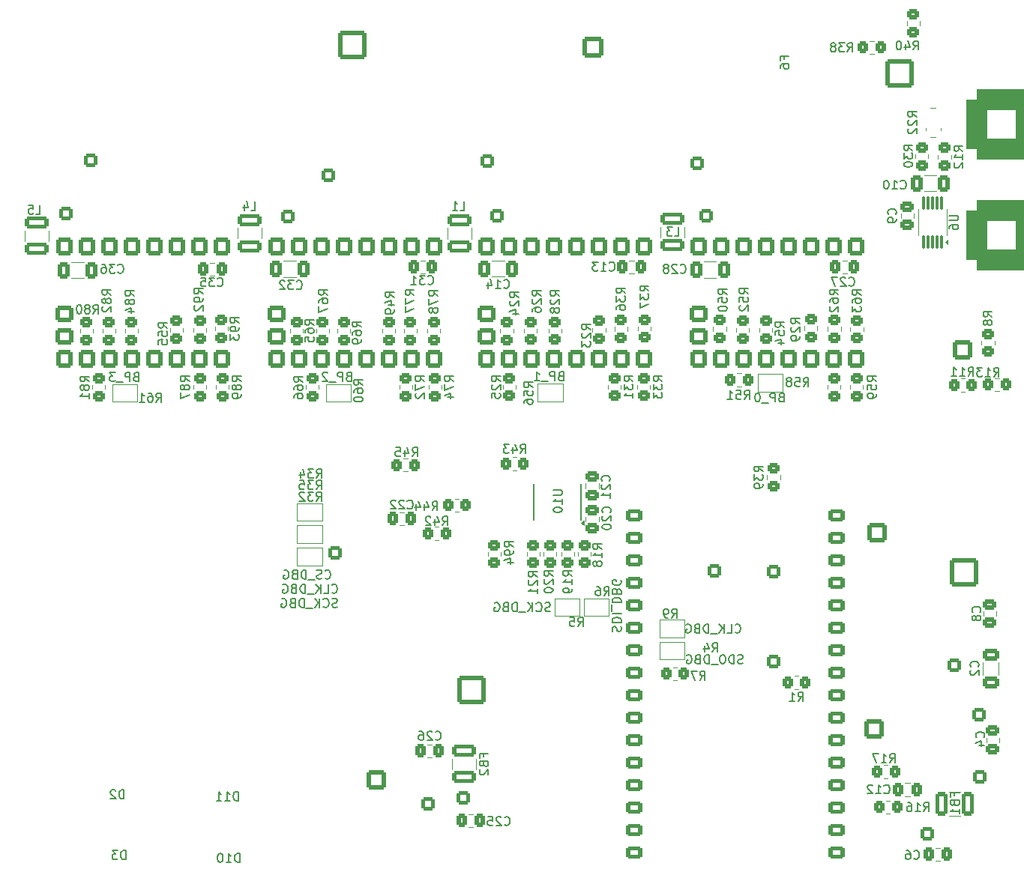
<source format=gbr>
%TF.GenerationSoftware,KiCad,Pcbnew,9.0.2*%
%TF.CreationDate,2025-08-05T21:19:51-07:00*%
%TF.ProjectId,telepresence-bot,74656c65-7072-4657-9365-6e63652d626f,rev?*%
%TF.SameCoordinates,Original*%
%TF.FileFunction,Legend,Bot*%
%TF.FilePolarity,Positive*%
%FSLAX46Y46*%
G04 Gerber Fmt 4.6, Leading zero omitted, Abs format (unit mm)*
G04 Created by KiCad (PCBNEW 9.0.2) date 2025-08-05 21:19:51*
%MOMM*%
%LPD*%
G01*
G04 APERTURE LIST*
G04 Aperture macros list*
%AMRoundRect*
0 Rectangle with rounded corners*
0 $1 Rounding radius*
0 $2 $3 $4 $5 $6 $7 $8 $9 X,Y pos of 4 corners*
0 Add a 4 corners polygon primitive as box body*
4,1,4,$2,$3,$4,$5,$6,$7,$8,$9,$2,$3,0*
0 Add four circle primitives for the rounded corners*
1,1,$1+$1,$2,$3*
1,1,$1+$1,$4,$5*
1,1,$1+$1,$6,$7*
1,1,$1+$1,$8,$9*
0 Add four rect primitives between the rounded corners*
20,1,$1+$1,$2,$3,$4,$5,0*
20,1,$1+$1,$4,$5,$6,$7,0*
20,1,$1+$1,$6,$7,$8,$9,0*
20,1,$1+$1,$8,$9,$2,$3,0*%
G04 Aperture macros list end*
%ADD10C,0.200000*%
%ADD11C,0.150000*%
%ADD12C,0.120000*%
%ADD13RoundRect,0.250000X0.550000X-0.550000X0.550000X0.550000X-0.550000X0.550000X-0.550000X-0.550000X0*%
%ADD14C,1.600000*%
%ADD15RoundRect,0.250000X0.450000X-0.350000X0.450000X0.350000X-0.450000X0.350000X-0.450000X-0.350000X0*%
%ADD16C,1.400000*%
%ADD17R,1.000000X1.500000*%
%ADD18O,1.905000X2.000000*%
%ADD19R,1.905000X2.000000*%
%ADD20C,1.700000*%
%ADD21R,1.700000X1.700000*%
%ADD22C,3.200000*%
%ADD23RoundRect,0.250000X1.350000X1.350000X-1.350000X1.350000X-1.350000X-1.350000X1.350000X-1.350000X0*%
%ADD24RoundRect,1.200000X2.800000X-2.800000X2.800000X2.800000X-2.800000X2.800000X-2.800000X-2.800000X0*%
%ADD25C,2.200000*%
%ADD26RoundRect,0.249999X-0.850001X-0.850001X0.850001X-0.850001X0.850001X0.850001X-0.850001X0.850001X0*%
%ADD27RoundRect,0.250000X-1.350000X1.350000X-1.350000X-1.350000X1.350000X-1.350000X1.350000X1.350000X0*%
%ADD28RoundRect,0.233333X0.666667X0.466667X-0.666667X0.466667X-0.666667X-0.466667X0.666667X-0.466667X0*%
%ADD29RoundRect,0.249999X0.850001X-0.850001X0.850001X0.850001X-0.850001X0.850001X-0.850001X-0.850001X0*%
%ADD30RoundRect,0.250000X0.750000X0.650000X-0.750000X0.650000X-0.750000X-0.650000X0.750000X-0.650000X0*%
%ADD31RoundRect,0.250000X0.750000X-0.650000X0.750000X0.650000X-0.750000X0.650000X-0.750000X-0.650000X0*%
%ADD32RoundRect,0.250000X0.650000X-0.750000X0.650000X0.750000X-0.650000X0.750000X-0.650000X-0.750000X0*%
%ADD33RoundRect,0.250000X-0.650000X0.750000X-0.650000X-0.750000X0.650000X-0.750000X0.650000X0.750000X0*%
%ADD34C,2.400000*%
%ADD35RoundRect,0.250001X-0.949999X0.949999X-0.949999X-0.949999X0.949999X-0.949999X0.949999X0.949999X0*%
%ADD36RoundRect,0.250000X0.550000X0.550000X-0.550000X0.550000X-0.550000X-0.550000X0.550000X-0.550000X0*%
%ADD37C,4.200000*%
%ADD38C,1.500000*%
%ADD39R,1.500000X1.500000*%
%ADD40C,4.300000*%
%ADD41C,1.800000*%
%ADD42R,1.800000X1.800000*%
%ADD43RoundRect,0.250000X-0.550000X-0.550000X0.550000X-0.550000X0.550000X0.550000X-0.550000X0.550000X0*%
%ADD44RoundRect,0.250000X1.350000X-1.350000X1.350000X1.350000X-1.350000X1.350000X-1.350000X-1.350000X0*%
%ADD45O,2.000000X1.905000*%
%ADD46R,2.000000X1.905000*%
%ADD47RoundRect,0.250000X0.350000X0.450000X-0.350000X0.450000X-0.350000X-0.450000X0.350000X-0.450000X0*%
%ADD48RoundRect,0.075000X0.075000X-0.650000X0.075000X0.650000X-0.075000X0.650000X-0.075000X-0.650000X0*%
%ADD49RoundRect,0.250000X-0.450000X0.350000X-0.450000X-0.350000X0.450000X-0.350000X0.450000X0.350000X0*%
%ADD50RoundRect,0.250000X-0.350000X-0.450000X0.350000X-0.450000X0.350000X0.450000X-0.350000X0.450000X0*%
%ADD51RoundRect,0.250000X-0.475000X0.337500X-0.475000X-0.337500X0.475000X-0.337500X0.475000X0.337500X0*%
%ADD52RoundRect,0.250000X-0.337500X-0.475000X0.337500X-0.475000X0.337500X0.475000X-0.337500X0.475000X0*%
%ADD53R,1.010000X2.287000*%
%ADD54R,1.010000X0.762000*%
%ADD55RoundRect,0.250001X1.074999X-0.462499X1.074999X0.462499X-1.074999X0.462499X-1.074999X-0.462499X0*%
%ADD56RoundRect,0.250000X-0.412500X-0.650000X0.412500X-0.650000X0.412500X0.650000X-0.412500X0.650000X0*%
%ADD57RoundRect,0.250000X0.337500X0.475000X-0.337500X0.475000X-0.337500X-0.475000X0.337500X-0.475000X0*%
%ADD58RoundRect,0.250000X0.475000X-0.337500X0.475000X0.337500X-0.475000X0.337500X-0.475000X-0.337500X0*%
%ADD59RoundRect,0.250001X0.462499X1.074999X-0.462499X1.074999X-0.462499X-1.074999X0.462499X-1.074999X0*%
%ADD60RoundRect,0.250000X0.412500X0.650000X-0.412500X0.650000X-0.412500X-0.650000X0.412500X-0.650000X0*%
%ADD61RoundRect,0.250000X0.650000X-0.412500X0.650000X0.412500X-0.650000X0.412500X-0.650000X-0.412500X0*%
%ADD62R,0.400000X1.200000*%
G04 APERTURE END LIST*
D10*
X25497993Y-55570409D02*
X25355136Y-55618028D01*
X25355136Y-55618028D02*
X25307517Y-55665647D01*
X25307517Y-55665647D02*
X25259898Y-55760885D01*
X25259898Y-55760885D02*
X25259898Y-55903742D01*
X25259898Y-55903742D02*
X25307517Y-55998980D01*
X25307517Y-55998980D02*
X25355136Y-56046600D01*
X25355136Y-56046600D02*
X25450374Y-56094219D01*
X25450374Y-56094219D02*
X25831326Y-56094219D01*
X25831326Y-56094219D02*
X25831326Y-55094219D01*
X25831326Y-55094219D02*
X25497993Y-55094219D01*
X25497993Y-55094219D02*
X25402755Y-55141838D01*
X25402755Y-55141838D02*
X25355136Y-55189457D01*
X25355136Y-55189457D02*
X25307517Y-55284695D01*
X25307517Y-55284695D02*
X25307517Y-55379933D01*
X25307517Y-55379933D02*
X25355136Y-55475171D01*
X25355136Y-55475171D02*
X25402755Y-55522790D01*
X25402755Y-55522790D02*
X25497993Y-55570409D01*
X25497993Y-55570409D02*
X25831326Y-55570409D01*
X24831326Y-56094219D02*
X24831326Y-55094219D01*
X24831326Y-55094219D02*
X24450374Y-55094219D01*
X24450374Y-55094219D02*
X24355136Y-55141838D01*
X24355136Y-55141838D02*
X24307517Y-55189457D01*
X24307517Y-55189457D02*
X24259898Y-55284695D01*
X24259898Y-55284695D02*
X24259898Y-55427552D01*
X24259898Y-55427552D02*
X24307517Y-55522790D01*
X24307517Y-55522790D02*
X24355136Y-55570409D01*
X24355136Y-55570409D02*
X24450374Y-55618028D01*
X24450374Y-55618028D02*
X24831326Y-55618028D01*
X24069422Y-56189457D02*
X23307517Y-56189457D01*
X23164659Y-55094219D02*
X22545612Y-55094219D01*
X22545612Y-55094219D02*
X22878945Y-55475171D01*
X22878945Y-55475171D02*
X22736088Y-55475171D01*
X22736088Y-55475171D02*
X22640850Y-55522790D01*
X22640850Y-55522790D02*
X22593231Y-55570409D01*
X22593231Y-55570409D02*
X22545612Y-55665647D01*
X22545612Y-55665647D02*
X22545612Y-55903742D01*
X22545612Y-55903742D02*
X22593231Y-55998980D01*
X22593231Y-55998980D02*
X22640850Y-56046600D01*
X22640850Y-56046600D02*
X22736088Y-56094219D01*
X22736088Y-56094219D02*
X23021802Y-56094219D01*
X23021802Y-56094219D02*
X23117040Y-56046600D01*
X23117040Y-56046600D02*
X23164659Y-55998980D01*
X49522993Y-55545409D02*
X49380136Y-55593028D01*
X49380136Y-55593028D02*
X49332517Y-55640647D01*
X49332517Y-55640647D02*
X49284898Y-55735885D01*
X49284898Y-55735885D02*
X49284898Y-55878742D01*
X49284898Y-55878742D02*
X49332517Y-55973980D01*
X49332517Y-55973980D02*
X49380136Y-56021600D01*
X49380136Y-56021600D02*
X49475374Y-56069219D01*
X49475374Y-56069219D02*
X49856326Y-56069219D01*
X49856326Y-56069219D02*
X49856326Y-55069219D01*
X49856326Y-55069219D02*
X49522993Y-55069219D01*
X49522993Y-55069219D02*
X49427755Y-55116838D01*
X49427755Y-55116838D02*
X49380136Y-55164457D01*
X49380136Y-55164457D02*
X49332517Y-55259695D01*
X49332517Y-55259695D02*
X49332517Y-55354933D01*
X49332517Y-55354933D02*
X49380136Y-55450171D01*
X49380136Y-55450171D02*
X49427755Y-55497790D01*
X49427755Y-55497790D02*
X49522993Y-55545409D01*
X49522993Y-55545409D02*
X49856326Y-55545409D01*
X48856326Y-56069219D02*
X48856326Y-55069219D01*
X48856326Y-55069219D02*
X48475374Y-55069219D01*
X48475374Y-55069219D02*
X48380136Y-55116838D01*
X48380136Y-55116838D02*
X48332517Y-55164457D01*
X48332517Y-55164457D02*
X48284898Y-55259695D01*
X48284898Y-55259695D02*
X48284898Y-55402552D01*
X48284898Y-55402552D02*
X48332517Y-55497790D01*
X48332517Y-55497790D02*
X48380136Y-55545409D01*
X48380136Y-55545409D02*
X48475374Y-55593028D01*
X48475374Y-55593028D02*
X48856326Y-55593028D01*
X48094422Y-56164457D02*
X47332517Y-56164457D01*
X47142040Y-55164457D02*
X47094421Y-55116838D01*
X47094421Y-55116838D02*
X46999183Y-55069219D01*
X46999183Y-55069219D02*
X46761088Y-55069219D01*
X46761088Y-55069219D02*
X46665850Y-55116838D01*
X46665850Y-55116838D02*
X46618231Y-55164457D01*
X46618231Y-55164457D02*
X46570612Y-55259695D01*
X46570612Y-55259695D02*
X46570612Y-55354933D01*
X46570612Y-55354933D02*
X46618231Y-55497790D01*
X46618231Y-55497790D02*
X47189659Y-56069219D01*
X47189659Y-56069219D02*
X46570612Y-56069219D01*
X73472993Y-55495409D02*
X73330136Y-55543028D01*
X73330136Y-55543028D02*
X73282517Y-55590647D01*
X73282517Y-55590647D02*
X73234898Y-55685885D01*
X73234898Y-55685885D02*
X73234898Y-55828742D01*
X73234898Y-55828742D02*
X73282517Y-55923980D01*
X73282517Y-55923980D02*
X73330136Y-55971600D01*
X73330136Y-55971600D02*
X73425374Y-56019219D01*
X73425374Y-56019219D02*
X73806326Y-56019219D01*
X73806326Y-56019219D02*
X73806326Y-55019219D01*
X73806326Y-55019219D02*
X73472993Y-55019219D01*
X73472993Y-55019219D02*
X73377755Y-55066838D01*
X73377755Y-55066838D02*
X73330136Y-55114457D01*
X73330136Y-55114457D02*
X73282517Y-55209695D01*
X73282517Y-55209695D02*
X73282517Y-55304933D01*
X73282517Y-55304933D02*
X73330136Y-55400171D01*
X73330136Y-55400171D02*
X73377755Y-55447790D01*
X73377755Y-55447790D02*
X73472993Y-55495409D01*
X73472993Y-55495409D02*
X73806326Y-55495409D01*
X72806326Y-56019219D02*
X72806326Y-55019219D01*
X72806326Y-55019219D02*
X72425374Y-55019219D01*
X72425374Y-55019219D02*
X72330136Y-55066838D01*
X72330136Y-55066838D02*
X72282517Y-55114457D01*
X72282517Y-55114457D02*
X72234898Y-55209695D01*
X72234898Y-55209695D02*
X72234898Y-55352552D01*
X72234898Y-55352552D02*
X72282517Y-55447790D01*
X72282517Y-55447790D02*
X72330136Y-55495409D01*
X72330136Y-55495409D02*
X72425374Y-55543028D01*
X72425374Y-55543028D02*
X72806326Y-55543028D01*
X72044422Y-56114457D02*
X71282517Y-56114457D01*
X70520612Y-56019219D02*
X71092040Y-56019219D01*
X70806326Y-56019219D02*
X70806326Y-55019219D01*
X70806326Y-55019219D02*
X70901564Y-55162076D01*
X70901564Y-55162076D02*
X70996802Y-55257314D01*
X70996802Y-55257314D02*
X71092040Y-55304933D01*
X98372993Y-57895409D02*
X98230136Y-57943028D01*
X98230136Y-57943028D02*
X98182517Y-57990647D01*
X98182517Y-57990647D02*
X98134898Y-58085885D01*
X98134898Y-58085885D02*
X98134898Y-58228742D01*
X98134898Y-58228742D02*
X98182517Y-58323980D01*
X98182517Y-58323980D02*
X98230136Y-58371600D01*
X98230136Y-58371600D02*
X98325374Y-58419219D01*
X98325374Y-58419219D02*
X98706326Y-58419219D01*
X98706326Y-58419219D02*
X98706326Y-57419219D01*
X98706326Y-57419219D02*
X98372993Y-57419219D01*
X98372993Y-57419219D02*
X98277755Y-57466838D01*
X98277755Y-57466838D02*
X98230136Y-57514457D01*
X98230136Y-57514457D02*
X98182517Y-57609695D01*
X98182517Y-57609695D02*
X98182517Y-57704933D01*
X98182517Y-57704933D02*
X98230136Y-57800171D01*
X98230136Y-57800171D02*
X98277755Y-57847790D01*
X98277755Y-57847790D02*
X98372993Y-57895409D01*
X98372993Y-57895409D02*
X98706326Y-57895409D01*
X97706326Y-58419219D02*
X97706326Y-57419219D01*
X97706326Y-57419219D02*
X97325374Y-57419219D01*
X97325374Y-57419219D02*
X97230136Y-57466838D01*
X97230136Y-57466838D02*
X97182517Y-57514457D01*
X97182517Y-57514457D02*
X97134898Y-57609695D01*
X97134898Y-57609695D02*
X97134898Y-57752552D01*
X97134898Y-57752552D02*
X97182517Y-57847790D01*
X97182517Y-57847790D02*
X97230136Y-57895409D01*
X97230136Y-57895409D02*
X97325374Y-57943028D01*
X97325374Y-57943028D02*
X97706326Y-57943028D01*
X96944422Y-58514457D02*
X96182517Y-58514457D01*
X95753945Y-57419219D02*
X95658707Y-57419219D01*
X95658707Y-57419219D02*
X95563469Y-57466838D01*
X95563469Y-57466838D02*
X95515850Y-57514457D01*
X95515850Y-57514457D02*
X95468231Y-57609695D01*
X95468231Y-57609695D02*
X95420612Y-57800171D01*
X95420612Y-57800171D02*
X95420612Y-58038266D01*
X95420612Y-58038266D02*
X95468231Y-58228742D01*
X95468231Y-58228742D02*
X95515850Y-58323980D01*
X95515850Y-58323980D02*
X95563469Y-58371600D01*
X95563469Y-58371600D02*
X95658707Y-58419219D01*
X95658707Y-58419219D02*
X95753945Y-58419219D01*
X95753945Y-58419219D02*
X95849183Y-58371600D01*
X95849183Y-58371600D02*
X95896802Y-58323980D01*
X95896802Y-58323980D02*
X95944421Y-58228742D01*
X95944421Y-58228742D02*
X95992040Y-58038266D01*
X95992040Y-58038266D02*
X95992040Y-57800171D01*
X95992040Y-57800171D02*
X95944421Y-57609695D01*
X95944421Y-57609695D02*
X95896802Y-57514457D01*
X95896802Y-57514457D02*
X95849183Y-57466838D01*
X95849183Y-57466838D02*
X95753945Y-57419219D01*
X94053945Y-87971600D02*
X93911088Y-88019219D01*
X93911088Y-88019219D02*
X93672993Y-88019219D01*
X93672993Y-88019219D02*
X93577755Y-87971600D01*
X93577755Y-87971600D02*
X93530136Y-87923980D01*
X93530136Y-87923980D02*
X93482517Y-87828742D01*
X93482517Y-87828742D02*
X93482517Y-87733504D01*
X93482517Y-87733504D02*
X93530136Y-87638266D01*
X93530136Y-87638266D02*
X93577755Y-87590647D01*
X93577755Y-87590647D02*
X93672993Y-87543028D01*
X93672993Y-87543028D02*
X93863469Y-87495409D01*
X93863469Y-87495409D02*
X93958707Y-87447790D01*
X93958707Y-87447790D02*
X94006326Y-87400171D01*
X94006326Y-87400171D02*
X94053945Y-87304933D01*
X94053945Y-87304933D02*
X94053945Y-87209695D01*
X94053945Y-87209695D02*
X94006326Y-87114457D01*
X94006326Y-87114457D02*
X93958707Y-87066838D01*
X93958707Y-87066838D02*
X93863469Y-87019219D01*
X93863469Y-87019219D02*
X93625374Y-87019219D01*
X93625374Y-87019219D02*
X93482517Y-87066838D01*
X93053945Y-88019219D02*
X93053945Y-87019219D01*
X93053945Y-87019219D02*
X92815850Y-87019219D01*
X92815850Y-87019219D02*
X92672993Y-87066838D01*
X92672993Y-87066838D02*
X92577755Y-87162076D01*
X92577755Y-87162076D02*
X92530136Y-87257314D01*
X92530136Y-87257314D02*
X92482517Y-87447790D01*
X92482517Y-87447790D02*
X92482517Y-87590647D01*
X92482517Y-87590647D02*
X92530136Y-87781123D01*
X92530136Y-87781123D02*
X92577755Y-87876361D01*
X92577755Y-87876361D02*
X92672993Y-87971600D01*
X92672993Y-87971600D02*
X92815850Y-88019219D01*
X92815850Y-88019219D02*
X93053945Y-88019219D01*
X91863469Y-87019219D02*
X91672993Y-87019219D01*
X91672993Y-87019219D02*
X91577755Y-87066838D01*
X91577755Y-87066838D02*
X91482517Y-87162076D01*
X91482517Y-87162076D02*
X91434898Y-87352552D01*
X91434898Y-87352552D02*
X91434898Y-87685885D01*
X91434898Y-87685885D02*
X91482517Y-87876361D01*
X91482517Y-87876361D02*
X91577755Y-87971600D01*
X91577755Y-87971600D02*
X91672993Y-88019219D01*
X91672993Y-88019219D02*
X91863469Y-88019219D01*
X91863469Y-88019219D02*
X91958707Y-87971600D01*
X91958707Y-87971600D02*
X92053945Y-87876361D01*
X92053945Y-87876361D02*
X92101564Y-87685885D01*
X92101564Y-87685885D02*
X92101564Y-87352552D01*
X92101564Y-87352552D02*
X92053945Y-87162076D01*
X92053945Y-87162076D02*
X91958707Y-87066838D01*
X91958707Y-87066838D02*
X91863469Y-87019219D01*
X91244422Y-88114457D02*
X90482517Y-88114457D01*
X90244421Y-88019219D02*
X90244421Y-87019219D01*
X90244421Y-87019219D02*
X90006326Y-87019219D01*
X90006326Y-87019219D02*
X89863469Y-87066838D01*
X89863469Y-87066838D02*
X89768231Y-87162076D01*
X89768231Y-87162076D02*
X89720612Y-87257314D01*
X89720612Y-87257314D02*
X89672993Y-87447790D01*
X89672993Y-87447790D02*
X89672993Y-87590647D01*
X89672993Y-87590647D02*
X89720612Y-87781123D01*
X89720612Y-87781123D02*
X89768231Y-87876361D01*
X89768231Y-87876361D02*
X89863469Y-87971600D01*
X89863469Y-87971600D02*
X90006326Y-88019219D01*
X90006326Y-88019219D02*
X90244421Y-88019219D01*
X88911088Y-87495409D02*
X88768231Y-87543028D01*
X88768231Y-87543028D02*
X88720612Y-87590647D01*
X88720612Y-87590647D02*
X88672993Y-87685885D01*
X88672993Y-87685885D02*
X88672993Y-87828742D01*
X88672993Y-87828742D02*
X88720612Y-87923980D01*
X88720612Y-87923980D02*
X88768231Y-87971600D01*
X88768231Y-87971600D02*
X88863469Y-88019219D01*
X88863469Y-88019219D02*
X89244421Y-88019219D01*
X89244421Y-88019219D02*
X89244421Y-87019219D01*
X89244421Y-87019219D02*
X88911088Y-87019219D01*
X88911088Y-87019219D02*
X88815850Y-87066838D01*
X88815850Y-87066838D02*
X88768231Y-87114457D01*
X88768231Y-87114457D02*
X88720612Y-87209695D01*
X88720612Y-87209695D02*
X88720612Y-87304933D01*
X88720612Y-87304933D02*
X88768231Y-87400171D01*
X88768231Y-87400171D02*
X88815850Y-87447790D01*
X88815850Y-87447790D02*
X88911088Y-87495409D01*
X88911088Y-87495409D02*
X89244421Y-87495409D01*
X87720612Y-87066838D02*
X87815850Y-87019219D01*
X87815850Y-87019219D02*
X87958707Y-87019219D01*
X87958707Y-87019219D02*
X88101564Y-87066838D01*
X88101564Y-87066838D02*
X88196802Y-87162076D01*
X88196802Y-87162076D02*
X88244421Y-87257314D01*
X88244421Y-87257314D02*
X88292040Y-87447790D01*
X88292040Y-87447790D02*
X88292040Y-87590647D01*
X88292040Y-87590647D02*
X88244421Y-87781123D01*
X88244421Y-87781123D02*
X88196802Y-87876361D01*
X88196802Y-87876361D02*
X88101564Y-87971600D01*
X88101564Y-87971600D02*
X87958707Y-88019219D01*
X87958707Y-88019219D02*
X87863469Y-88019219D01*
X87863469Y-88019219D02*
X87720612Y-87971600D01*
X87720612Y-87971600D02*
X87672993Y-87923980D01*
X87672993Y-87923980D02*
X87672993Y-87590647D01*
X87672993Y-87590647D02*
X87863469Y-87590647D01*
X93184898Y-84448980D02*
X93232517Y-84496600D01*
X93232517Y-84496600D02*
X93375374Y-84544219D01*
X93375374Y-84544219D02*
X93470612Y-84544219D01*
X93470612Y-84544219D02*
X93613469Y-84496600D01*
X93613469Y-84496600D02*
X93708707Y-84401361D01*
X93708707Y-84401361D02*
X93756326Y-84306123D01*
X93756326Y-84306123D02*
X93803945Y-84115647D01*
X93803945Y-84115647D02*
X93803945Y-83972790D01*
X93803945Y-83972790D02*
X93756326Y-83782314D01*
X93756326Y-83782314D02*
X93708707Y-83687076D01*
X93708707Y-83687076D02*
X93613469Y-83591838D01*
X93613469Y-83591838D02*
X93470612Y-83544219D01*
X93470612Y-83544219D02*
X93375374Y-83544219D01*
X93375374Y-83544219D02*
X93232517Y-83591838D01*
X93232517Y-83591838D02*
X93184898Y-83639457D01*
X92280136Y-84544219D02*
X92756326Y-84544219D01*
X92756326Y-84544219D02*
X92756326Y-83544219D01*
X91946802Y-84544219D02*
X91946802Y-83544219D01*
X91375374Y-84544219D02*
X91803945Y-83972790D01*
X91375374Y-83544219D02*
X91946802Y-84115647D01*
X91184898Y-84639457D02*
X90422993Y-84639457D01*
X90184897Y-84544219D02*
X90184897Y-83544219D01*
X90184897Y-83544219D02*
X89946802Y-83544219D01*
X89946802Y-83544219D02*
X89803945Y-83591838D01*
X89803945Y-83591838D02*
X89708707Y-83687076D01*
X89708707Y-83687076D02*
X89661088Y-83782314D01*
X89661088Y-83782314D02*
X89613469Y-83972790D01*
X89613469Y-83972790D02*
X89613469Y-84115647D01*
X89613469Y-84115647D02*
X89661088Y-84306123D01*
X89661088Y-84306123D02*
X89708707Y-84401361D01*
X89708707Y-84401361D02*
X89803945Y-84496600D01*
X89803945Y-84496600D02*
X89946802Y-84544219D01*
X89946802Y-84544219D02*
X90184897Y-84544219D01*
X88851564Y-84020409D02*
X88708707Y-84068028D01*
X88708707Y-84068028D02*
X88661088Y-84115647D01*
X88661088Y-84115647D02*
X88613469Y-84210885D01*
X88613469Y-84210885D02*
X88613469Y-84353742D01*
X88613469Y-84353742D02*
X88661088Y-84448980D01*
X88661088Y-84448980D02*
X88708707Y-84496600D01*
X88708707Y-84496600D02*
X88803945Y-84544219D01*
X88803945Y-84544219D02*
X89184897Y-84544219D01*
X89184897Y-84544219D02*
X89184897Y-83544219D01*
X89184897Y-83544219D02*
X88851564Y-83544219D01*
X88851564Y-83544219D02*
X88756326Y-83591838D01*
X88756326Y-83591838D02*
X88708707Y-83639457D01*
X88708707Y-83639457D02*
X88661088Y-83734695D01*
X88661088Y-83734695D02*
X88661088Y-83829933D01*
X88661088Y-83829933D02*
X88708707Y-83925171D01*
X88708707Y-83925171D02*
X88756326Y-83972790D01*
X88756326Y-83972790D02*
X88851564Y-84020409D01*
X88851564Y-84020409D02*
X89184897Y-84020409D01*
X87661088Y-83591838D02*
X87756326Y-83544219D01*
X87756326Y-83544219D02*
X87899183Y-83544219D01*
X87899183Y-83544219D02*
X88042040Y-83591838D01*
X88042040Y-83591838D02*
X88137278Y-83687076D01*
X88137278Y-83687076D02*
X88184897Y-83782314D01*
X88184897Y-83782314D02*
X88232516Y-83972790D01*
X88232516Y-83972790D02*
X88232516Y-84115647D01*
X88232516Y-84115647D02*
X88184897Y-84306123D01*
X88184897Y-84306123D02*
X88137278Y-84401361D01*
X88137278Y-84401361D02*
X88042040Y-84496600D01*
X88042040Y-84496600D02*
X87899183Y-84544219D01*
X87899183Y-84544219D02*
X87803945Y-84544219D01*
X87803945Y-84544219D02*
X87661088Y-84496600D01*
X87661088Y-84496600D02*
X87613469Y-84448980D01*
X87613469Y-84448980D02*
X87613469Y-84115647D01*
X87613469Y-84115647D02*
X87803945Y-84115647D01*
X79356400Y-84354945D02*
X79308780Y-84212088D01*
X79308780Y-84212088D02*
X79308780Y-83973993D01*
X79308780Y-83973993D02*
X79356400Y-83878755D01*
X79356400Y-83878755D02*
X79404019Y-83831136D01*
X79404019Y-83831136D02*
X79499257Y-83783517D01*
X79499257Y-83783517D02*
X79594495Y-83783517D01*
X79594495Y-83783517D02*
X79689733Y-83831136D01*
X79689733Y-83831136D02*
X79737352Y-83878755D01*
X79737352Y-83878755D02*
X79784971Y-83973993D01*
X79784971Y-83973993D02*
X79832590Y-84164469D01*
X79832590Y-84164469D02*
X79880209Y-84259707D01*
X79880209Y-84259707D02*
X79927828Y-84307326D01*
X79927828Y-84307326D02*
X80023066Y-84354945D01*
X80023066Y-84354945D02*
X80118304Y-84354945D01*
X80118304Y-84354945D02*
X80213542Y-84307326D01*
X80213542Y-84307326D02*
X80261161Y-84259707D01*
X80261161Y-84259707D02*
X80308780Y-84164469D01*
X80308780Y-84164469D02*
X80308780Y-83926374D01*
X80308780Y-83926374D02*
X80261161Y-83783517D01*
X79308780Y-83354945D02*
X80308780Y-83354945D01*
X80308780Y-83354945D02*
X80308780Y-83116850D01*
X80308780Y-83116850D02*
X80261161Y-82973993D01*
X80261161Y-82973993D02*
X80165923Y-82878755D01*
X80165923Y-82878755D02*
X80070685Y-82831136D01*
X80070685Y-82831136D02*
X79880209Y-82783517D01*
X79880209Y-82783517D02*
X79737352Y-82783517D01*
X79737352Y-82783517D02*
X79546876Y-82831136D01*
X79546876Y-82831136D02*
X79451638Y-82878755D01*
X79451638Y-82878755D02*
X79356400Y-82973993D01*
X79356400Y-82973993D02*
X79308780Y-83116850D01*
X79308780Y-83116850D02*
X79308780Y-83354945D01*
X79308780Y-82354945D02*
X80308780Y-82354945D01*
X79213542Y-82116851D02*
X79213542Y-81354946D01*
X79308780Y-81116850D02*
X80308780Y-81116850D01*
X80308780Y-81116850D02*
X80308780Y-80878755D01*
X80308780Y-80878755D02*
X80261161Y-80735898D01*
X80261161Y-80735898D02*
X80165923Y-80640660D01*
X80165923Y-80640660D02*
X80070685Y-80593041D01*
X80070685Y-80593041D02*
X79880209Y-80545422D01*
X79880209Y-80545422D02*
X79737352Y-80545422D01*
X79737352Y-80545422D02*
X79546876Y-80593041D01*
X79546876Y-80593041D02*
X79451638Y-80640660D01*
X79451638Y-80640660D02*
X79356400Y-80735898D01*
X79356400Y-80735898D02*
X79308780Y-80878755D01*
X79308780Y-80878755D02*
X79308780Y-81116850D01*
X79832590Y-79783517D02*
X79784971Y-79640660D01*
X79784971Y-79640660D02*
X79737352Y-79593041D01*
X79737352Y-79593041D02*
X79642114Y-79545422D01*
X79642114Y-79545422D02*
X79499257Y-79545422D01*
X79499257Y-79545422D02*
X79404019Y-79593041D01*
X79404019Y-79593041D02*
X79356400Y-79640660D01*
X79356400Y-79640660D02*
X79308780Y-79735898D01*
X79308780Y-79735898D02*
X79308780Y-80116850D01*
X79308780Y-80116850D02*
X80308780Y-80116850D01*
X80308780Y-80116850D02*
X80308780Y-79783517D01*
X80308780Y-79783517D02*
X80261161Y-79688279D01*
X80261161Y-79688279D02*
X80213542Y-79640660D01*
X80213542Y-79640660D02*
X80118304Y-79593041D01*
X80118304Y-79593041D02*
X80023066Y-79593041D01*
X80023066Y-79593041D02*
X79927828Y-79640660D01*
X79927828Y-79640660D02*
X79880209Y-79688279D01*
X79880209Y-79688279D02*
X79832590Y-79783517D01*
X79832590Y-79783517D02*
X79832590Y-80116850D01*
X80261161Y-78593041D02*
X80308780Y-78688279D01*
X80308780Y-78688279D02*
X80308780Y-78831136D01*
X80308780Y-78831136D02*
X80261161Y-78973993D01*
X80261161Y-78973993D02*
X80165923Y-79069231D01*
X80165923Y-79069231D02*
X80070685Y-79116850D01*
X80070685Y-79116850D02*
X79880209Y-79164469D01*
X79880209Y-79164469D02*
X79737352Y-79164469D01*
X79737352Y-79164469D02*
X79546876Y-79116850D01*
X79546876Y-79116850D02*
X79451638Y-79069231D01*
X79451638Y-79069231D02*
X79356400Y-78973993D01*
X79356400Y-78973993D02*
X79308780Y-78831136D01*
X79308780Y-78831136D02*
X79308780Y-78735898D01*
X79308780Y-78735898D02*
X79356400Y-78593041D01*
X79356400Y-78593041D02*
X79404019Y-78545422D01*
X79404019Y-78545422D02*
X79737352Y-78545422D01*
X79737352Y-78545422D02*
X79737352Y-78735898D01*
X46872993Y-78329092D02*
X46920612Y-78376712D01*
X46920612Y-78376712D02*
X47063469Y-78424331D01*
X47063469Y-78424331D02*
X47158707Y-78424331D01*
X47158707Y-78424331D02*
X47301564Y-78376712D01*
X47301564Y-78376712D02*
X47396802Y-78281473D01*
X47396802Y-78281473D02*
X47444421Y-78186235D01*
X47444421Y-78186235D02*
X47492040Y-77995759D01*
X47492040Y-77995759D02*
X47492040Y-77852902D01*
X47492040Y-77852902D02*
X47444421Y-77662426D01*
X47444421Y-77662426D02*
X47396802Y-77567188D01*
X47396802Y-77567188D02*
X47301564Y-77471950D01*
X47301564Y-77471950D02*
X47158707Y-77424331D01*
X47158707Y-77424331D02*
X47063469Y-77424331D01*
X47063469Y-77424331D02*
X46920612Y-77471950D01*
X46920612Y-77471950D02*
X46872993Y-77519569D01*
X46492040Y-78376712D02*
X46349183Y-78424331D01*
X46349183Y-78424331D02*
X46111088Y-78424331D01*
X46111088Y-78424331D02*
X46015850Y-78376712D01*
X46015850Y-78376712D02*
X45968231Y-78329092D01*
X45968231Y-78329092D02*
X45920612Y-78233854D01*
X45920612Y-78233854D02*
X45920612Y-78138616D01*
X45920612Y-78138616D02*
X45968231Y-78043378D01*
X45968231Y-78043378D02*
X46015850Y-77995759D01*
X46015850Y-77995759D02*
X46111088Y-77948140D01*
X46111088Y-77948140D02*
X46301564Y-77900521D01*
X46301564Y-77900521D02*
X46396802Y-77852902D01*
X46396802Y-77852902D02*
X46444421Y-77805283D01*
X46444421Y-77805283D02*
X46492040Y-77710045D01*
X46492040Y-77710045D02*
X46492040Y-77614807D01*
X46492040Y-77614807D02*
X46444421Y-77519569D01*
X46444421Y-77519569D02*
X46396802Y-77471950D01*
X46396802Y-77471950D02*
X46301564Y-77424331D01*
X46301564Y-77424331D02*
X46063469Y-77424331D01*
X46063469Y-77424331D02*
X45920612Y-77471950D01*
X45730136Y-78519569D02*
X44968231Y-78519569D01*
X44730135Y-78424331D02*
X44730135Y-77424331D01*
X44730135Y-77424331D02*
X44492040Y-77424331D01*
X44492040Y-77424331D02*
X44349183Y-77471950D01*
X44349183Y-77471950D02*
X44253945Y-77567188D01*
X44253945Y-77567188D02*
X44206326Y-77662426D01*
X44206326Y-77662426D02*
X44158707Y-77852902D01*
X44158707Y-77852902D02*
X44158707Y-77995759D01*
X44158707Y-77995759D02*
X44206326Y-78186235D01*
X44206326Y-78186235D02*
X44253945Y-78281473D01*
X44253945Y-78281473D02*
X44349183Y-78376712D01*
X44349183Y-78376712D02*
X44492040Y-78424331D01*
X44492040Y-78424331D02*
X44730135Y-78424331D01*
X43396802Y-77900521D02*
X43253945Y-77948140D01*
X43253945Y-77948140D02*
X43206326Y-77995759D01*
X43206326Y-77995759D02*
X43158707Y-78090997D01*
X43158707Y-78090997D02*
X43158707Y-78233854D01*
X43158707Y-78233854D02*
X43206326Y-78329092D01*
X43206326Y-78329092D02*
X43253945Y-78376712D01*
X43253945Y-78376712D02*
X43349183Y-78424331D01*
X43349183Y-78424331D02*
X43730135Y-78424331D01*
X43730135Y-78424331D02*
X43730135Y-77424331D01*
X43730135Y-77424331D02*
X43396802Y-77424331D01*
X43396802Y-77424331D02*
X43301564Y-77471950D01*
X43301564Y-77471950D02*
X43253945Y-77519569D01*
X43253945Y-77519569D02*
X43206326Y-77614807D01*
X43206326Y-77614807D02*
X43206326Y-77710045D01*
X43206326Y-77710045D02*
X43253945Y-77805283D01*
X43253945Y-77805283D02*
X43301564Y-77852902D01*
X43301564Y-77852902D02*
X43396802Y-77900521D01*
X43396802Y-77900521D02*
X43730135Y-77900521D01*
X42206326Y-77471950D02*
X42301564Y-77424331D01*
X42301564Y-77424331D02*
X42444421Y-77424331D01*
X42444421Y-77424331D02*
X42587278Y-77471950D01*
X42587278Y-77471950D02*
X42682516Y-77567188D01*
X42682516Y-77567188D02*
X42730135Y-77662426D01*
X42730135Y-77662426D02*
X42777754Y-77852902D01*
X42777754Y-77852902D02*
X42777754Y-77995759D01*
X42777754Y-77995759D02*
X42730135Y-78186235D01*
X42730135Y-78186235D02*
X42682516Y-78281473D01*
X42682516Y-78281473D02*
X42587278Y-78376712D01*
X42587278Y-78376712D02*
X42444421Y-78424331D01*
X42444421Y-78424331D02*
X42349183Y-78424331D01*
X42349183Y-78424331D02*
X42206326Y-78376712D01*
X42206326Y-78376712D02*
X42158707Y-78329092D01*
X42158707Y-78329092D02*
X42158707Y-77995759D01*
X42158707Y-77995759D02*
X42349183Y-77995759D01*
X47634898Y-79939036D02*
X47682517Y-79986656D01*
X47682517Y-79986656D02*
X47825374Y-80034275D01*
X47825374Y-80034275D02*
X47920612Y-80034275D01*
X47920612Y-80034275D02*
X48063469Y-79986656D01*
X48063469Y-79986656D02*
X48158707Y-79891417D01*
X48158707Y-79891417D02*
X48206326Y-79796179D01*
X48206326Y-79796179D02*
X48253945Y-79605703D01*
X48253945Y-79605703D02*
X48253945Y-79462846D01*
X48253945Y-79462846D02*
X48206326Y-79272370D01*
X48206326Y-79272370D02*
X48158707Y-79177132D01*
X48158707Y-79177132D02*
X48063469Y-79081894D01*
X48063469Y-79081894D02*
X47920612Y-79034275D01*
X47920612Y-79034275D02*
X47825374Y-79034275D01*
X47825374Y-79034275D02*
X47682517Y-79081894D01*
X47682517Y-79081894D02*
X47634898Y-79129513D01*
X46730136Y-80034275D02*
X47206326Y-80034275D01*
X47206326Y-80034275D02*
X47206326Y-79034275D01*
X46396802Y-80034275D02*
X46396802Y-79034275D01*
X45825374Y-80034275D02*
X46253945Y-79462846D01*
X45825374Y-79034275D02*
X46396802Y-79605703D01*
X45634898Y-80129513D02*
X44872993Y-80129513D01*
X44634897Y-80034275D02*
X44634897Y-79034275D01*
X44634897Y-79034275D02*
X44396802Y-79034275D01*
X44396802Y-79034275D02*
X44253945Y-79081894D01*
X44253945Y-79081894D02*
X44158707Y-79177132D01*
X44158707Y-79177132D02*
X44111088Y-79272370D01*
X44111088Y-79272370D02*
X44063469Y-79462846D01*
X44063469Y-79462846D02*
X44063469Y-79605703D01*
X44063469Y-79605703D02*
X44111088Y-79796179D01*
X44111088Y-79796179D02*
X44158707Y-79891417D01*
X44158707Y-79891417D02*
X44253945Y-79986656D01*
X44253945Y-79986656D02*
X44396802Y-80034275D01*
X44396802Y-80034275D02*
X44634897Y-80034275D01*
X43301564Y-79510465D02*
X43158707Y-79558084D01*
X43158707Y-79558084D02*
X43111088Y-79605703D01*
X43111088Y-79605703D02*
X43063469Y-79700941D01*
X43063469Y-79700941D02*
X43063469Y-79843798D01*
X43063469Y-79843798D02*
X43111088Y-79939036D01*
X43111088Y-79939036D02*
X43158707Y-79986656D01*
X43158707Y-79986656D02*
X43253945Y-80034275D01*
X43253945Y-80034275D02*
X43634897Y-80034275D01*
X43634897Y-80034275D02*
X43634897Y-79034275D01*
X43634897Y-79034275D02*
X43301564Y-79034275D01*
X43301564Y-79034275D02*
X43206326Y-79081894D01*
X43206326Y-79081894D02*
X43158707Y-79129513D01*
X43158707Y-79129513D02*
X43111088Y-79224751D01*
X43111088Y-79224751D02*
X43111088Y-79319989D01*
X43111088Y-79319989D02*
X43158707Y-79415227D01*
X43158707Y-79415227D02*
X43206326Y-79462846D01*
X43206326Y-79462846D02*
X43301564Y-79510465D01*
X43301564Y-79510465D02*
X43634897Y-79510465D01*
X42111088Y-79081894D02*
X42206326Y-79034275D01*
X42206326Y-79034275D02*
X42349183Y-79034275D01*
X42349183Y-79034275D02*
X42492040Y-79081894D01*
X42492040Y-79081894D02*
X42587278Y-79177132D01*
X42587278Y-79177132D02*
X42634897Y-79272370D01*
X42634897Y-79272370D02*
X42682516Y-79462846D01*
X42682516Y-79462846D02*
X42682516Y-79605703D01*
X42682516Y-79605703D02*
X42634897Y-79796179D01*
X42634897Y-79796179D02*
X42587278Y-79891417D01*
X42587278Y-79891417D02*
X42492040Y-79986656D01*
X42492040Y-79986656D02*
X42349183Y-80034275D01*
X42349183Y-80034275D02*
X42253945Y-80034275D01*
X42253945Y-80034275D02*
X42111088Y-79986656D01*
X42111088Y-79986656D02*
X42063469Y-79939036D01*
X42063469Y-79939036D02*
X42063469Y-79605703D01*
X42063469Y-79605703D02*
X42253945Y-79605703D01*
X48253945Y-81596600D02*
X48111088Y-81644219D01*
X48111088Y-81644219D02*
X47872993Y-81644219D01*
X47872993Y-81644219D02*
X47777755Y-81596600D01*
X47777755Y-81596600D02*
X47730136Y-81548980D01*
X47730136Y-81548980D02*
X47682517Y-81453742D01*
X47682517Y-81453742D02*
X47682517Y-81358504D01*
X47682517Y-81358504D02*
X47730136Y-81263266D01*
X47730136Y-81263266D02*
X47777755Y-81215647D01*
X47777755Y-81215647D02*
X47872993Y-81168028D01*
X47872993Y-81168028D02*
X48063469Y-81120409D01*
X48063469Y-81120409D02*
X48158707Y-81072790D01*
X48158707Y-81072790D02*
X48206326Y-81025171D01*
X48206326Y-81025171D02*
X48253945Y-80929933D01*
X48253945Y-80929933D02*
X48253945Y-80834695D01*
X48253945Y-80834695D02*
X48206326Y-80739457D01*
X48206326Y-80739457D02*
X48158707Y-80691838D01*
X48158707Y-80691838D02*
X48063469Y-80644219D01*
X48063469Y-80644219D02*
X47825374Y-80644219D01*
X47825374Y-80644219D02*
X47682517Y-80691838D01*
X46682517Y-81548980D02*
X46730136Y-81596600D01*
X46730136Y-81596600D02*
X46872993Y-81644219D01*
X46872993Y-81644219D02*
X46968231Y-81644219D01*
X46968231Y-81644219D02*
X47111088Y-81596600D01*
X47111088Y-81596600D02*
X47206326Y-81501361D01*
X47206326Y-81501361D02*
X47253945Y-81406123D01*
X47253945Y-81406123D02*
X47301564Y-81215647D01*
X47301564Y-81215647D02*
X47301564Y-81072790D01*
X47301564Y-81072790D02*
X47253945Y-80882314D01*
X47253945Y-80882314D02*
X47206326Y-80787076D01*
X47206326Y-80787076D02*
X47111088Y-80691838D01*
X47111088Y-80691838D02*
X46968231Y-80644219D01*
X46968231Y-80644219D02*
X46872993Y-80644219D01*
X46872993Y-80644219D02*
X46730136Y-80691838D01*
X46730136Y-80691838D02*
X46682517Y-80739457D01*
X46253945Y-81644219D02*
X46253945Y-80644219D01*
X45682517Y-81644219D02*
X46111088Y-81072790D01*
X45682517Y-80644219D02*
X46253945Y-81215647D01*
X45492041Y-81739457D02*
X44730136Y-81739457D01*
X44492040Y-81644219D02*
X44492040Y-80644219D01*
X44492040Y-80644219D02*
X44253945Y-80644219D01*
X44253945Y-80644219D02*
X44111088Y-80691838D01*
X44111088Y-80691838D02*
X44015850Y-80787076D01*
X44015850Y-80787076D02*
X43968231Y-80882314D01*
X43968231Y-80882314D02*
X43920612Y-81072790D01*
X43920612Y-81072790D02*
X43920612Y-81215647D01*
X43920612Y-81215647D02*
X43968231Y-81406123D01*
X43968231Y-81406123D02*
X44015850Y-81501361D01*
X44015850Y-81501361D02*
X44111088Y-81596600D01*
X44111088Y-81596600D02*
X44253945Y-81644219D01*
X44253945Y-81644219D02*
X44492040Y-81644219D01*
X43158707Y-81120409D02*
X43015850Y-81168028D01*
X43015850Y-81168028D02*
X42968231Y-81215647D01*
X42968231Y-81215647D02*
X42920612Y-81310885D01*
X42920612Y-81310885D02*
X42920612Y-81453742D01*
X42920612Y-81453742D02*
X42968231Y-81548980D01*
X42968231Y-81548980D02*
X43015850Y-81596600D01*
X43015850Y-81596600D02*
X43111088Y-81644219D01*
X43111088Y-81644219D02*
X43492040Y-81644219D01*
X43492040Y-81644219D02*
X43492040Y-80644219D01*
X43492040Y-80644219D02*
X43158707Y-80644219D01*
X43158707Y-80644219D02*
X43063469Y-80691838D01*
X43063469Y-80691838D02*
X43015850Y-80739457D01*
X43015850Y-80739457D02*
X42968231Y-80834695D01*
X42968231Y-80834695D02*
X42968231Y-80929933D01*
X42968231Y-80929933D02*
X43015850Y-81025171D01*
X43015850Y-81025171D02*
X43063469Y-81072790D01*
X43063469Y-81072790D02*
X43158707Y-81120409D01*
X43158707Y-81120409D02*
X43492040Y-81120409D01*
X41968231Y-80691838D02*
X42063469Y-80644219D01*
X42063469Y-80644219D02*
X42206326Y-80644219D01*
X42206326Y-80644219D02*
X42349183Y-80691838D01*
X42349183Y-80691838D02*
X42444421Y-80787076D01*
X42444421Y-80787076D02*
X42492040Y-80882314D01*
X42492040Y-80882314D02*
X42539659Y-81072790D01*
X42539659Y-81072790D02*
X42539659Y-81215647D01*
X42539659Y-81215647D02*
X42492040Y-81406123D01*
X42492040Y-81406123D02*
X42444421Y-81501361D01*
X42444421Y-81501361D02*
X42349183Y-81596600D01*
X42349183Y-81596600D02*
X42206326Y-81644219D01*
X42206326Y-81644219D02*
X42111088Y-81644219D01*
X42111088Y-81644219D02*
X41968231Y-81596600D01*
X41968231Y-81596600D02*
X41920612Y-81548980D01*
X41920612Y-81548980D02*
X41920612Y-81215647D01*
X41920612Y-81215647D02*
X42111088Y-81215647D01*
X72303945Y-82071600D02*
X72161088Y-82119219D01*
X72161088Y-82119219D02*
X71922993Y-82119219D01*
X71922993Y-82119219D02*
X71827755Y-82071600D01*
X71827755Y-82071600D02*
X71780136Y-82023980D01*
X71780136Y-82023980D02*
X71732517Y-81928742D01*
X71732517Y-81928742D02*
X71732517Y-81833504D01*
X71732517Y-81833504D02*
X71780136Y-81738266D01*
X71780136Y-81738266D02*
X71827755Y-81690647D01*
X71827755Y-81690647D02*
X71922993Y-81643028D01*
X71922993Y-81643028D02*
X72113469Y-81595409D01*
X72113469Y-81595409D02*
X72208707Y-81547790D01*
X72208707Y-81547790D02*
X72256326Y-81500171D01*
X72256326Y-81500171D02*
X72303945Y-81404933D01*
X72303945Y-81404933D02*
X72303945Y-81309695D01*
X72303945Y-81309695D02*
X72256326Y-81214457D01*
X72256326Y-81214457D02*
X72208707Y-81166838D01*
X72208707Y-81166838D02*
X72113469Y-81119219D01*
X72113469Y-81119219D02*
X71875374Y-81119219D01*
X71875374Y-81119219D02*
X71732517Y-81166838D01*
X70732517Y-82023980D02*
X70780136Y-82071600D01*
X70780136Y-82071600D02*
X70922993Y-82119219D01*
X70922993Y-82119219D02*
X71018231Y-82119219D01*
X71018231Y-82119219D02*
X71161088Y-82071600D01*
X71161088Y-82071600D02*
X71256326Y-81976361D01*
X71256326Y-81976361D02*
X71303945Y-81881123D01*
X71303945Y-81881123D02*
X71351564Y-81690647D01*
X71351564Y-81690647D02*
X71351564Y-81547790D01*
X71351564Y-81547790D02*
X71303945Y-81357314D01*
X71303945Y-81357314D02*
X71256326Y-81262076D01*
X71256326Y-81262076D02*
X71161088Y-81166838D01*
X71161088Y-81166838D02*
X71018231Y-81119219D01*
X71018231Y-81119219D02*
X70922993Y-81119219D01*
X70922993Y-81119219D02*
X70780136Y-81166838D01*
X70780136Y-81166838D02*
X70732517Y-81214457D01*
X70303945Y-82119219D02*
X70303945Y-81119219D01*
X69732517Y-82119219D02*
X70161088Y-81547790D01*
X69732517Y-81119219D02*
X70303945Y-81690647D01*
X69542041Y-82214457D02*
X68780136Y-82214457D01*
X68542040Y-82119219D02*
X68542040Y-81119219D01*
X68542040Y-81119219D02*
X68303945Y-81119219D01*
X68303945Y-81119219D02*
X68161088Y-81166838D01*
X68161088Y-81166838D02*
X68065850Y-81262076D01*
X68065850Y-81262076D02*
X68018231Y-81357314D01*
X68018231Y-81357314D02*
X67970612Y-81547790D01*
X67970612Y-81547790D02*
X67970612Y-81690647D01*
X67970612Y-81690647D02*
X68018231Y-81881123D01*
X68018231Y-81881123D02*
X68065850Y-81976361D01*
X68065850Y-81976361D02*
X68161088Y-82071600D01*
X68161088Y-82071600D02*
X68303945Y-82119219D01*
X68303945Y-82119219D02*
X68542040Y-82119219D01*
X67208707Y-81595409D02*
X67065850Y-81643028D01*
X67065850Y-81643028D02*
X67018231Y-81690647D01*
X67018231Y-81690647D02*
X66970612Y-81785885D01*
X66970612Y-81785885D02*
X66970612Y-81928742D01*
X66970612Y-81928742D02*
X67018231Y-82023980D01*
X67018231Y-82023980D02*
X67065850Y-82071600D01*
X67065850Y-82071600D02*
X67161088Y-82119219D01*
X67161088Y-82119219D02*
X67542040Y-82119219D01*
X67542040Y-82119219D02*
X67542040Y-81119219D01*
X67542040Y-81119219D02*
X67208707Y-81119219D01*
X67208707Y-81119219D02*
X67113469Y-81166838D01*
X67113469Y-81166838D02*
X67065850Y-81214457D01*
X67065850Y-81214457D02*
X67018231Y-81309695D01*
X67018231Y-81309695D02*
X67018231Y-81404933D01*
X67018231Y-81404933D02*
X67065850Y-81500171D01*
X67065850Y-81500171D02*
X67113469Y-81547790D01*
X67113469Y-81547790D02*
X67208707Y-81595409D01*
X67208707Y-81595409D02*
X67542040Y-81595409D01*
X66018231Y-81166838D02*
X66113469Y-81119219D01*
X66113469Y-81119219D02*
X66256326Y-81119219D01*
X66256326Y-81119219D02*
X66399183Y-81166838D01*
X66399183Y-81166838D02*
X66494421Y-81262076D01*
X66494421Y-81262076D02*
X66542040Y-81357314D01*
X66542040Y-81357314D02*
X66589659Y-81547790D01*
X66589659Y-81547790D02*
X66589659Y-81690647D01*
X66589659Y-81690647D02*
X66542040Y-81881123D01*
X66542040Y-81881123D02*
X66494421Y-81976361D01*
X66494421Y-81976361D02*
X66399183Y-82071600D01*
X66399183Y-82071600D02*
X66256326Y-82119219D01*
X66256326Y-82119219D02*
X66161088Y-82119219D01*
X66161088Y-82119219D02*
X66018231Y-82071600D01*
X66018231Y-82071600D02*
X65970612Y-82023980D01*
X65970612Y-82023980D02*
X65970612Y-81690647D01*
X65970612Y-81690647D02*
X66161088Y-81690647D01*
D11*
X66680819Y-56109142D02*
X66204628Y-55775809D01*
X66680819Y-55537714D02*
X65680819Y-55537714D01*
X65680819Y-55537714D02*
X65680819Y-55918666D01*
X65680819Y-55918666D02*
X65728438Y-56013904D01*
X65728438Y-56013904D02*
X65776057Y-56061523D01*
X65776057Y-56061523D02*
X65871295Y-56109142D01*
X65871295Y-56109142D02*
X66014152Y-56109142D01*
X66014152Y-56109142D02*
X66109390Y-56061523D01*
X66109390Y-56061523D02*
X66157009Y-56013904D01*
X66157009Y-56013904D02*
X66204628Y-55918666D01*
X66204628Y-55918666D02*
X66204628Y-55537714D01*
X65776057Y-56490095D02*
X65728438Y-56537714D01*
X65728438Y-56537714D02*
X65680819Y-56632952D01*
X65680819Y-56632952D02*
X65680819Y-56871047D01*
X65680819Y-56871047D02*
X65728438Y-56966285D01*
X65728438Y-56966285D02*
X65776057Y-57013904D01*
X65776057Y-57013904D02*
X65871295Y-57061523D01*
X65871295Y-57061523D02*
X65966533Y-57061523D01*
X65966533Y-57061523D02*
X66109390Y-57013904D01*
X66109390Y-57013904D02*
X66680819Y-56442476D01*
X66680819Y-56442476D02*
X66680819Y-57061523D01*
X65680819Y-57966285D02*
X65680819Y-57490095D01*
X65680819Y-57490095D02*
X66157009Y-57442476D01*
X66157009Y-57442476D02*
X66109390Y-57490095D01*
X66109390Y-57490095D02*
X66061771Y-57585333D01*
X66061771Y-57585333D02*
X66061771Y-57823428D01*
X66061771Y-57823428D02*
X66109390Y-57918666D01*
X66109390Y-57918666D02*
X66157009Y-57966285D01*
X66157009Y-57966285D02*
X66252247Y-58013904D01*
X66252247Y-58013904D02*
X66490342Y-58013904D01*
X66490342Y-58013904D02*
X66585580Y-57966285D01*
X66585580Y-57966285D02*
X66633200Y-57918666D01*
X66633200Y-57918666D02*
X66680819Y-57823428D01*
X66680819Y-57823428D02*
X66680819Y-57585333D01*
X66680819Y-57585333D02*
X66633200Y-57490095D01*
X66633200Y-57490095D02*
X66585580Y-57442476D01*
X70330819Y-56784142D02*
X69854628Y-56450809D01*
X70330819Y-56212714D02*
X69330819Y-56212714D01*
X69330819Y-56212714D02*
X69330819Y-56593666D01*
X69330819Y-56593666D02*
X69378438Y-56688904D01*
X69378438Y-56688904D02*
X69426057Y-56736523D01*
X69426057Y-56736523D02*
X69521295Y-56784142D01*
X69521295Y-56784142D02*
X69664152Y-56784142D01*
X69664152Y-56784142D02*
X69759390Y-56736523D01*
X69759390Y-56736523D02*
X69807009Y-56688904D01*
X69807009Y-56688904D02*
X69854628Y-56593666D01*
X69854628Y-56593666D02*
X69854628Y-56212714D01*
X69330819Y-57688904D02*
X69330819Y-57212714D01*
X69330819Y-57212714D02*
X69807009Y-57165095D01*
X69807009Y-57165095D02*
X69759390Y-57212714D01*
X69759390Y-57212714D02*
X69711771Y-57307952D01*
X69711771Y-57307952D02*
X69711771Y-57546047D01*
X69711771Y-57546047D02*
X69759390Y-57641285D01*
X69759390Y-57641285D02*
X69807009Y-57688904D01*
X69807009Y-57688904D02*
X69902247Y-57736523D01*
X69902247Y-57736523D02*
X70140342Y-57736523D01*
X70140342Y-57736523D02*
X70235580Y-57688904D01*
X70235580Y-57688904D02*
X70283200Y-57641285D01*
X70283200Y-57641285D02*
X70330819Y-57546047D01*
X70330819Y-57546047D02*
X70330819Y-57307952D01*
X70330819Y-57307952D02*
X70283200Y-57212714D01*
X70283200Y-57212714D02*
X70235580Y-57165095D01*
X69330819Y-58593666D02*
X69330819Y-58403190D01*
X69330819Y-58403190D02*
X69378438Y-58307952D01*
X69378438Y-58307952D02*
X69426057Y-58260333D01*
X69426057Y-58260333D02*
X69568914Y-58165095D01*
X69568914Y-58165095D02*
X69759390Y-58117476D01*
X69759390Y-58117476D02*
X70140342Y-58117476D01*
X70140342Y-58117476D02*
X70235580Y-58165095D01*
X70235580Y-58165095D02*
X70283200Y-58212714D01*
X70283200Y-58212714D02*
X70330819Y-58307952D01*
X70330819Y-58307952D02*
X70330819Y-58498428D01*
X70330819Y-58498428D02*
X70283200Y-58593666D01*
X70283200Y-58593666D02*
X70235580Y-58641285D01*
X70235580Y-58641285D02*
X70140342Y-58688904D01*
X70140342Y-58688904D02*
X69902247Y-58688904D01*
X69902247Y-58688904D02*
X69807009Y-58641285D01*
X69807009Y-58641285D02*
X69759390Y-58593666D01*
X69759390Y-58593666D02*
X69711771Y-58498428D01*
X69711771Y-58498428D02*
X69711771Y-58307952D01*
X69711771Y-58307952D02*
X69759390Y-58212714D01*
X69759390Y-58212714D02*
X69807009Y-58165095D01*
X69807009Y-58165095D02*
X69902247Y-58117476D01*
X27793857Y-58431819D02*
X28127190Y-57955628D01*
X28365285Y-58431819D02*
X28365285Y-57431819D01*
X28365285Y-57431819D02*
X27984333Y-57431819D01*
X27984333Y-57431819D02*
X27889095Y-57479438D01*
X27889095Y-57479438D02*
X27841476Y-57527057D01*
X27841476Y-57527057D02*
X27793857Y-57622295D01*
X27793857Y-57622295D02*
X27793857Y-57765152D01*
X27793857Y-57765152D02*
X27841476Y-57860390D01*
X27841476Y-57860390D02*
X27889095Y-57908009D01*
X27889095Y-57908009D02*
X27984333Y-57955628D01*
X27984333Y-57955628D02*
X28365285Y-57955628D01*
X26936714Y-57431819D02*
X27127190Y-57431819D01*
X27127190Y-57431819D02*
X27222428Y-57479438D01*
X27222428Y-57479438D02*
X27270047Y-57527057D01*
X27270047Y-57527057D02*
X27365285Y-57669914D01*
X27365285Y-57669914D02*
X27412904Y-57860390D01*
X27412904Y-57860390D02*
X27412904Y-58241342D01*
X27412904Y-58241342D02*
X27365285Y-58336580D01*
X27365285Y-58336580D02*
X27317666Y-58384200D01*
X27317666Y-58384200D02*
X27222428Y-58431819D01*
X27222428Y-58431819D02*
X27031952Y-58431819D01*
X27031952Y-58431819D02*
X26936714Y-58384200D01*
X26936714Y-58384200D02*
X26889095Y-58336580D01*
X26889095Y-58336580D02*
X26841476Y-58241342D01*
X26841476Y-58241342D02*
X26841476Y-58003247D01*
X26841476Y-58003247D02*
X26889095Y-57908009D01*
X26889095Y-57908009D02*
X26936714Y-57860390D01*
X26936714Y-57860390D02*
X27031952Y-57812771D01*
X27031952Y-57812771D02*
X27222428Y-57812771D01*
X27222428Y-57812771D02*
X27317666Y-57860390D01*
X27317666Y-57860390D02*
X27365285Y-57908009D01*
X27365285Y-57908009D02*
X27412904Y-58003247D01*
X25889095Y-58431819D02*
X26460523Y-58431819D01*
X26174809Y-58431819D02*
X26174809Y-57431819D01*
X26174809Y-57431819D02*
X26270047Y-57574676D01*
X26270047Y-57574676D02*
X26365285Y-57669914D01*
X26365285Y-57669914D02*
X26460523Y-57717533D01*
X51130819Y-56509142D02*
X50654628Y-56175809D01*
X51130819Y-55937714D02*
X50130819Y-55937714D01*
X50130819Y-55937714D02*
X50130819Y-56318666D01*
X50130819Y-56318666D02*
X50178438Y-56413904D01*
X50178438Y-56413904D02*
X50226057Y-56461523D01*
X50226057Y-56461523D02*
X50321295Y-56509142D01*
X50321295Y-56509142D02*
X50464152Y-56509142D01*
X50464152Y-56509142D02*
X50559390Y-56461523D01*
X50559390Y-56461523D02*
X50607009Y-56413904D01*
X50607009Y-56413904D02*
X50654628Y-56318666D01*
X50654628Y-56318666D02*
X50654628Y-55937714D01*
X50130819Y-57366285D02*
X50130819Y-57175809D01*
X50130819Y-57175809D02*
X50178438Y-57080571D01*
X50178438Y-57080571D02*
X50226057Y-57032952D01*
X50226057Y-57032952D02*
X50368914Y-56937714D01*
X50368914Y-56937714D02*
X50559390Y-56890095D01*
X50559390Y-56890095D02*
X50940342Y-56890095D01*
X50940342Y-56890095D02*
X51035580Y-56937714D01*
X51035580Y-56937714D02*
X51083200Y-56985333D01*
X51083200Y-56985333D02*
X51130819Y-57080571D01*
X51130819Y-57080571D02*
X51130819Y-57271047D01*
X51130819Y-57271047D02*
X51083200Y-57366285D01*
X51083200Y-57366285D02*
X51035580Y-57413904D01*
X51035580Y-57413904D02*
X50940342Y-57461523D01*
X50940342Y-57461523D02*
X50702247Y-57461523D01*
X50702247Y-57461523D02*
X50607009Y-57413904D01*
X50607009Y-57413904D02*
X50559390Y-57366285D01*
X50559390Y-57366285D02*
X50511771Y-57271047D01*
X50511771Y-57271047D02*
X50511771Y-57080571D01*
X50511771Y-57080571D02*
X50559390Y-56985333D01*
X50559390Y-56985333D02*
X50607009Y-56937714D01*
X50607009Y-56937714D02*
X50702247Y-56890095D01*
X50130819Y-58080571D02*
X50130819Y-58175809D01*
X50130819Y-58175809D02*
X50178438Y-58271047D01*
X50178438Y-58271047D02*
X50226057Y-58318666D01*
X50226057Y-58318666D02*
X50321295Y-58366285D01*
X50321295Y-58366285D02*
X50511771Y-58413904D01*
X50511771Y-58413904D02*
X50749866Y-58413904D01*
X50749866Y-58413904D02*
X50940342Y-58366285D01*
X50940342Y-58366285D02*
X51035580Y-58318666D01*
X51035580Y-58318666D02*
X51083200Y-58271047D01*
X51083200Y-58271047D02*
X51130819Y-58175809D01*
X51130819Y-58175809D02*
X51130819Y-58080571D01*
X51130819Y-58080571D02*
X51083200Y-57985333D01*
X51083200Y-57985333D02*
X51035580Y-57937714D01*
X51035580Y-57937714D02*
X50940342Y-57890095D01*
X50940342Y-57890095D02*
X50749866Y-57842476D01*
X50749866Y-57842476D02*
X50511771Y-57842476D01*
X50511771Y-57842476D02*
X50321295Y-57890095D01*
X50321295Y-57890095D02*
X50226057Y-57937714D01*
X50226057Y-57937714D02*
X50178438Y-57985333D01*
X50178438Y-57985333D02*
X50130819Y-58080571D01*
X100893857Y-56681819D02*
X101227190Y-56205628D01*
X101465285Y-56681819D02*
X101465285Y-55681819D01*
X101465285Y-55681819D02*
X101084333Y-55681819D01*
X101084333Y-55681819D02*
X100989095Y-55729438D01*
X100989095Y-55729438D02*
X100941476Y-55777057D01*
X100941476Y-55777057D02*
X100893857Y-55872295D01*
X100893857Y-55872295D02*
X100893857Y-56015152D01*
X100893857Y-56015152D02*
X100941476Y-56110390D01*
X100941476Y-56110390D02*
X100989095Y-56158009D01*
X100989095Y-56158009D02*
X101084333Y-56205628D01*
X101084333Y-56205628D02*
X101465285Y-56205628D01*
X99989095Y-55681819D02*
X100465285Y-55681819D01*
X100465285Y-55681819D02*
X100512904Y-56158009D01*
X100512904Y-56158009D02*
X100465285Y-56110390D01*
X100465285Y-56110390D02*
X100370047Y-56062771D01*
X100370047Y-56062771D02*
X100131952Y-56062771D01*
X100131952Y-56062771D02*
X100036714Y-56110390D01*
X100036714Y-56110390D02*
X99989095Y-56158009D01*
X99989095Y-56158009D02*
X99941476Y-56253247D01*
X99941476Y-56253247D02*
X99941476Y-56491342D01*
X99941476Y-56491342D02*
X99989095Y-56586580D01*
X99989095Y-56586580D02*
X100036714Y-56634200D01*
X100036714Y-56634200D02*
X100131952Y-56681819D01*
X100131952Y-56681819D02*
X100370047Y-56681819D01*
X100370047Y-56681819D02*
X100465285Y-56634200D01*
X100465285Y-56634200D02*
X100512904Y-56586580D01*
X99370047Y-56110390D02*
X99465285Y-56062771D01*
X99465285Y-56062771D02*
X99512904Y-56015152D01*
X99512904Y-56015152D02*
X99560523Y-55919914D01*
X99560523Y-55919914D02*
X99560523Y-55872295D01*
X99560523Y-55872295D02*
X99512904Y-55777057D01*
X99512904Y-55777057D02*
X99465285Y-55729438D01*
X99465285Y-55729438D02*
X99370047Y-55681819D01*
X99370047Y-55681819D02*
X99179571Y-55681819D01*
X99179571Y-55681819D02*
X99084333Y-55729438D01*
X99084333Y-55729438D02*
X99036714Y-55777057D01*
X99036714Y-55777057D02*
X98989095Y-55872295D01*
X98989095Y-55872295D02*
X98989095Y-55919914D01*
X98989095Y-55919914D02*
X99036714Y-56015152D01*
X99036714Y-56015152D02*
X99084333Y-56062771D01*
X99084333Y-56062771D02*
X99179571Y-56110390D01*
X99179571Y-56110390D02*
X99370047Y-56110390D01*
X99370047Y-56110390D02*
X99465285Y-56158009D01*
X99465285Y-56158009D02*
X99512904Y-56205628D01*
X99512904Y-56205628D02*
X99560523Y-56300866D01*
X99560523Y-56300866D02*
X99560523Y-56491342D01*
X99560523Y-56491342D02*
X99512904Y-56586580D01*
X99512904Y-56586580D02*
X99465285Y-56634200D01*
X99465285Y-56634200D02*
X99370047Y-56681819D01*
X99370047Y-56681819D02*
X99179571Y-56681819D01*
X99179571Y-56681819D02*
X99084333Y-56634200D01*
X99084333Y-56634200D02*
X99036714Y-56586580D01*
X99036714Y-56586580D02*
X98989095Y-56491342D01*
X98989095Y-56491342D02*
X98989095Y-56300866D01*
X98989095Y-56300866D02*
X99036714Y-56205628D01*
X99036714Y-56205628D02*
X99084333Y-56158009D01*
X99084333Y-56158009D02*
X99179571Y-56110390D01*
D10*
X98729409Y-19718666D02*
X98729409Y-19385333D01*
X99253219Y-19385333D02*
X98253219Y-19385333D01*
X98253219Y-19385333D02*
X98253219Y-19861523D01*
X98253219Y-20671047D02*
X98253219Y-20480571D01*
X98253219Y-20480571D02*
X98300838Y-20385333D01*
X98300838Y-20385333D02*
X98348457Y-20337714D01*
X98348457Y-20337714D02*
X98491314Y-20242476D01*
X98491314Y-20242476D02*
X98681790Y-20194857D01*
X98681790Y-20194857D02*
X99062742Y-20194857D01*
X99062742Y-20194857D02*
X99157980Y-20242476D01*
X99157980Y-20242476D02*
X99205600Y-20290095D01*
X99205600Y-20290095D02*
X99253219Y-20385333D01*
X99253219Y-20385333D02*
X99253219Y-20575809D01*
X99253219Y-20575809D02*
X99205600Y-20671047D01*
X99205600Y-20671047D02*
X99157980Y-20718666D01*
X99157980Y-20718666D02*
X99062742Y-20766285D01*
X99062742Y-20766285D02*
X98824647Y-20766285D01*
X98824647Y-20766285D02*
X98729409Y-20718666D01*
X98729409Y-20718666D02*
X98681790Y-20671047D01*
X98681790Y-20671047D02*
X98634171Y-20575809D01*
X98634171Y-20575809D02*
X98634171Y-20385333D01*
X98634171Y-20385333D02*
X98681790Y-20290095D01*
X98681790Y-20290095D02*
X98729409Y-20242476D01*
X98729409Y-20242476D02*
X98824647Y-20194857D01*
D11*
X24154094Y-103281819D02*
X24154094Y-102281819D01*
X24154094Y-102281819D02*
X23915999Y-102281819D01*
X23915999Y-102281819D02*
X23773142Y-102329438D01*
X23773142Y-102329438D02*
X23677904Y-102424676D01*
X23677904Y-102424676D02*
X23630285Y-102519914D01*
X23630285Y-102519914D02*
X23582666Y-102710390D01*
X23582666Y-102710390D02*
X23582666Y-102853247D01*
X23582666Y-102853247D02*
X23630285Y-103043723D01*
X23630285Y-103043723D02*
X23677904Y-103138961D01*
X23677904Y-103138961D02*
X23773142Y-103234200D01*
X23773142Y-103234200D02*
X23915999Y-103281819D01*
X23915999Y-103281819D02*
X24154094Y-103281819D01*
X23201713Y-102377057D02*
X23154094Y-102329438D01*
X23154094Y-102329438D02*
X23058856Y-102281819D01*
X23058856Y-102281819D02*
X22820761Y-102281819D01*
X22820761Y-102281819D02*
X22725523Y-102329438D01*
X22725523Y-102329438D02*
X22677904Y-102377057D01*
X22677904Y-102377057D02*
X22630285Y-102472295D01*
X22630285Y-102472295D02*
X22630285Y-102567533D01*
X22630285Y-102567533D02*
X22677904Y-102710390D01*
X22677904Y-102710390D02*
X23249332Y-103281819D01*
X23249332Y-103281819D02*
X22630285Y-103281819D01*
X37080285Y-103481819D02*
X37080285Y-102481819D01*
X37080285Y-102481819D02*
X36842190Y-102481819D01*
X36842190Y-102481819D02*
X36699333Y-102529438D01*
X36699333Y-102529438D02*
X36604095Y-102624676D01*
X36604095Y-102624676D02*
X36556476Y-102719914D01*
X36556476Y-102719914D02*
X36508857Y-102910390D01*
X36508857Y-102910390D02*
X36508857Y-103053247D01*
X36508857Y-103053247D02*
X36556476Y-103243723D01*
X36556476Y-103243723D02*
X36604095Y-103338961D01*
X36604095Y-103338961D02*
X36699333Y-103434200D01*
X36699333Y-103434200D02*
X36842190Y-103481819D01*
X36842190Y-103481819D02*
X37080285Y-103481819D01*
X35556476Y-103481819D02*
X36127904Y-103481819D01*
X35842190Y-103481819D02*
X35842190Y-102481819D01*
X35842190Y-102481819D02*
X35937428Y-102624676D01*
X35937428Y-102624676D02*
X36032666Y-102719914D01*
X36032666Y-102719914D02*
X36127904Y-102767533D01*
X34604095Y-103481819D02*
X35175523Y-103481819D01*
X34889809Y-103481819D02*
X34889809Y-102481819D01*
X34889809Y-102481819D02*
X34985047Y-102624676D01*
X34985047Y-102624676D02*
X35080285Y-102719914D01*
X35080285Y-102719914D02*
X35175523Y-102767533D01*
X37215285Y-110456819D02*
X37215285Y-109456819D01*
X37215285Y-109456819D02*
X36977190Y-109456819D01*
X36977190Y-109456819D02*
X36834333Y-109504438D01*
X36834333Y-109504438D02*
X36739095Y-109599676D01*
X36739095Y-109599676D02*
X36691476Y-109694914D01*
X36691476Y-109694914D02*
X36643857Y-109885390D01*
X36643857Y-109885390D02*
X36643857Y-110028247D01*
X36643857Y-110028247D02*
X36691476Y-110218723D01*
X36691476Y-110218723D02*
X36739095Y-110313961D01*
X36739095Y-110313961D02*
X36834333Y-110409200D01*
X36834333Y-110409200D02*
X36977190Y-110456819D01*
X36977190Y-110456819D02*
X37215285Y-110456819D01*
X35691476Y-110456819D02*
X36262904Y-110456819D01*
X35977190Y-110456819D02*
X35977190Y-109456819D01*
X35977190Y-109456819D02*
X36072428Y-109599676D01*
X36072428Y-109599676D02*
X36167666Y-109694914D01*
X36167666Y-109694914D02*
X36262904Y-109742533D01*
X35072428Y-109456819D02*
X34977190Y-109456819D01*
X34977190Y-109456819D02*
X34881952Y-109504438D01*
X34881952Y-109504438D02*
X34834333Y-109552057D01*
X34834333Y-109552057D02*
X34786714Y-109647295D01*
X34786714Y-109647295D02*
X34739095Y-109837771D01*
X34739095Y-109837771D02*
X34739095Y-110075866D01*
X34739095Y-110075866D02*
X34786714Y-110266342D01*
X34786714Y-110266342D02*
X34834333Y-110361580D01*
X34834333Y-110361580D02*
X34881952Y-110409200D01*
X34881952Y-110409200D02*
X34977190Y-110456819D01*
X34977190Y-110456819D02*
X35072428Y-110456819D01*
X35072428Y-110456819D02*
X35167666Y-110409200D01*
X35167666Y-110409200D02*
X35215285Y-110361580D01*
X35215285Y-110361580D02*
X35262904Y-110266342D01*
X35262904Y-110266342D02*
X35310523Y-110075866D01*
X35310523Y-110075866D02*
X35310523Y-109837771D01*
X35310523Y-109837771D02*
X35262904Y-109647295D01*
X35262904Y-109647295D02*
X35215285Y-109552057D01*
X35215285Y-109552057D02*
X35167666Y-109504438D01*
X35167666Y-109504438D02*
X35072428Y-109456819D01*
X24354094Y-110131819D02*
X24354094Y-109131819D01*
X24354094Y-109131819D02*
X24115999Y-109131819D01*
X24115999Y-109131819D02*
X23973142Y-109179438D01*
X23973142Y-109179438D02*
X23877904Y-109274676D01*
X23877904Y-109274676D02*
X23830285Y-109369914D01*
X23830285Y-109369914D02*
X23782666Y-109560390D01*
X23782666Y-109560390D02*
X23782666Y-109703247D01*
X23782666Y-109703247D02*
X23830285Y-109893723D01*
X23830285Y-109893723D02*
X23877904Y-109988961D01*
X23877904Y-109988961D02*
X23973142Y-110084200D01*
X23973142Y-110084200D02*
X24115999Y-110131819D01*
X24115999Y-110131819D02*
X24354094Y-110131819D01*
X23449332Y-109131819D02*
X22830285Y-109131819D01*
X22830285Y-109131819D02*
X23163618Y-109512771D01*
X23163618Y-109512771D02*
X23020761Y-109512771D01*
X23020761Y-109512771D02*
X22925523Y-109560390D01*
X22925523Y-109560390D02*
X22877904Y-109608009D01*
X22877904Y-109608009D02*
X22830285Y-109703247D01*
X22830285Y-109703247D02*
X22830285Y-109941342D01*
X22830285Y-109941342D02*
X22877904Y-110036580D01*
X22877904Y-110036580D02*
X22925523Y-110084200D01*
X22925523Y-110084200D02*
X23020761Y-110131819D01*
X23020761Y-110131819D02*
X23306475Y-110131819D01*
X23306475Y-110131819D02*
X23401713Y-110084200D01*
X23401713Y-110084200D02*
X23449332Y-110036580D01*
X94218857Y-58131819D02*
X94552190Y-57655628D01*
X94790285Y-58131819D02*
X94790285Y-57131819D01*
X94790285Y-57131819D02*
X94409333Y-57131819D01*
X94409333Y-57131819D02*
X94314095Y-57179438D01*
X94314095Y-57179438D02*
X94266476Y-57227057D01*
X94266476Y-57227057D02*
X94218857Y-57322295D01*
X94218857Y-57322295D02*
X94218857Y-57465152D01*
X94218857Y-57465152D02*
X94266476Y-57560390D01*
X94266476Y-57560390D02*
X94314095Y-57608009D01*
X94314095Y-57608009D02*
X94409333Y-57655628D01*
X94409333Y-57655628D02*
X94790285Y-57655628D01*
X93314095Y-57131819D02*
X93790285Y-57131819D01*
X93790285Y-57131819D02*
X93837904Y-57608009D01*
X93837904Y-57608009D02*
X93790285Y-57560390D01*
X93790285Y-57560390D02*
X93695047Y-57512771D01*
X93695047Y-57512771D02*
X93456952Y-57512771D01*
X93456952Y-57512771D02*
X93361714Y-57560390D01*
X93361714Y-57560390D02*
X93314095Y-57608009D01*
X93314095Y-57608009D02*
X93266476Y-57703247D01*
X93266476Y-57703247D02*
X93266476Y-57941342D01*
X93266476Y-57941342D02*
X93314095Y-58036580D01*
X93314095Y-58036580D02*
X93361714Y-58084200D01*
X93361714Y-58084200D02*
X93456952Y-58131819D01*
X93456952Y-58131819D02*
X93695047Y-58131819D01*
X93695047Y-58131819D02*
X93790285Y-58084200D01*
X93790285Y-58084200D02*
X93837904Y-58036580D01*
X92314095Y-58131819D02*
X92885523Y-58131819D01*
X92599809Y-58131819D02*
X92599809Y-57131819D01*
X92599809Y-57131819D02*
X92695047Y-57274676D01*
X92695047Y-57274676D02*
X92790285Y-57369914D01*
X92790285Y-57369914D02*
X92885523Y-57417533D01*
X117380819Y-37365095D02*
X118190342Y-37365095D01*
X118190342Y-37365095D02*
X118285580Y-37412714D01*
X118285580Y-37412714D02*
X118333200Y-37460333D01*
X118333200Y-37460333D02*
X118380819Y-37555571D01*
X118380819Y-37555571D02*
X118380819Y-37746047D01*
X118380819Y-37746047D02*
X118333200Y-37841285D01*
X118333200Y-37841285D02*
X118285580Y-37888904D01*
X118285580Y-37888904D02*
X118190342Y-37936523D01*
X118190342Y-37936523D02*
X117380819Y-37936523D01*
X117380819Y-38841285D02*
X117380819Y-38650809D01*
X117380819Y-38650809D02*
X117428438Y-38555571D01*
X117428438Y-38555571D02*
X117476057Y-38507952D01*
X117476057Y-38507952D02*
X117618914Y-38412714D01*
X117618914Y-38412714D02*
X117809390Y-38365095D01*
X117809390Y-38365095D02*
X118190342Y-38365095D01*
X118190342Y-38365095D02*
X118285580Y-38412714D01*
X118285580Y-38412714D02*
X118333200Y-38460333D01*
X118333200Y-38460333D02*
X118380819Y-38555571D01*
X118380819Y-38555571D02*
X118380819Y-38746047D01*
X118380819Y-38746047D02*
X118333200Y-38841285D01*
X118333200Y-38841285D02*
X118285580Y-38888904D01*
X118285580Y-38888904D02*
X118190342Y-38936523D01*
X118190342Y-38936523D02*
X117952247Y-38936523D01*
X117952247Y-38936523D02*
X117857009Y-38888904D01*
X117857009Y-38888904D02*
X117809390Y-38841285D01*
X117809390Y-38841285D02*
X117761771Y-38746047D01*
X117761771Y-38746047D02*
X117761771Y-38555571D01*
X117761771Y-38555571D02*
X117809390Y-38460333D01*
X117809390Y-38460333D02*
X117857009Y-38412714D01*
X117857009Y-38412714D02*
X117952247Y-38365095D01*
X37155819Y-49509142D02*
X36679628Y-49175809D01*
X37155819Y-48937714D02*
X36155819Y-48937714D01*
X36155819Y-48937714D02*
X36155819Y-49318666D01*
X36155819Y-49318666D02*
X36203438Y-49413904D01*
X36203438Y-49413904D02*
X36251057Y-49461523D01*
X36251057Y-49461523D02*
X36346295Y-49509142D01*
X36346295Y-49509142D02*
X36489152Y-49509142D01*
X36489152Y-49509142D02*
X36584390Y-49461523D01*
X36584390Y-49461523D02*
X36632009Y-49413904D01*
X36632009Y-49413904D02*
X36679628Y-49318666D01*
X36679628Y-49318666D02*
X36679628Y-48937714D01*
X37155819Y-49985333D02*
X37155819Y-50175809D01*
X37155819Y-50175809D02*
X37108200Y-50271047D01*
X37108200Y-50271047D02*
X37060580Y-50318666D01*
X37060580Y-50318666D02*
X36917723Y-50413904D01*
X36917723Y-50413904D02*
X36727247Y-50461523D01*
X36727247Y-50461523D02*
X36346295Y-50461523D01*
X36346295Y-50461523D02*
X36251057Y-50413904D01*
X36251057Y-50413904D02*
X36203438Y-50366285D01*
X36203438Y-50366285D02*
X36155819Y-50271047D01*
X36155819Y-50271047D02*
X36155819Y-50080571D01*
X36155819Y-50080571D02*
X36203438Y-49985333D01*
X36203438Y-49985333D02*
X36251057Y-49937714D01*
X36251057Y-49937714D02*
X36346295Y-49890095D01*
X36346295Y-49890095D02*
X36584390Y-49890095D01*
X36584390Y-49890095D02*
X36679628Y-49937714D01*
X36679628Y-49937714D02*
X36727247Y-49985333D01*
X36727247Y-49985333D02*
X36774866Y-50080571D01*
X36774866Y-50080571D02*
X36774866Y-50271047D01*
X36774866Y-50271047D02*
X36727247Y-50366285D01*
X36727247Y-50366285D02*
X36679628Y-50413904D01*
X36679628Y-50413904D02*
X36584390Y-50461523D01*
X36155819Y-50794857D02*
X36155819Y-51413904D01*
X36155819Y-51413904D02*
X36536771Y-51080571D01*
X36536771Y-51080571D02*
X36536771Y-51223428D01*
X36536771Y-51223428D02*
X36584390Y-51318666D01*
X36584390Y-51318666D02*
X36632009Y-51366285D01*
X36632009Y-51366285D02*
X36727247Y-51413904D01*
X36727247Y-51413904D02*
X36965342Y-51413904D01*
X36965342Y-51413904D02*
X37060580Y-51366285D01*
X37060580Y-51366285D02*
X37108200Y-51318666D01*
X37108200Y-51318666D02*
X37155819Y-51223428D01*
X37155819Y-51223428D02*
X37155819Y-50937714D01*
X37155819Y-50937714D02*
X37108200Y-50842476D01*
X37108200Y-50842476D02*
X37060580Y-50794857D01*
X89197866Y-89847819D02*
X89531199Y-89371628D01*
X89769294Y-89847819D02*
X89769294Y-88847819D01*
X89769294Y-88847819D02*
X89388342Y-88847819D01*
X89388342Y-88847819D02*
X89293104Y-88895438D01*
X89293104Y-88895438D02*
X89245485Y-88943057D01*
X89245485Y-88943057D02*
X89197866Y-89038295D01*
X89197866Y-89038295D02*
X89197866Y-89181152D01*
X89197866Y-89181152D02*
X89245485Y-89276390D01*
X89245485Y-89276390D02*
X89293104Y-89324009D01*
X89293104Y-89324009D02*
X89388342Y-89371628D01*
X89388342Y-89371628D02*
X89769294Y-89371628D01*
X88864532Y-88847819D02*
X88197866Y-88847819D01*
X88197866Y-88847819D02*
X88626437Y-89847819D01*
X54664819Y-46586142D02*
X54188628Y-46252809D01*
X54664819Y-46014714D02*
X53664819Y-46014714D01*
X53664819Y-46014714D02*
X53664819Y-46395666D01*
X53664819Y-46395666D02*
X53712438Y-46490904D01*
X53712438Y-46490904D02*
X53760057Y-46538523D01*
X53760057Y-46538523D02*
X53855295Y-46586142D01*
X53855295Y-46586142D02*
X53998152Y-46586142D01*
X53998152Y-46586142D02*
X54093390Y-46538523D01*
X54093390Y-46538523D02*
X54141009Y-46490904D01*
X54141009Y-46490904D02*
X54188628Y-46395666D01*
X54188628Y-46395666D02*
X54188628Y-46014714D01*
X53998152Y-47443285D02*
X54664819Y-47443285D01*
X53617200Y-47205190D02*
X54331485Y-46967095D01*
X54331485Y-46967095D02*
X54331485Y-47586142D01*
X54664819Y-48014714D02*
X54664819Y-48205190D01*
X54664819Y-48205190D02*
X54617200Y-48300428D01*
X54617200Y-48300428D02*
X54569580Y-48348047D01*
X54569580Y-48348047D02*
X54426723Y-48443285D01*
X54426723Y-48443285D02*
X54236247Y-48490904D01*
X54236247Y-48490904D02*
X53855295Y-48490904D01*
X53855295Y-48490904D02*
X53760057Y-48443285D01*
X53760057Y-48443285D02*
X53712438Y-48395666D01*
X53712438Y-48395666D02*
X53664819Y-48300428D01*
X53664819Y-48300428D02*
X53664819Y-48109952D01*
X53664819Y-48109952D02*
X53712438Y-48014714D01*
X53712438Y-48014714D02*
X53760057Y-47967095D01*
X53760057Y-47967095D02*
X53855295Y-47919476D01*
X53855295Y-47919476D02*
X54093390Y-47919476D01*
X54093390Y-47919476D02*
X54188628Y-47967095D01*
X54188628Y-47967095D02*
X54236247Y-48014714D01*
X54236247Y-48014714D02*
X54283866Y-48109952D01*
X54283866Y-48109952D02*
X54283866Y-48300428D01*
X54283866Y-48300428D02*
X54236247Y-48395666D01*
X54236247Y-48395666D02*
X54188628Y-48443285D01*
X54188628Y-48443285D02*
X54093390Y-48490904D01*
X33074819Y-46205142D02*
X32598628Y-45871809D01*
X33074819Y-45633714D02*
X32074819Y-45633714D01*
X32074819Y-45633714D02*
X32074819Y-46014666D01*
X32074819Y-46014666D02*
X32122438Y-46109904D01*
X32122438Y-46109904D02*
X32170057Y-46157523D01*
X32170057Y-46157523D02*
X32265295Y-46205142D01*
X32265295Y-46205142D02*
X32408152Y-46205142D01*
X32408152Y-46205142D02*
X32503390Y-46157523D01*
X32503390Y-46157523D02*
X32551009Y-46109904D01*
X32551009Y-46109904D02*
X32598628Y-46014666D01*
X32598628Y-46014666D02*
X32598628Y-45633714D01*
X33074819Y-46681333D02*
X33074819Y-46871809D01*
X33074819Y-46871809D02*
X33027200Y-46967047D01*
X33027200Y-46967047D02*
X32979580Y-47014666D01*
X32979580Y-47014666D02*
X32836723Y-47109904D01*
X32836723Y-47109904D02*
X32646247Y-47157523D01*
X32646247Y-47157523D02*
X32265295Y-47157523D01*
X32265295Y-47157523D02*
X32170057Y-47109904D01*
X32170057Y-47109904D02*
X32122438Y-47062285D01*
X32122438Y-47062285D02*
X32074819Y-46967047D01*
X32074819Y-46967047D02*
X32074819Y-46776571D01*
X32074819Y-46776571D02*
X32122438Y-46681333D01*
X32122438Y-46681333D02*
X32170057Y-46633714D01*
X32170057Y-46633714D02*
X32265295Y-46586095D01*
X32265295Y-46586095D02*
X32503390Y-46586095D01*
X32503390Y-46586095D02*
X32598628Y-46633714D01*
X32598628Y-46633714D02*
X32646247Y-46681333D01*
X32646247Y-46681333D02*
X32693866Y-46776571D01*
X32693866Y-46776571D02*
X32693866Y-46967047D01*
X32693866Y-46967047D02*
X32646247Y-47062285D01*
X32646247Y-47062285D02*
X32598628Y-47109904D01*
X32598628Y-47109904D02*
X32503390Y-47157523D01*
X32170057Y-47538476D02*
X32122438Y-47586095D01*
X32122438Y-47586095D02*
X32074819Y-47681333D01*
X32074819Y-47681333D02*
X32074819Y-47919428D01*
X32074819Y-47919428D02*
X32122438Y-48014666D01*
X32122438Y-48014666D02*
X32170057Y-48062285D01*
X32170057Y-48062285D02*
X32265295Y-48109904D01*
X32265295Y-48109904D02*
X32360533Y-48109904D01*
X32360533Y-48109904D02*
X32503390Y-48062285D01*
X32503390Y-48062285D02*
X33074819Y-47490857D01*
X33074819Y-47490857D02*
X33074819Y-48109904D01*
X58968857Y-70681819D02*
X59302190Y-70205628D01*
X59540285Y-70681819D02*
X59540285Y-69681819D01*
X59540285Y-69681819D02*
X59159333Y-69681819D01*
X59159333Y-69681819D02*
X59064095Y-69729438D01*
X59064095Y-69729438D02*
X59016476Y-69777057D01*
X59016476Y-69777057D02*
X58968857Y-69872295D01*
X58968857Y-69872295D02*
X58968857Y-70015152D01*
X58968857Y-70015152D02*
X59016476Y-70110390D01*
X59016476Y-70110390D02*
X59064095Y-70158009D01*
X59064095Y-70158009D02*
X59159333Y-70205628D01*
X59159333Y-70205628D02*
X59540285Y-70205628D01*
X58111714Y-70015152D02*
X58111714Y-70681819D01*
X58349809Y-69634200D02*
X58587904Y-70348485D01*
X58587904Y-70348485D02*
X57968857Y-70348485D01*
X57159333Y-70015152D02*
X57159333Y-70681819D01*
X57397428Y-69634200D02*
X57635523Y-70348485D01*
X57635523Y-70348485D02*
X57016476Y-70348485D01*
X68918857Y-64231819D02*
X69252190Y-63755628D01*
X69490285Y-64231819D02*
X69490285Y-63231819D01*
X69490285Y-63231819D02*
X69109333Y-63231819D01*
X69109333Y-63231819D02*
X69014095Y-63279438D01*
X69014095Y-63279438D02*
X68966476Y-63327057D01*
X68966476Y-63327057D02*
X68918857Y-63422295D01*
X68918857Y-63422295D02*
X68918857Y-63565152D01*
X68918857Y-63565152D02*
X68966476Y-63660390D01*
X68966476Y-63660390D02*
X69014095Y-63708009D01*
X69014095Y-63708009D02*
X69109333Y-63755628D01*
X69109333Y-63755628D02*
X69490285Y-63755628D01*
X68061714Y-63565152D02*
X68061714Y-64231819D01*
X68299809Y-63184200D02*
X68537904Y-63898485D01*
X68537904Y-63898485D02*
X67918857Y-63898485D01*
X67633142Y-63231819D02*
X67014095Y-63231819D01*
X67014095Y-63231819D02*
X67347428Y-63612771D01*
X67347428Y-63612771D02*
X67204571Y-63612771D01*
X67204571Y-63612771D02*
X67109333Y-63660390D01*
X67109333Y-63660390D02*
X67061714Y-63708009D01*
X67061714Y-63708009D02*
X67014095Y-63803247D01*
X67014095Y-63803247D02*
X67014095Y-64041342D01*
X67014095Y-64041342D02*
X67061714Y-64136580D01*
X67061714Y-64136580D02*
X67109333Y-64184200D01*
X67109333Y-64184200D02*
X67204571Y-64231819D01*
X67204571Y-64231819D02*
X67490285Y-64231819D01*
X67490285Y-64231819D02*
X67585523Y-64184200D01*
X67585523Y-64184200D02*
X67633142Y-64136580D01*
X78130819Y-75084142D02*
X77654628Y-74750809D01*
X78130819Y-74512714D02*
X77130819Y-74512714D01*
X77130819Y-74512714D02*
X77130819Y-74893666D01*
X77130819Y-74893666D02*
X77178438Y-74988904D01*
X77178438Y-74988904D02*
X77226057Y-75036523D01*
X77226057Y-75036523D02*
X77321295Y-75084142D01*
X77321295Y-75084142D02*
X77464152Y-75084142D01*
X77464152Y-75084142D02*
X77559390Y-75036523D01*
X77559390Y-75036523D02*
X77607009Y-74988904D01*
X77607009Y-74988904D02*
X77654628Y-74893666D01*
X77654628Y-74893666D02*
X77654628Y-74512714D01*
X78130819Y-76036523D02*
X78130819Y-75465095D01*
X78130819Y-75750809D02*
X77130819Y-75750809D01*
X77130819Y-75750809D02*
X77273676Y-75655571D01*
X77273676Y-75655571D02*
X77368914Y-75560333D01*
X77368914Y-75560333D02*
X77416533Y-75465095D01*
X77559390Y-76607952D02*
X77511771Y-76512714D01*
X77511771Y-76512714D02*
X77464152Y-76465095D01*
X77464152Y-76465095D02*
X77368914Y-76417476D01*
X77368914Y-76417476D02*
X77321295Y-76417476D01*
X77321295Y-76417476D02*
X77226057Y-76465095D01*
X77226057Y-76465095D02*
X77178438Y-76512714D01*
X77178438Y-76512714D02*
X77130819Y-76607952D01*
X77130819Y-76607952D02*
X77130819Y-76798428D01*
X77130819Y-76798428D02*
X77178438Y-76893666D01*
X77178438Y-76893666D02*
X77226057Y-76941285D01*
X77226057Y-76941285D02*
X77321295Y-76988904D01*
X77321295Y-76988904D02*
X77368914Y-76988904D01*
X77368914Y-76988904D02*
X77464152Y-76941285D01*
X77464152Y-76941285D02*
X77511771Y-76893666D01*
X77511771Y-76893666D02*
X77559390Y-76798428D01*
X77559390Y-76798428D02*
X77559390Y-76607952D01*
X77559390Y-76607952D02*
X77607009Y-76512714D01*
X77607009Y-76512714D02*
X77654628Y-76465095D01*
X77654628Y-76465095D02*
X77749866Y-76417476D01*
X77749866Y-76417476D02*
X77940342Y-76417476D01*
X77940342Y-76417476D02*
X78035580Y-76465095D01*
X78035580Y-76465095D02*
X78083200Y-76512714D01*
X78083200Y-76512714D02*
X78130819Y-76607952D01*
X78130819Y-76607952D02*
X78130819Y-76798428D01*
X78130819Y-76798428D02*
X78083200Y-76893666D01*
X78083200Y-76893666D02*
X78035580Y-76941285D01*
X78035580Y-76941285D02*
X77940342Y-76988904D01*
X77940342Y-76988904D02*
X77749866Y-76988904D01*
X77749866Y-76988904D02*
X77654628Y-76941285D01*
X77654628Y-76941285D02*
X77607009Y-76893666D01*
X77607009Y-76893666D02*
X77559390Y-76798428D01*
X100480819Y-49584142D02*
X100004628Y-49250809D01*
X100480819Y-49012714D02*
X99480819Y-49012714D01*
X99480819Y-49012714D02*
X99480819Y-49393666D01*
X99480819Y-49393666D02*
X99528438Y-49488904D01*
X99528438Y-49488904D02*
X99576057Y-49536523D01*
X99576057Y-49536523D02*
X99671295Y-49584142D01*
X99671295Y-49584142D02*
X99814152Y-49584142D01*
X99814152Y-49584142D02*
X99909390Y-49536523D01*
X99909390Y-49536523D02*
X99957009Y-49488904D01*
X99957009Y-49488904D02*
X100004628Y-49393666D01*
X100004628Y-49393666D02*
X100004628Y-49012714D01*
X99576057Y-49965095D02*
X99528438Y-50012714D01*
X99528438Y-50012714D02*
X99480819Y-50107952D01*
X99480819Y-50107952D02*
X99480819Y-50346047D01*
X99480819Y-50346047D02*
X99528438Y-50441285D01*
X99528438Y-50441285D02*
X99576057Y-50488904D01*
X99576057Y-50488904D02*
X99671295Y-50536523D01*
X99671295Y-50536523D02*
X99766533Y-50536523D01*
X99766533Y-50536523D02*
X99909390Y-50488904D01*
X99909390Y-50488904D02*
X100480819Y-49917476D01*
X100480819Y-49917476D02*
X100480819Y-50536523D01*
X100480819Y-51012714D02*
X100480819Y-51203190D01*
X100480819Y-51203190D02*
X100433200Y-51298428D01*
X100433200Y-51298428D02*
X100385580Y-51346047D01*
X100385580Y-51346047D02*
X100242723Y-51441285D01*
X100242723Y-51441285D02*
X100052247Y-51488904D01*
X100052247Y-51488904D02*
X99671295Y-51488904D01*
X99671295Y-51488904D02*
X99576057Y-51441285D01*
X99576057Y-51441285D02*
X99528438Y-51393666D01*
X99528438Y-51393666D02*
X99480819Y-51298428D01*
X99480819Y-51298428D02*
X99480819Y-51107952D01*
X99480819Y-51107952D02*
X99528438Y-51012714D01*
X99528438Y-51012714D02*
X99576057Y-50965095D01*
X99576057Y-50965095D02*
X99671295Y-50917476D01*
X99671295Y-50917476D02*
X99909390Y-50917476D01*
X99909390Y-50917476D02*
X100004628Y-50965095D01*
X100004628Y-50965095D02*
X100052247Y-51012714D01*
X100052247Y-51012714D02*
X100099866Y-51107952D01*
X100099866Y-51107952D02*
X100099866Y-51298428D01*
X100099866Y-51298428D02*
X100052247Y-51393666D01*
X100052247Y-51393666D02*
X100004628Y-51441285D01*
X100004628Y-51441285D02*
X99909390Y-51488904D01*
X78976780Y-67363342D02*
X79024400Y-67315723D01*
X79024400Y-67315723D02*
X79072019Y-67172866D01*
X79072019Y-67172866D02*
X79072019Y-67077628D01*
X79072019Y-67077628D02*
X79024400Y-66934771D01*
X79024400Y-66934771D02*
X78929161Y-66839533D01*
X78929161Y-66839533D02*
X78833923Y-66791914D01*
X78833923Y-66791914D02*
X78643447Y-66744295D01*
X78643447Y-66744295D02*
X78500590Y-66744295D01*
X78500590Y-66744295D02*
X78310114Y-66791914D01*
X78310114Y-66791914D02*
X78214876Y-66839533D01*
X78214876Y-66839533D02*
X78119638Y-66934771D01*
X78119638Y-66934771D02*
X78072019Y-67077628D01*
X78072019Y-67077628D02*
X78072019Y-67172866D01*
X78072019Y-67172866D02*
X78119638Y-67315723D01*
X78119638Y-67315723D02*
X78167257Y-67363342D01*
X78167257Y-67744295D02*
X78119638Y-67791914D01*
X78119638Y-67791914D02*
X78072019Y-67887152D01*
X78072019Y-67887152D02*
X78072019Y-68125247D01*
X78072019Y-68125247D02*
X78119638Y-68220485D01*
X78119638Y-68220485D02*
X78167257Y-68268104D01*
X78167257Y-68268104D02*
X78262495Y-68315723D01*
X78262495Y-68315723D02*
X78357733Y-68315723D01*
X78357733Y-68315723D02*
X78500590Y-68268104D01*
X78500590Y-68268104D02*
X79072019Y-67696676D01*
X79072019Y-67696676D02*
X79072019Y-68315723D01*
X79072019Y-69268104D02*
X79072019Y-68696676D01*
X79072019Y-68982390D02*
X78072019Y-68982390D01*
X78072019Y-68982390D02*
X78214876Y-68887152D01*
X78214876Y-68887152D02*
X78310114Y-68791914D01*
X78310114Y-68791914D02*
X78357733Y-68696676D01*
X72605819Y-78084142D02*
X72129628Y-77750809D01*
X72605819Y-77512714D02*
X71605819Y-77512714D01*
X71605819Y-77512714D02*
X71605819Y-77893666D01*
X71605819Y-77893666D02*
X71653438Y-77988904D01*
X71653438Y-77988904D02*
X71701057Y-78036523D01*
X71701057Y-78036523D02*
X71796295Y-78084142D01*
X71796295Y-78084142D02*
X71939152Y-78084142D01*
X71939152Y-78084142D02*
X72034390Y-78036523D01*
X72034390Y-78036523D02*
X72082009Y-77988904D01*
X72082009Y-77988904D02*
X72129628Y-77893666D01*
X72129628Y-77893666D02*
X72129628Y-77512714D01*
X71701057Y-78465095D02*
X71653438Y-78512714D01*
X71653438Y-78512714D02*
X71605819Y-78607952D01*
X71605819Y-78607952D02*
X71605819Y-78846047D01*
X71605819Y-78846047D02*
X71653438Y-78941285D01*
X71653438Y-78941285D02*
X71701057Y-78988904D01*
X71701057Y-78988904D02*
X71796295Y-79036523D01*
X71796295Y-79036523D02*
X71891533Y-79036523D01*
X71891533Y-79036523D02*
X72034390Y-78988904D01*
X72034390Y-78988904D02*
X72605819Y-78417476D01*
X72605819Y-78417476D02*
X72605819Y-79036523D01*
X71605819Y-79655571D02*
X71605819Y-79750809D01*
X71605819Y-79750809D02*
X71653438Y-79846047D01*
X71653438Y-79846047D02*
X71701057Y-79893666D01*
X71701057Y-79893666D02*
X71796295Y-79941285D01*
X71796295Y-79941285D02*
X71986771Y-79988904D01*
X71986771Y-79988904D02*
X72224866Y-79988904D01*
X72224866Y-79988904D02*
X72415342Y-79941285D01*
X72415342Y-79941285D02*
X72510580Y-79893666D01*
X72510580Y-79893666D02*
X72558200Y-79846047D01*
X72558200Y-79846047D02*
X72605819Y-79750809D01*
X72605819Y-79750809D02*
X72605819Y-79655571D01*
X72605819Y-79655571D02*
X72558200Y-79560333D01*
X72558200Y-79560333D02*
X72510580Y-79512714D01*
X72510580Y-79512714D02*
X72415342Y-79465095D01*
X72415342Y-79465095D02*
X72224866Y-79417476D01*
X72224866Y-79417476D02*
X71986771Y-79417476D01*
X71986771Y-79417476D02*
X71796295Y-79465095D01*
X71796295Y-79465095D02*
X71701057Y-79512714D01*
X71701057Y-79512714D02*
X71653438Y-79560333D01*
X71653438Y-79560333D02*
X71605819Y-79655571D01*
X50955819Y-49959142D02*
X50479628Y-49625809D01*
X50955819Y-49387714D02*
X49955819Y-49387714D01*
X49955819Y-49387714D02*
X49955819Y-49768666D01*
X49955819Y-49768666D02*
X50003438Y-49863904D01*
X50003438Y-49863904D02*
X50051057Y-49911523D01*
X50051057Y-49911523D02*
X50146295Y-49959142D01*
X50146295Y-49959142D02*
X50289152Y-49959142D01*
X50289152Y-49959142D02*
X50384390Y-49911523D01*
X50384390Y-49911523D02*
X50432009Y-49863904D01*
X50432009Y-49863904D02*
X50479628Y-49768666D01*
X50479628Y-49768666D02*
X50479628Y-49387714D01*
X49955819Y-50816285D02*
X49955819Y-50625809D01*
X49955819Y-50625809D02*
X50003438Y-50530571D01*
X50003438Y-50530571D02*
X50051057Y-50482952D01*
X50051057Y-50482952D02*
X50193914Y-50387714D01*
X50193914Y-50387714D02*
X50384390Y-50340095D01*
X50384390Y-50340095D02*
X50765342Y-50340095D01*
X50765342Y-50340095D02*
X50860580Y-50387714D01*
X50860580Y-50387714D02*
X50908200Y-50435333D01*
X50908200Y-50435333D02*
X50955819Y-50530571D01*
X50955819Y-50530571D02*
X50955819Y-50721047D01*
X50955819Y-50721047D02*
X50908200Y-50816285D01*
X50908200Y-50816285D02*
X50860580Y-50863904D01*
X50860580Y-50863904D02*
X50765342Y-50911523D01*
X50765342Y-50911523D02*
X50527247Y-50911523D01*
X50527247Y-50911523D02*
X50432009Y-50863904D01*
X50432009Y-50863904D02*
X50384390Y-50816285D01*
X50384390Y-50816285D02*
X50336771Y-50721047D01*
X50336771Y-50721047D02*
X50336771Y-50530571D01*
X50336771Y-50530571D02*
X50384390Y-50435333D01*
X50384390Y-50435333D02*
X50432009Y-50387714D01*
X50432009Y-50387714D02*
X50527247Y-50340095D01*
X50955819Y-51387714D02*
X50955819Y-51578190D01*
X50955819Y-51578190D02*
X50908200Y-51673428D01*
X50908200Y-51673428D02*
X50860580Y-51721047D01*
X50860580Y-51721047D02*
X50717723Y-51816285D01*
X50717723Y-51816285D02*
X50527247Y-51863904D01*
X50527247Y-51863904D02*
X50146295Y-51863904D01*
X50146295Y-51863904D02*
X50051057Y-51816285D01*
X50051057Y-51816285D02*
X50003438Y-51768666D01*
X50003438Y-51768666D02*
X49955819Y-51673428D01*
X49955819Y-51673428D02*
X49955819Y-51482952D01*
X49955819Y-51482952D02*
X50003438Y-51387714D01*
X50003438Y-51387714D02*
X50051057Y-51340095D01*
X50051057Y-51340095D02*
X50146295Y-51292476D01*
X50146295Y-51292476D02*
X50384390Y-51292476D01*
X50384390Y-51292476D02*
X50479628Y-51340095D01*
X50479628Y-51340095D02*
X50527247Y-51387714D01*
X50527247Y-51387714D02*
X50574866Y-51482952D01*
X50574866Y-51482952D02*
X50574866Y-51673428D01*
X50574866Y-51673428D02*
X50527247Y-51768666D01*
X50527247Y-51768666D02*
X50479628Y-51816285D01*
X50479628Y-51816285D02*
X50384390Y-51863904D01*
X74780819Y-78109142D02*
X74304628Y-77775809D01*
X74780819Y-77537714D02*
X73780819Y-77537714D01*
X73780819Y-77537714D02*
X73780819Y-77918666D01*
X73780819Y-77918666D02*
X73828438Y-78013904D01*
X73828438Y-78013904D02*
X73876057Y-78061523D01*
X73876057Y-78061523D02*
X73971295Y-78109142D01*
X73971295Y-78109142D02*
X74114152Y-78109142D01*
X74114152Y-78109142D02*
X74209390Y-78061523D01*
X74209390Y-78061523D02*
X74257009Y-78013904D01*
X74257009Y-78013904D02*
X74304628Y-77918666D01*
X74304628Y-77918666D02*
X74304628Y-77537714D01*
X74780819Y-79061523D02*
X74780819Y-78490095D01*
X74780819Y-78775809D02*
X73780819Y-78775809D01*
X73780819Y-78775809D02*
X73923676Y-78680571D01*
X73923676Y-78680571D02*
X74018914Y-78585333D01*
X74018914Y-78585333D02*
X74066533Y-78490095D01*
X74780819Y-79537714D02*
X74780819Y-79728190D01*
X74780819Y-79728190D02*
X74733200Y-79823428D01*
X74733200Y-79823428D02*
X74685580Y-79871047D01*
X74685580Y-79871047D02*
X74542723Y-79966285D01*
X74542723Y-79966285D02*
X74352247Y-80013904D01*
X74352247Y-80013904D02*
X73971295Y-80013904D01*
X73971295Y-80013904D02*
X73876057Y-79966285D01*
X73876057Y-79966285D02*
X73828438Y-79918666D01*
X73828438Y-79918666D02*
X73780819Y-79823428D01*
X73780819Y-79823428D02*
X73780819Y-79632952D01*
X73780819Y-79632952D02*
X73828438Y-79537714D01*
X73828438Y-79537714D02*
X73876057Y-79490095D01*
X73876057Y-79490095D02*
X73971295Y-79442476D01*
X73971295Y-79442476D02*
X74209390Y-79442476D01*
X74209390Y-79442476D02*
X74304628Y-79490095D01*
X74304628Y-79490095D02*
X74352247Y-79537714D01*
X74352247Y-79537714D02*
X74399866Y-79632952D01*
X74399866Y-79632952D02*
X74399866Y-79823428D01*
X74399866Y-79823428D02*
X74352247Y-79918666D01*
X74352247Y-79918666D02*
X74304628Y-79966285D01*
X74304628Y-79966285D02*
X74209390Y-80013904D01*
X67136457Y-106214798D02*
X67184076Y-106262418D01*
X67184076Y-106262418D02*
X67326933Y-106310037D01*
X67326933Y-106310037D02*
X67422171Y-106310037D01*
X67422171Y-106310037D02*
X67565028Y-106262418D01*
X67565028Y-106262418D02*
X67660266Y-106167179D01*
X67660266Y-106167179D02*
X67707885Y-106071941D01*
X67707885Y-106071941D02*
X67755504Y-105881465D01*
X67755504Y-105881465D02*
X67755504Y-105738608D01*
X67755504Y-105738608D02*
X67707885Y-105548132D01*
X67707885Y-105548132D02*
X67660266Y-105452894D01*
X67660266Y-105452894D02*
X67565028Y-105357656D01*
X67565028Y-105357656D02*
X67422171Y-105310037D01*
X67422171Y-105310037D02*
X67326933Y-105310037D01*
X67326933Y-105310037D02*
X67184076Y-105357656D01*
X67184076Y-105357656D02*
X67136457Y-105405275D01*
X66755504Y-105405275D02*
X66707885Y-105357656D01*
X66707885Y-105357656D02*
X66612647Y-105310037D01*
X66612647Y-105310037D02*
X66374552Y-105310037D01*
X66374552Y-105310037D02*
X66279314Y-105357656D01*
X66279314Y-105357656D02*
X66231695Y-105405275D01*
X66231695Y-105405275D02*
X66184076Y-105500513D01*
X66184076Y-105500513D02*
X66184076Y-105595751D01*
X66184076Y-105595751D02*
X66231695Y-105738608D01*
X66231695Y-105738608D02*
X66803123Y-106310037D01*
X66803123Y-106310037D02*
X66184076Y-106310037D01*
X65279314Y-105310037D02*
X65755504Y-105310037D01*
X65755504Y-105310037D02*
X65803123Y-105786227D01*
X65803123Y-105786227D02*
X65755504Y-105738608D01*
X65755504Y-105738608D02*
X65660266Y-105690989D01*
X65660266Y-105690989D02*
X65422171Y-105690989D01*
X65422171Y-105690989D02*
X65326933Y-105738608D01*
X65326933Y-105738608D02*
X65279314Y-105786227D01*
X65279314Y-105786227D02*
X65231695Y-105881465D01*
X65231695Y-105881465D02*
X65231695Y-106119560D01*
X65231695Y-106119560D02*
X65279314Y-106214798D01*
X65279314Y-106214798D02*
X65326933Y-106262418D01*
X65326933Y-106262418D02*
X65422171Y-106310037D01*
X65422171Y-106310037D02*
X65660266Y-106310037D01*
X65660266Y-106310037D02*
X65755504Y-106262418D01*
X65755504Y-106262418D02*
X65803123Y-106214798D01*
X96330819Y-66284142D02*
X95854628Y-65950809D01*
X96330819Y-65712714D02*
X95330819Y-65712714D01*
X95330819Y-65712714D02*
X95330819Y-66093666D01*
X95330819Y-66093666D02*
X95378438Y-66188904D01*
X95378438Y-66188904D02*
X95426057Y-66236523D01*
X95426057Y-66236523D02*
X95521295Y-66284142D01*
X95521295Y-66284142D02*
X95664152Y-66284142D01*
X95664152Y-66284142D02*
X95759390Y-66236523D01*
X95759390Y-66236523D02*
X95807009Y-66188904D01*
X95807009Y-66188904D02*
X95854628Y-66093666D01*
X95854628Y-66093666D02*
X95854628Y-65712714D01*
X95330819Y-66617476D02*
X95330819Y-67236523D01*
X95330819Y-67236523D02*
X95711771Y-66903190D01*
X95711771Y-66903190D02*
X95711771Y-67046047D01*
X95711771Y-67046047D02*
X95759390Y-67141285D01*
X95759390Y-67141285D02*
X95807009Y-67188904D01*
X95807009Y-67188904D02*
X95902247Y-67236523D01*
X95902247Y-67236523D02*
X96140342Y-67236523D01*
X96140342Y-67236523D02*
X96235580Y-67188904D01*
X96235580Y-67188904D02*
X96283200Y-67141285D01*
X96283200Y-67141285D02*
X96330819Y-67046047D01*
X96330819Y-67046047D02*
X96330819Y-66760333D01*
X96330819Y-66760333D02*
X96283200Y-66665095D01*
X96283200Y-66665095D02*
X96235580Y-66617476D01*
X96330819Y-67712714D02*
X96330819Y-67903190D01*
X96330819Y-67903190D02*
X96283200Y-67998428D01*
X96283200Y-67998428D02*
X96235580Y-68046047D01*
X96235580Y-68046047D02*
X96092723Y-68141285D01*
X96092723Y-68141285D02*
X95902247Y-68188904D01*
X95902247Y-68188904D02*
X95521295Y-68188904D01*
X95521295Y-68188904D02*
X95426057Y-68141285D01*
X95426057Y-68141285D02*
X95378438Y-68093666D01*
X95378438Y-68093666D02*
X95330819Y-67998428D01*
X95330819Y-67998428D02*
X95330819Y-67807952D01*
X95330819Y-67807952D02*
X95378438Y-67712714D01*
X95378438Y-67712714D02*
X95426057Y-67665095D01*
X95426057Y-67665095D02*
X95521295Y-67617476D01*
X95521295Y-67617476D02*
X95759390Y-67617476D01*
X95759390Y-67617476D02*
X95854628Y-67665095D01*
X95854628Y-67665095D02*
X95902247Y-67712714D01*
X95902247Y-67712714D02*
X95949866Y-67807952D01*
X95949866Y-67807952D02*
X95949866Y-67998428D01*
X95949866Y-67998428D02*
X95902247Y-68093666D01*
X95902247Y-68093666D02*
X95854628Y-68141285D01*
X95854628Y-68141285D02*
X95759390Y-68188904D01*
X37391819Y-56111142D02*
X36915628Y-55777809D01*
X37391819Y-55539714D02*
X36391819Y-55539714D01*
X36391819Y-55539714D02*
X36391819Y-55920666D01*
X36391819Y-55920666D02*
X36439438Y-56015904D01*
X36439438Y-56015904D02*
X36487057Y-56063523D01*
X36487057Y-56063523D02*
X36582295Y-56111142D01*
X36582295Y-56111142D02*
X36725152Y-56111142D01*
X36725152Y-56111142D02*
X36820390Y-56063523D01*
X36820390Y-56063523D02*
X36868009Y-56015904D01*
X36868009Y-56015904D02*
X36915628Y-55920666D01*
X36915628Y-55920666D02*
X36915628Y-55539714D01*
X36820390Y-56682571D02*
X36772771Y-56587333D01*
X36772771Y-56587333D02*
X36725152Y-56539714D01*
X36725152Y-56539714D02*
X36629914Y-56492095D01*
X36629914Y-56492095D02*
X36582295Y-56492095D01*
X36582295Y-56492095D02*
X36487057Y-56539714D01*
X36487057Y-56539714D02*
X36439438Y-56587333D01*
X36439438Y-56587333D02*
X36391819Y-56682571D01*
X36391819Y-56682571D02*
X36391819Y-56873047D01*
X36391819Y-56873047D02*
X36439438Y-56968285D01*
X36439438Y-56968285D02*
X36487057Y-57015904D01*
X36487057Y-57015904D02*
X36582295Y-57063523D01*
X36582295Y-57063523D02*
X36629914Y-57063523D01*
X36629914Y-57063523D02*
X36725152Y-57015904D01*
X36725152Y-57015904D02*
X36772771Y-56968285D01*
X36772771Y-56968285D02*
X36820390Y-56873047D01*
X36820390Y-56873047D02*
X36820390Y-56682571D01*
X36820390Y-56682571D02*
X36868009Y-56587333D01*
X36868009Y-56587333D02*
X36915628Y-56539714D01*
X36915628Y-56539714D02*
X37010866Y-56492095D01*
X37010866Y-56492095D02*
X37201342Y-56492095D01*
X37201342Y-56492095D02*
X37296580Y-56539714D01*
X37296580Y-56539714D02*
X37344200Y-56587333D01*
X37344200Y-56587333D02*
X37391819Y-56682571D01*
X37391819Y-56682571D02*
X37391819Y-56873047D01*
X37391819Y-56873047D02*
X37344200Y-56968285D01*
X37344200Y-56968285D02*
X37296580Y-57015904D01*
X37296580Y-57015904D02*
X37201342Y-57063523D01*
X37201342Y-57063523D02*
X37010866Y-57063523D01*
X37010866Y-57063523D02*
X36915628Y-57015904D01*
X36915628Y-57015904D02*
X36868009Y-56968285D01*
X36868009Y-56968285D02*
X36820390Y-56873047D01*
X37391819Y-57539714D02*
X37391819Y-57730190D01*
X37391819Y-57730190D02*
X37344200Y-57825428D01*
X37344200Y-57825428D02*
X37296580Y-57873047D01*
X37296580Y-57873047D02*
X37153723Y-57968285D01*
X37153723Y-57968285D02*
X36963247Y-58015904D01*
X36963247Y-58015904D02*
X36582295Y-58015904D01*
X36582295Y-58015904D02*
X36487057Y-57968285D01*
X36487057Y-57968285D02*
X36439438Y-57920666D01*
X36439438Y-57920666D02*
X36391819Y-57825428D01*
X36391819Y-57825428D02*
X36391819Y-57634952D01*
X36391819Y-57634952D02*
X36439438Y-57539714D01*
X36439438Y-57539714D02*
X36487057Y-57492095D01*
X36487057Y-57492095D02*
X36582295Y-57444476D01*
X36582295Y-57444476D02*
X36820390Y-57444476D01*
X36820390Y-57444476D02*
X36915628Y-57492095D01*
X36915628Y-57492095D02*
X36963247Y-57539714D01*
X36963247Y-57539714D02*
X37010866Y-57634952D01*
X37010866Y-57634952D02*
X37010866Y-57825428D01*
X37010866Y-57825428D02*
X36963247Y-57920666D01*
X36963247Y-57920666D02*
X36915628Y-57968285D01*
X36915628Y-57968285D02*
X36820390Y-58015904D01*
X113695819Y-26205642D02*
X113219628Y-25872309D01*
X113695819Y-25634214D02*
X112695819Y-25634214D01*
X112695819Y-25634214D02*
X112695819Y-26015166D01*
X112695819Y-26015166D02*
X112743438Y-26110404D01*
X112743438Y-26110404D02*
X112791057Y-26158023D01*
X112791057Y-26158023D02*
X112886295Y-26205642D01*
X112886295Y-26205642D02*
X113029152Y-26205642D01*
X113029152Y-26205642D02*
X113124390Y-26158023D01*
X113124390Y-26158023D02*
X113172009Y-26110404D01*
X113172009Y-26110404D02*
X113219628Y-26015166D01*
X113219628Y-26015166D02*
X113219628Y-25634214D01*
X112791057Y-26586595D02*
X112743438Y-26634214D01*
X112743438Y-26634214D02*
X112695819Y-26729452D01*
X112695819Y-26729452D02*
X112695819Y-26967547D01*
X112695819Y-26967547D02*
X112743438Y-27062785D01*
X112743438Y-27062785D02*
X112791057Y-27110404D01*
X112791057Y-27110404D02*
X112886295Y-27158023D01*
X112886295Y-27158023D02*
X112981533Y-27158023D01*
X112981533Y-27158023D02*
X113124390Y-27110404D01*
X113124390Y-27110404D02*
X113695819Y-26538976D01*
X113695819Y-26538976D02*
X113695819Y-27158023D01*
X112791057Y-27538976D02*
X112743438Y-27586595D01*
X112743438Y-27586595D02*
X112695819Y-27681833D01*
X112695819Y-27681833D02*
X112695819Y-27919928D01*
X112695819Y-27919928D02*
X112743438Y-28015166D01*
X112743438Y-28015166D02*
X112791057Y-28062785D01*
X112791057Y-28062785D02*
X112886295Y-28110404D01*
X112886295Y-28110404D02*
X112981533Y-28110404D01*
X112981533Y-28110404D02*
X113124390Y-28062785D01*
X113124390Y-28062785D02*
X113695819Y-27491357D01*
X113695819Y-27491357D02*
X113695819Y-28110404D01*
X119509657Y-55507019D02*
X119842990Y-55030828D01*
X120081085Y-55507019D02*
X120081085Y-54507019D01*
X120081085Y-54507019D02*
X119700133Y-54507019D01*
X119700133Y-54507019D02*
X119604895Y-54554638D01*
X119604895Y-54554638D02*
X119557276Y-54602257D01*
X119557276Y-54602257D02*
X119509657Y-54697495D01*
X119509657Y-54697495D02*
X119509657Y-54840352D01*
X119509657Y-54840352D02*
X119557276Y-54935590D01*
X119557276Y-54935590D02*
X119604895Y-54983209D01*
X119604895Y-54983209D02*
X119700133Y-55030828D01*
X119700133Y-55030828D02*
X120081085Y-55030828D01*
X118557276Y-55507019D02*
X119128704Y-55507019D01*
X118842990Y-55507019D02*
X118842990Y-54507019D01*
X118842990Y-54507019D02*
X118938228Y-54649876D01*
X118938228Y-54649876D02*
X119033466Y-54745114D01*
X119033466Y-54745114D02*
X119128704Y-54792733D01*
X117604895Y-55507019D02*
X118176323Y-55507019D01*
X117890609Y-55507019D02*
X117890609Y-54507019D01*
X117890609Y-54507019D02*
X117985847Y-54649876D01*
X117985847Y-54649876D02*
X118081085Y-54745114D01*
X118081085Y-54745114D02*
X118176323Y-54792733D01*
X20230819Y-56134142D02*
X19754628Y-55800809D01*
X20230819Y-55562714D02*
X19230819Y-55562714D01*
X19230819Y-55562714D02*
X19230819Y-55943666D01*
X19230819Y-55943666D02*
X19278438Y-56038904D01*
X19278438Y-56038904D02*
X19326057Y-56086523D01*
X19326057Y-56086523D02*
X19421295Y-56134142D01*
X19421295Y-56134142D02*
X19564152Y-56134142D01*
X19564152Y-56134142D02*
X19659390Y-56086523D01*
X19659390Y-56086523D02*
X19707009Y-56038904D01*
X19707009Y-56038904D02*
X19754628Y-55943666D01*
X19754628Y-55943666D02*
X19754628Y-55562714D01*
X19659390Y-56705571D02*
X19611771Y-56610333D01*
X19611771Y-56610333D02*
X19564152Y-56562714D01*
X19564152Y-56562714D02*
X19468914Y-56515095D01*
X19468914Y-56515095D02*
X19421295Y-56515095D01*
X19421295Y-56515095D02*
X19326057Y-56562714D01*
X19326057Y-56562714D02*
X19278438Y-56610333D01*
X19278438Y-56610333D02*
X19230819Y-56705571D01*
X19230819Y-56705571D02*
X19230819Y-56896047D01*
X19230819Y-56896047D02*
X19278438Y-56991285D01*
X19278438Y-56991285D02*
X19326057Y-57038904D01*
X19326057Y-57038904D02*
X19421295Y-57086523D01*
X19421295Y-57086523D02*
X19468914Y-57086523D01*
X19468914Y-57086523D02*
X19564152Y-57038904D01*
X19564152Y-57038904D02*
X19611771Y-56991285D01*
X19611771Y-56991285D02*
X19659390Y-56896047D01*
X19659390Y-56896047D02*
X19659390Y-56705571D01*
X19659390Y-56705571D02*
X19707009Y-56610333D01*
X19707009Y-56610333D02*
X19754628Y-56562714D01*
X19754628Y-56562714D02*
X19849866Y-56515095D01*
X19849866Y-56515095D02*
X20040342Y-56515095D01*
X20040342Y-56515095D02*
X20135580Y-56562714D01*
X20135580Y-56562714D02*
X20183200Y-56610333D01*
X20183200Y-56610333D02*
X20230819Y-56705571D01*
X20230819Y-56705571D02*
X20230819Y-56896047D01*
X20230819Y-56896047D02*
X20183200Y-56991285D01*
X20183200Y-56991285D02*
X20135580Y-57038904D01*
X20135580Y-57038904D02*
X20040342Y-57086523D01*
X20040342Y-57086523D02*
X19849866Y-57086523D01*
X19849866Y-57086523D02*
X19754628Y-57038904D01*
X19754628Y-57038904D02*
X19707009Y-56991285D01*
X19707009Y-56991285D02*
X19659390Y-56896047D01*
X20230819Y-58038904D02*
X20230819Y-57467476D01*
X20230819Y-57753190D02*
X19230819Y-57753190D01*
X19230819Y-57753190D02*
X19373676Y-57657952D01*
X19373676Y-57657952D02*
X19468914Y-57562714D01*
X19468914Y-57562714D02*
X19516533Y-57467476D01*
X86037866Y-82816319D02*
X86371199Y-82340128D01*
X86609294Y-82816319D02*
X86609294Y-81816319D01*
X86609294Y-81816319D02*
X86228342Y-81816319D01*
X86228342Y-81816319D02*
X86133104Y-81863938D01*
X86133104Y-81863938D02*
X86085485Y-81911557D01*
X86085485Y-81911557D02*
X86037866Y-82006795D01*
X86037866Y-82006795D02*
X86037866Y-82149652D01*
X86037866Y-82149652D02*
X86085485Y-82244890D01*
X86085485Y-82244890D02*
X86133104Y-82292509D01*
X86133104Y-82292509D02*
X86228342Y-82340128D01*
X86228342Y-82340128D02*
X86609294Y-82340128D01*
X85561675Y-82816319D02*
X85371199Y-82816319D01*
X85371199Y-82816319D02*
X85275961Y-82768700D01*
X85275961Y-82768700D02*
X85228342Y-82721080D01*
X85228342Y-82721080D02*
X85133104Y-82578223D01*
X85133104Y-82578223D02*
X85085485Y-82387747D01*
X85085485Y-82387747D02*
X85085485Y-82006795D01*
X85085485Y-82006795D02*
X85133104Y-81911557D01*
X85133104Y-81911557D02*
X85180723Y-81863938D01*
X85180723Y-81863938D02*
X85275961Y-81816319D01*
X85275961Y-81816319D02*
X85466437Y-81816319D01*
X85466437Y-81816319D02*
X85561675Y-81863938D01*
X85561675Y-81863938D02*
X85609294Y-81911557D01*
X85609294Y-81911557D02*
X85656913Y-82006795D01*
X85656913Y-82006795D02*
X85656913Y-82244890D01*
X85656913Y-82244890D02*
X85609294Y-82340128D01*
X85609294Y-82340128D02*
X85561675Y-82387747D01*
X85561675Y-82387747D02*
X85466437Y-82435366D01*
X85466437Y-82435366D02*
X85275961Y-82435366D01*
X85275961Y-82435366D02*
X85180723Y-82387747D01*
X85180723Y-82387747D02*
X85133104Y-82340128D01*
X85133104Y-82340128D02*
X85085485Y-82244890D01*
X76855819Y-50259142D02*
X76379628Y-49925809D01*
X76855819Y-49687714D02*
X75855819Y-49687714D01*
X75855819Y-49687714D02*
X75855819Y-50068666D01*
X75855819Y-50068666D02*
X75903438Y-50163904D01*
X75903438Y-50163904D02*
X75951057Y-50211523D01*
X75951057Y-50211523D02*
X76046295Y-50259142D01*
X76046295Y-50259142D02*
X76189152Y-50259142D01*
X76189152Y-50259142D02*
X76284390Y-50211523D01*
X76284390Y-50211523D02*
X76332009Y-50163904D01*
X76332009Y-50163904D02*
X76379628Y-50068666D01*
X76379628Y-50068666D02*
X76379628Y-49687714D01*
X75951057Y-50640095D02*
X75903438Y-50687714D01*
X75903438Y-50687714D02*
X75855819Y-50782952D01*
X75855819Y-50782952D02*
X75855819Y-51021047D01*
X75855819Y-51021047D02*
X75903438Y-51116285D01*
X75903438Y-51116285D02*
X75951057Y-51163904D01*
X75951057Y-51163904D02*
X76046295Y-51211523D01*
X76046295Y-51211523D02*
X76141533Y-51211523D01*
X76141533Y-51211523D02*
X76284390Y-51163904D01*
X76284390Y-51163904D02*
X76855819Y-50592476D01*
X76855819Y-50592476D02*
X76855819Y-51211523D01*
X75855819Y-51544857D02*
X75855819Y-52163904D01*
X75855819Y-52163904D02*
X76236771Y-51830571D01*
X76236771Y-51830571D02*
X76236771Y-51973428D01*
X76236771Y-51973428D02*
X76284390Y-52068666D01*
X76284390Y-52068666D02*
X76332009Y-52116285D01*
X76332009Y-52116285D02*
X76427247Y-52163904D01*
X76427247Y-52163904D02*
X76665342Y-52163904D01*
X76665342Y-52163904D02*
X76760580Y-52116285D01*
X76760580Y-52116285D02*
X76808200Y-52068666D01*
X76808200Y-52068666D02*
X76855819Y-51973428D01*
X76855819Y-51973428D02*
X76855819Y-51687714D01*
X76855819Y-51687714D02*
X76808200Y-51592476D01*
X76808200Y-51592476D02*
X76760580Y-51544857D01*
X105868857Y-18856819D02*
X106202190Y-18380628D01*
X106440285Y-18856819D02*
X106440285Y-17856819D01*
X106440285Y-17856819D02*
X106059333Y-17856819D01*
X106059333Y-17856819D02*
X105964095Y-17904438D01*
X105964095Y-17904438D02*
X105916476Y-17952057D01*
X105916476Y-17952057D02*
X105868857Y-18047295D01*
X105868857Y-18047295D02*
X105868857Y-18190152D01*
X105868857Y-18190152D02*
X105916476Y-18285390D01*
X105916476Y-18285390D02*
X105964095Y-18333009D01*
X105964095Y-18333009D02*
X106059333Y-18380628D01*
X106059333Y-18380628D02*
X106440285Y-18380628D01*
X105535523Y-17856819D02*
X104916476Y-17856819D01*
X104916476Y-17856819D02*
X105249809Y-18237771D01*
X105249809Y-18237771D02*
X105106952Y-18237771D01*
X105106952Y-18237771D02*
X105011714Y-18285390D01*
X105011714Y-18285390D02*
X104964095Y-18333009D01*
X104964095Y-18333009D02*
X104916476Y-18428247D01*
X104916476Y-18428247D02*
X104916476Y-18666342D01*
X104916476Y-18666342D02*
X104964095Y-18761580D01*
X104964095Y-18761580D02*
X105011714Y-18809200D01*
X105011714Y-18809200D02*
X105106952Y-18856819D01*
X105106952Y-18856819D02*
X105392666Y-18856819D01*
X105392666Y-18856819D02*
X105487904Y-18809200D01*
X105487904Y-18809200D02*
X105535523Y-18761580D01*
X104345047Y-18285390D02*
X104440285Y-18237771D01*
X104440285Y-18237771D02*
X104487904Y-18190152D01*
X104487904Y-18190152D02*
X104535523Y-18094914D01*
X104535523Y-18094914D02*
X104535523Y-18047295D01*
X104535523Y-18047295D02*
X104487904Y-17952057D01*
X104487904Y-17952057D02*
X104440285Y-17904438D01*
X104440285Y-17904438D02*
X104345047Y-17856819D01*
X104345047Y-17856819D02*
X104154571Y-17856819D01*
X104154571Y-17856819D02*
X104059333Y-17904438D01*
X104059333Y-17904438D02*
X104011714Y-17952057D01*
X104011714Y-17952057D02*
X103964095Y-18047295D01*
X103964095Y-18047295D02*
X103964095Y-18094914D01*
X103964095Y-18094914D02*
X104011714Y-18190152D01*
X104011714Y-18190152D02*
X104059333Y-18237771D01*
X104059333Y-18237771D02*
X104154571Y-18285390D01*
X104154571Y-18285390D02*
X104345047Y-18285390D01*
X104345047Y-18285390D02*
X104440285Y-18333009D01*
X104440285Y-18333009D02*
X104487904Y-18380628D01*
X104487904Y-18380628D02*
X104535523Y-18475866D01*
X104535523Y-18475866D02*
X104535523Y-18666342D01*
X104535523Y-18666342D02*
X104487904Y-18761580D01*
X104487904Y-18761580D02*
X104440285Y-18809200D01*
X104440285Y-18809200D02*
X104345047Y-18856819D01*
X104345047Y-18856819D02*
X104154571Y-18856819D01*
X104154571Y-18856819D02*
X104059333Y-18809200D01*
X104059333Y-18809200D02*
X104011714Y-18761580D01*
X104011714Y-18761580D02*
X103964095Y-18666342D01*
X103964095Y-18666342D02*
X103964095Y-18475866D01*
X103964095Y-18475866D02*
X104011714Y-18380628D01*
X104011714Y-18380628D02*
X104059333Y-18333009D01*
X104059333Y-18333009D02*
X104154571Y-18285390D01*
X68730819Y-46634142D02*
X68254628Y-46300809D01*
X68730819Y-46062714D02*
X67730819Y-46062714D01*
X67730819Y-46062714D02*
X67730819Y-46443666D01*
X67730819Y-46443666D02*
X67778438Y-46538904D01*
X67778438Y-46538904D02*
X67826057Y-46586523D01*
X67826057Y-46586523D02*
X67921295Y-46634142D01*
X67921295Y-46634142D02*
X68064152Y-46634142D01*
X68064152Y-46634142D02*
X68159390Y-46586523D01*
X68159390Y-46586523D02*
X68207009Y-46538904D01*
X68207009Y-46538904D02*
X68254628Y-46443666D01*
X68254628Y-46443666D02*
X68254628Y-46062714D01*
X67826057Y-47015095D02*
X67778438Y-47062714D01*
X67778438Y-47062714D02*
X67730819Y-47157952D01*
X67730819Y-47157952D02*
X67730819Y-47396047D01*
X67730819Y-47396047D02*
X67778438Y-47491285D01*
X67778438Y-47491285D02*
X67826057Y-47538904D01*
X67826057Y-47538904D02*
X67921295Y-47586523D01*
X67921295Y-47586523D02*
X68016533Y-47586523D01*
X68016533Y-47586523D02*
X68159390Y-47538904D01*
X68159390Y-47538904D02*
X68730819Y-46967476D01*
X68730819Y-46967476D02*
X68730819Y-47586523D01*
X68064152Y-48443666D02*
X68730819Y-48443666D01*
X67683200Y-48205571D02*
X68397485Y-47967476D01*
X68397485Y-47967476D02*
X68397485Y-48586523D01*
X56930819Y-46359142D02*
X56454628Y-46025809D01*
X56930819Y-45787714D02*
X55930819Y-45787714D01*
X55930819Y-45787714D02*
X55930819Y-46168666D01*
X55930819Y-46168666D02*
X55978438Y-46263904D01*
X55978438Y-46263904D02*
X56026057Y-46311523D01*
X56026057Y-46311523D02*
X56121295Y-46359142D01*
X56121295Y-46359142D02*
X56264152Y-46359142D01*
X56264152Y-46359142D02*
X56359390Y-46311523D01*
X56359390Y-46311523D02*
X56407009Y-46263904D01*
X56407009Y-46263904D02*
X56454628Y-46168666D01*
X56454628Y-46168666D02*
X56454628Y-45787714D01*
X55930819Y-46692476D02*
X55930819Y-47359142D01*
X55930819Y-47359142D02*
X56930819Y-46930571D01*
X55930819Y-47644857D02*
X55930819Y-48311523D01*
X55930819Y-48311523D02*
X56930819Y-47882952D01*
X80780819Y-46134142D02*
X80304628Y-45800809D01*
X80780819Y-45562714D02*
X79780819Y-45562714D01*
X79780819Y-45562714D02*
X79780819Y-45943666D01*
X79780819Y-45943666D02*
X79828438Y-46038904D01*
X79828438Y-46038904D02*
X79876057Y-46086523D01*
X79876057Y-46086523D02*
X79971295Y-46134142D01*
X79971295Y-46134142D02*
X80114152Y-46134142D01*
X80114152Y-46134142D02*
X80209390Y-46086523D01*
X80209390Y-46086523D02*
X80257009Y-46038904D01*
X80257009Y-46038904D02*
X80304628Y-45943666D01*
X80304628Y-45943666D02*
X80304628Y-45562714D01*
X79780819Y-46467476D02*
X79780819Y-47086523D01*
X79780819Y-47086523D02*
X80161771Y-46753190D01*
X80161771Y-46753190D02*
X80161771Y-46896047D01*
X80161771Y-46896047D02*
X80209390Y-46991285D01*
X80209390Y-46991285D02*
X80257009Y-47038904D01*
X80257009Y-47038904D02*
X80352247Y-47086523D01*
X80352247Y-47086523D02*
X80590342Y-47086523D01*
X80590342Y-47086523D02*
X80685580Y-47038904D01*
X80685580Y-47038904D02*
X80733200Y-46991285D01*
X80733200Y-46991285D02*
X80780819Y-46896047D01*
X80780819Y-46896047D02*
X80780819Y-46610333D01*
X80780819Y-46610333D02*
X80733200Y-46515095D01*
X80733200Y-46515095D02*
X80685580Y-46467476D01*
X79780819Y-47943666D02*
X79780819Y-47753190D01*
X79780819Y-47753190D02*
X79828438Y-47657952D01*
X79828438Y-47657952D02*
X79876057Y-47610333D01*
X79876057Y-47610333D02*
X80018914Y-47515095D01*
X80018914Y-47515095D02*
X80209390Y-47467476D01*
X80209390Y-47467476D02*
X80590342Y-47467476D01*
X80590342Y-47467476D02*
X80685580Y-47515095D01*
X80685580Y-47515095D02*
X80733200Y-47562714D01*
X80733200Y-47562714D02*
X80780819Y-47657952D01*
X80780819Y-47657952D02*
X80780819Y-47848428D01*
X80780819Y-47848428D02*
X80733200Y-47943666D01*
X80733200Y-47943666D02*
X80685580Y-47991285D01*
X80685580Y-47991285D02*
X80590342Y-48038904D01*
X80590342Y-48038904D02*
X80352247Y-48038904D01*
X80352247Y-48038904D02*
X80257009Y-47991285D01*
X80257009Y-47991285D02*
X80209390Y-47943666D01*
X80209390Y-47943666D02*
X80161771Y-47848428D01*
X80161771Y-47848428D02*
X80161771Y-47657952D01*
X80161771Y-47657952D02*
X80209390Y-47562714D01*
X80209390Y-47562714D02*
X80257009Y-47515095D01*
X80257009Y-47515095D02*
X80352247Y-47467476D01*
X64793009Y-98519484D02*
X64793009Y-98186151D01*
X65316819Y-98186151D02*
X64316819Y-98186151D01*
X64316819Y-98186151D02*
X64316819Y-98662341D01*
X64793009Y-99376627D02*
X64840628Y-99519484D01*
X64840628Y-99519484D02*
X64888247Y-99567103D01*
X64888247Y-99567103D02*
X64983485Y-99614722D01*
X64983485Y-99614722D02*
X65126342Y-99614722D01*
X65126342Y-99614722D02*
X65221580Y-99567103D01*
X65221580Y-99567103D02*
X65269200Y-99519484D01*
X65269200Y-99519484D02*
X65316819Y-99424246D01*
X65316819Y-99424246D02*
X65316819Y-99043294D01*
X65316819Y-99043294D02*
X64316819Y-99043294D01*
X64316819Y-99043294D02*
X64316819Y-99376627D01*
X64316819Y-99376627D02*
X64364438Y-99471865D01*
X64364438Y-99471865D02*
X64412057Y-99519484D01*
X64412057Y-99519484D02*
X64507295Y-99567103D01*
X64507295Y-99567103D02*
X64602533Y-99567103D01*
X64602533Y-99567103D02*
X64697771Y-99519484D01*
X64697771Y-99519484D02*
X64745390Y-99471865D01*
X64745390Y-99471865D02*
X64793009Y-99376627D01*
X64793009Y-99376627D02*
X64793009Y-99043294D01*
X64412057Y-99995675D02*
X64364438Y-100043294D01*
X64364438Y-100043294D02*
X64316819Y-100138532D01*
X64316819Y-100138532D02*
X64316819Y-100376627D01*
X64316819Y-100376627D02*
X64364438Y-100471865D01*
X64364438Y-100471865D02*
X64412057Y-100519484D01*
X64412057Y-100519484D02*
X64507295Y-100567103D01*
X64507295Y-100567103D02*
X64602533Y-100567103D01*
X64602533Y-100567103D02*
X64745390Y-100519484D01*
X64745390Y-100519484D02*
X65316819Y-99948056D01*
X65316819Y-99948056D02*
X65316819Y-100567103D01*
X94680819Y-46209142D02*
X94204628Y-45875809D01*
X94680819Y-45637714D02*
X93680819Y-45637714D01*
X93680819Y-45637714D02*
X93680819Y-46018666D01*
X93680819Y-46018666D02*
X93728438Y-46113904D01*
X93728438Y-46113904D02*
X93776057Y-46161523D01*
X93776057Y-46161523D02*
X93871295Y-46209142D01*
X93871295Y-46209142D02*
X94014152Y-46209142D01*
X94014152Y-46209142D02*
X94109390Y-46161523D01*
X94109390Y-46161523D02*
X94157009Y-46113904D01*
X94157009Y-46113904D02*
X94204628Y-46018666D01*
X94204628Y-46018666D02*
X94204628Y-45637714D01*
X93680819Y-47113904D02*
X93680819Y-46637714D01*
X93680819Y-46637714D02*
X94157009Y-46590095D01*
X94157009Y-46590095D02*
X94109390Y-46637714D01*
X94109390Y-46637714D02*
X94061771Y-46732952D01*
X94061771Y-46732952D02*
X94061771Y-46971047D01*
X94061771Y-46971047D02*
X94109390Y-47066285D01*
X94109390Y-47066285D02*
X94157009Y-47113904D01*
X94157009Y-47113904D02*
X94252247Y-47161523D01*
X94252247Y-47161523D02*
X94490342Y-47161523D01*
X94490342Y-47161523D02*
X94585580Y-47113904D01*
X94585580Y-47113904D02*
X94633200Y-47066285D01*
X94633200Y-47066285D02*
X94680819Y-46971047D01*
X94680819Y-46971047D02*
X94680819Y-46732952D01*
X94680819Y-46732952D02*
X94633200Y-46637714D01*
X94633200Y-46637714D02*
X94585580Y-46590095D01*
X93776057Y-47542476D02*
X93728438Y-47590095D01*
X93728438Y-47590095D02*
X93680819Y-47685333D01*
X93680819Y-47685333D02*
X93680819Y-47923428D01*
X93680819Y-47923428D02*
X93728438Y-48018666D01*
X93728438Y-48018666D02*
X93776057Y-48066285D01*
X93776057Y-48066285D02*
X93871295Y-48113904D01*
X93871295Y-48113904D02*
X93966533Y-48113904D01*
X93966533Y-48113904D02*
X94109390Y-48066285D01*
X94109390Y-48066285D02*
X94680819Y-47494857D01*
X94680819Y-47494857D02*
X94680819Y-48113904D01*
X23483857Y-43778580D02*
X23531476Y-43826200D01*
X23531476Y-43826200D02*
X23674333Y-43873819D01*
X23674333Y-43873819D02*
X23769571Y-43873819D01*
X23769571Y-43873819D02*
X23912428Y-43826200D01*
X23912428Y-43826200D02*
X24007666Y-43730961D01*
X24007666Y-43730961D02*
X24055285Y-43635723D01*
X24055285Y-43635723D02*
X24102904Y-43445247D01*
X24102904Y-43445247D02*
X24102904Y-43302390D01*
X24102904Y-43302390D02*
X24055285Y-43111914D01*
X24055285Y-43111914D02*
X24007666Y-43016676D01*
X24007666Y-43016676D02*
X23912428Y-42921438D01*
X23912428Y-42921438D02*
X23769571Y-42873819D01*
X23769571Y-42873819D02*
X23674333Y-42873819D01*
X23674333Y-42873819D02*
X23531476Y-42921438D01*
X23531476Y-42921438D02*
X23483857Y-42969057D01*
X23150523Y-42873819D02*
X22531476Y-42873819D01*
X22531476Y-42873819D02*
X22864809Y-43254771D01*
X22864809Y-43254771D02*
X22721952Y-43254771D01*
X22721952Y-43254771D02*
X22626714Y-43302390D01*
X22626714Y-43302390D02*
X22579095Y-43350009D01*
X22579095Y-43350009D02*
X22531476Y-43445247D01*
X22531476Y-43445247D02*
X22531476Y-43683342D01*
X22531476Y-43683342D02*
X22579095Y-43778580D01*
X22579095Y-43778580D02*
X22626714Y-43826200D01*
X22626714Y-43826200D02*
X22721952Y-43873819D01*
X22721952Y-43873819D02*
X23007666Y-43873819D01*
X23007666Y-43873819D02*
X23102904Y-43826200D01*
X23102904Y-43826200D02*
X23150523Y-43778580D01*
X21674333Y-42873819D02*
X21864809Y-42873819D01*
X21864809Y-42873819D02*
X21960047Y-42921438D01*
X21960047Y-42921438D02*
X22007666Y-42969057D01*
X22007666Y-42969057D02*
X22102904Y-43111914D01*
X22102904Y-43111914D02*
X22150523Y-43302390D01*
X22150523Y-43302390D02*
X22150523Y-43683342D01*
X22150523Y-43683342D02*
X22102904Y-43778580D01*
X22102904Y-43778580D02*
X22055285Y-43826200D01*
X22055285Y-43826200D02*
X21960047Y-43873819D01*
X21960047Y-43873819D02*
X21769571Y-43873819D01*
X21769571Y-43873819D02*
X21674333Y-43826200D01*
X21674333Y-43826200D02*
X21626714Y-43778580D01*
X21626714Y-43778580D02*
X21579095Y-43683342D01*
X21579095Y-43683342D02*
X21579095Y-43445247D01*
X21579095Y-43445247D02*
X21626714Y-43350009D01*
X21626714Y-43350009D02*
X21674333Y-43302390D01*
X21674333Y-43302390D02*
X21769571Y-43254771D01*
X21769571Y-43254771D02*
X21960047Y-43254771D01*
X21960047Y-43254771D02*
X22055285Y-43302390D01*
X22055285Y-43302390D02*
X22102904Y-43350009D01*
X22102904Y-43350009D02*
X22150523Y-43445247D01*
X68130819Y-74784142D02*
X67654628Y-74450809D01*
X68130819Y-74212714D02*
X67130819Y-74212714D01*
X67130819Y-74212714D02*
X67130819Y-74593666D01*
X67130819Y-74593666D02*
X67178438Y-74688904D01*
X67178438Y-74688904D02*
X67226057Y-74736523D01*
X67226057Y-74736523D02*
X67321295Y-74784142D01*
X67321295Y-74784142D02*
X67464152Y-74784142D01*
X67464152Y-74784142D02*
X67559390Y-74736523D01*
X67559390Y-74736523D02*
X67607009Y-74688904D01*
X67607009Y-74688904D02*
X67654628Y-74593666D01*
X67654628Y-74593666D02*
X67654628Y-74212714D01*
X68130819Y-75260333D02*
X68130819Y-75450809D01*
X68130819Y-75450809D02*
X68083200Y-75546047D01*
X68083200Y-75546047D02*
X68035580Y-75593666D01*
X68035580Y-75593666D02*
X67892723Y-75688904D01*
X67892723Y-75688904D02*
X67702247Y-75736523D01*
X67702247Y-75736523D02*
X67321295Y-75736523D01*
X67321295Y-75736523D02*
X67226057Y-75688904D01*
X67226057Y-75688904D02*
X67178438Y-75641285D01*
X67178438Y-75641285D02*
X67130819Y-75546047D01*
X67130819Y-75546047D02*
X67130819Y-75355571D01*
X67130819Y-75355571D02*
X67178438Y-75260333D01*
X67178438Y-75260333D02*
X67226057Y-75212714D01*
X67226057Y-75212714D02*
X67321295Y-75165095D01*
X67321295Y-75165095D02*
X67559390Y-75165095D01*
X67559390Y-75165095D02*
X67654628Y-75212714D01*
X67654628Y-75212714D02*
X67702247Y-75260333D01*
X67702247Y-75260333D02*
X67749866Y-75355571D01*
X67749866Y-75355571D02*
X67749866Y-75546047D01*
X67749866Y-75546047D02*
X67702247Y-75641285D01*
X67702247Y-75641285D02*
X67654628Y-75688904D01*
X67654628Y-75688904D02*
X67559390Y-75736523D01*
X67464152Y-76593666D02*
X68130819Y-76593666D01*
X67083200Y-76355571D02*
X67797485Y-76117476D01*
X67797485Y-76117476D02*
X67797485Y-76736523D01*
X59334757Y-96559198D02*
X59382376Y-96606818D01*
X59382376Y-96606818D02*
X59525233Y-96654437D01*
X59525233Y-96654437D02*
X59620471Y-96654437D01*
X59620471Y-96654437D02*
X59763328Y-96606818D01*
X59763328Y-96606818D02*
X59858566Y-96511579D01*
X59858566Y-96511579D02*
X59906185Y-96416341D01*
X59906185Y-96416341D02*
X59953804Y-96225865D01*
X59953804Y-96225865D02*
X59953804Y-96083008D01*
X59953804Y-96083008D02*
X59906185Y-95892532D01*
X59906185Y-95892532D02*
X59858566Y-95797294D01*
X59858566Y-95797294D02*
X59763328Y-95702056D01*
X59763328Y-95702056D02*
X59620471Y-95654437D01*
X59620471Y-95654437D02*
X59525233Y-95654437D01*
X59525233Y-95654437D02*
X59382376Y-95702056D01*
X59382376Y-95702056D02*
X59334757Y-95749675D01*
X58953804Y-95749675D02*
X58906185Y-95702056D01*
X58906185Y-95702056D02*
X58810947Y-95654437D01*
X58810947Y-95654437D02*
X58572852Y-95654437D01*
X58572852Y-95654437D02*
X58477614Y-95702056D01*
X58477614Y-95702056D02*
X58429995Y-95749675D01*
X58429995Y-95749675D02*
X58382376Y-95844913D01*
X58382376Y-95844913D02*
X58382376Y-95940151D01*
X58382376Y-95940151D02*
X58429995Y-96083008D01*
X58429995Y-96083008D02*
X59001423Y-96654437D01*
X59001423Y-96654437D02*
X58382376Y-96654437D01*
X57525233Y-95654437D02*
X57715709Y-95654437D01*
X57715709Y-95654437D02*
X57810947Y-95702056D01*
X57810947Y-95702056D02*
X57858566Y-95749675D01*
X57858566Y-95749675D02*
X57953804Y-95892532D01*
X57953804Y-95892532D02*
X58001423Y-96083008D01*
X58001423Y-96083008D02*
X58001423Y-96463960D01*
X58001423Y-96463960D02*
X57953804Y-96559198D01*
X57953804Y-96559198D02*
X57906185Y-96606818D01*
X57906185Y-96606818D02*
X57810947Y-96654437D01*
X57810947Y-96654437D02*
X57620471Y-96654437D01*
X57620471Y-96654437D02*
X57525233Y-96606818D01*
X57525233Y-96606818D02*
X57477614Y-96559198D01*
X57477614Y-96559198D02*
X57429995Y-96463960D01*
X57429995Y-96463960D02*
X57429995Y-96225865D01*
X57429995Y-96225865D02*
X57477614Y-96130627D01*
X57477614Y-96130627D02*
X57525233Y-96083008D01*
X57525233Y-96083008D02*
X57620471Y-96035389D01*
X57620471Y-96035389D02*
X57810947Y-96035389D01*
X57810947Y-96035389D02*
X57906185Y-96083008D01*
X57906185Y-96083008D02*
X57953804Y-96130627D01*
X57953804Y-96130627D02*
X58001423Y-96225865D01*
X59617819Y-46459142D02*
X59141628Y-46125809D01*
X59617819Y-45887714D02*
X58617819Y-45887714D01*
X58617819Y-45887714D02*
X58617819Y-46268666D01*
X58617819Y-46268666D02*
X58665438Y-46363904D01*
X58665438Y-46363904D02*
X58713057Y-46411523D01*
X58713057Y-46411523D02*
X58808295Y-46459142D01*
X58808295Y-46459142D02*
X58951152Y-46459142D01*
X58951152Y-46459142D02*
X59046390Y-46411523D01*
X59046390Y-46411523D02*
X59094009Y-46363904D01*
X59094009Y-46363904D02*
X59141628Y-46268666D01*
X59141628Y-46268666D02*
X59141628Y-45887714D01*
X58617819Y-46792476D02*
X58617819Y-47459142D01*
X58617819Y-47459142D02*
X59617819Y-47030571D01*
X59046390Y-47982952D02*
X58998771Y-47887714D01*
X58998771Y-47887714D02*
X58951152Y-47840095D01*
X58951152Y-47840095D02*
X58855914Y-47792476D01*
X58855914Y-47792476D02*
X58808295Y-47792476D01*
X58808295Y-47792476D02*
X58713057Y-47840095D01*
X58713057Y-47840095D02*
X58665438Y-47887714D01*
X58665438Y-47887714D02*
X58617819Y-47982952D01*
X58617819Y-47982952D02*
X58617819Y-48173428D01*
X58617819Y-48173428D02*
X58665438Y-48268666D01*
X58665438Y-48268666D02*
X58713057Y-48316285D01*
X58713057Y-48316285D02*
X58808295Y-48363904D01*
X58808295Y-48363904D02*
X58855914Y-48363904D01*
X58855914Y-48363904D02*
X58951152Y-48316285D01*
X58951152Y-48316285D02*
X58998771Y-48268666D01*
X58998771Y-48268666D02*
X59046390Y-48173428D01*
X59046390Y-48173428D02*
X59046390Y-47982952D01*
X59046390Y-47982952D02*
X59094009Y-47887714D01*
X59094009Y-47887714D02*
X59141628Y-47840095D01*
X59141628Y-47840095D02*
X59236866Y-47792476D01*
X59236866Y-47792476D02*
X59427342Y-47792476D01*
X59427342Y-47792476D02*
X59522580Y-47840095D01*
X59522580Y-47840095D02*
X59570200Y-47887714D01*
X59570200Y-47887714D02*
X59617819Y-47982952D01*
X59617819Y-47982952D02*
X59617819Y-48173428D01*
X59617819Y-48173428D02*
X59570200Y-48268666D01*
X59570200Y-48268666D02*
X59522580Y-48316285D01*
X59522580Y-48316285D02*
X59427342Y-48363904D01*
X59427342Y-48363904D02*
X59236866Y-48363904D01*
X59236866Y-48363904D02*
X59141628Y-48316285D01*
X59141628Y-48316285D02*
X59094009Y-48268666D01*
X59094009Y-48268666D02*
X59046390Y-48173428D01*
X45605819Y-49734142D02*
X45129628Y-49400809D01*
X45605819Y-49162714D02*
X44605819Y-49162714D01*
X44605819Y-49162714D02*
X44605819Y-49543666D01*
X44605819Y-49543666D02*
X44653438Y-49638904D01*
X44653438Y-49638904D02*
X44701057Y-49686523D01*
X44701057Y-49686523D02*
X44796295Y-49734142D01*
X44796295Y-49734142D02*
X44939152Y-49734142D01*
X44939152Y-49734142D02*
X45034390Y-49686523D01*
X45034390Y-49686523D02*
X45082009Y-49638904D01*
X45082009Y-49638904D02*
X45129628Y-49543666D01*
X45129628Y-49543666D02*
X45129628Y-49162714D01*
X44605819Y-50591285D02*
X44605819Y-50400809D01*
X44605819Y-50400809D02*
X44653438Y-50305571D01*
X44653438Y-50305571D02*
X44701057Y-50257952D01*
X44701057Y-50257952D02*
X44843914Y-50162714D01*
X44843914Y-50162714D02*
X45034390Y-50115095D01*
X45034390Y-50115095D02*
X45415342Y-50115095D01*
X45415342Y-50115095D02*
X45510580Y-50162714D01*
X45510580Y-50162714D02*
X45558200Y-50210333D01*
X45558200Y-50210333D02*
X45605819Y-50305571D01*
X45605819Y-50305571D02*
X45605819Y-50496047D01*
X45605819Y-50496047D02*
X45558200Y-50591285D01*
X45558200Y-50591285D02*
X45510580Y-50638904D01*
X45510580Y-50638904D02*
X45415342Y-50686523D01*
X45415342Y-50686523D02*
X45177247Y-50686523D01*
X45177247Y-50686523D02*
X45082009Y-50638904D01*
X45082009Y-50638904D02*
X45034390Y-50591285D01*
X45034390Y-50591285D02*
X44986771Y-50496047D01*
X44986771Y-50496047D02*
X44986771Y-50305571D01*
X44986771Y-50305571D02*
X45034390Y-50210333D01*
X45034390Y-50210333D02*
X45082009Y-50162714D01*
X45082009Y-50162714D02*
X45177247Y-50115095D01*
X44605819Y-51591285D02*
X44605819Y-51115095D01*
X44605819Y-51115095D02*
X45082009Y-51067476D01*
X45082009Y-51067476D02*
X45034390Y-51115095D01*
X45034390Y-51115095D02*
X44986771Y-51210333D01*
X44986771Y-51210333D02*
X44986771Y-51448428D01*
X44986771Y-51448428D02*
X45034390Y-51543666D01*
X45034390Y-51543666D02*
X45082009Y-51591285D01*
X45082009Y-51591285D02*
X45177247Y-51638904D01*
X45177247Y-51638904D02*
X45415342Y-51638904D01*
X45415342Y-51638904D02*
X45510580Y-51591285D01*
X45510580Y-51591285D02*
X45558200Y-51543666D01*
X45558200Y-51543666D02*
X45605819Y-51448428D01*
X45605819Y-51448428D02*
X45605819Y-51210333D01*
X45605819Y-51210333D02*
X45558200Y-51115095D01*
X45558200Y-51115095D02*
X45510580Y-51067476D01*
X38501666Y-36761819D02*
X38977856Y-36761819D01*
X38977856Y-36761819D02*
X38977856Y-35761819D01*
X37739761Y-36095152D02*
X37739761Y-36761819D01*
X37977856Y-35714200D02*
X38215951Y-36428485D01*
X38215951Y-36428485D02*
X37596904Y-36428485D01*
X22705819Y-46334142D02*
X22229628Y-46000809D01*
X22705819Y-45762714D02*
X21705819Y-45762714D01*
X21705819Y-45762714D02*
X21705819Y-46143666D01*
X21705819Y-46143666D02*
X21753438Y-46238904D01*
X21753438Y-46238904D02*
X21801057Y-46286523D01*
X21801057Y-46286523D02*
X21896295Y-46334142D01*
X21896295Y-46334142D02*
X22039152Y-46334142D01*
X22039152Y-46334142D02*
X22134390Y-46286523D01*
X22134390Y-46286523D02*
X22182009Y-46238904D01*
X22182009Y-46238904D02*
X22229628Y-46143666D01*
X22229628Y-46143666D02*
X22229628Y-45762714D01*
X22134390Y-46905571D02*
X22086771Y-46810333D01*
X22086771Y-46810333D02*
X22039152Y-46762714D01*
X22039152Y-46762714D02*
X21943914Y-46715095D01*
X21943914Y-46715095D02*
X21896295Y-46715095D01*
X21896295Y-46715095D02*
X21801057Y-46762714D01*
X21801057Y-46762714D02*
X21753438Y-46810333D01*
X21753438Y-46810333D02*
X21705819Y-46905571D01*
X21705819Y-46905571D02*
X21705819Y-47096047D01*
X21705819Y-47096047D02*
X21753438Y-47191285D01*
X21753438Y-47191285D02*
X21801057Y-47238904D01*
X21801057Y-47238904D02*
X21896295Y-47286523D01*
X21896295Y-47286523D02*
X21943914Y-47286523D01*
X21943914Y-47286523D02*
X22039152Y-47238904D01*
X22039152Y-47238904D02*
X22086771Y-47191285D01*
X22086771Y-47191285D02*
X22134390Y-47096047D01*
X22134390Y-47096047D02*
X22134390Y-46905571D01*
X22134390Y-46905571D02*
X22182009Y-46810333D01*
X22182009Y-46810333D02*
X22229628Y-46762714D01*
X22229628Y-46762714D02*
X22324866Y-46715095D01*
X22324866Y-46715095D02*
X22515342Y-46715095D01*
X22515342Y-46715095D02*
X22610580Y-46762714D01*
X22610580Y-46762714D02*
X22658200Y-46810333D01*
X22658200Y-46810333D02*
X22705819Y-46905571D01*
X22705819Y-46905571D02*
X22705819Y-47096047D01*
X22705819Y-47096047D02*
X22658200Y-47191285D01*
X22658200Y-47191285D02*
X22610580Y-47238904D01*
X22610580Y-47238904D02*
X22515342Y-47286523D01*
X22515342Y-47286523D02*
X22324866Y-47286523D01*
X22324866Y-47286523D02*
X22229628Y-47238904D01*
X22229628Y-47238904D02*
X22182009Y-47191285D01*
X22182009Y-47191285D02*
X22134390Y-47096047D01*
X21801057Y-47667476D02*
X21753438Y-47715095D01*
X21753438Y-47715095D02*
X21705819Y-47810333D01*
X21705819Y-47810333D02*
X21705819Y-48048428D01*
X21705819Y-48048428D02*
X21753438Y-48143666D01*
X21753438Y-48143666D02*
X21801057Y-48191285D01*
X21801057Y-48191285D02*
X21896295Y-48238904D01*
X21896295Y-48238904D02*
X21991533Y-48238904D01*
X21991533Y-48238904D02*
X22134390Y-48191285D01*
X22134390Y-48191285D02*
X22705819Y-47619857D01*
X22705819Y-47619857D02*
X22705819Y-48238904D01*
X110018857Y-102611580D02*
X110066476Y-102659200D01*
X110066476Y-102659200D02*
X110209333Y-102706819D01*
X110209333Y-102706819D02*
X110304571Y-102706819D01*
X110304571Y-102706819D02*
X110447428Y-102659200D01*
X110447428Y-102659200D02*
X110542666Y-102563961D01*
X110542666Y-102563961D02*
X110590285Y-102468723D01*
X110590285Y-102468723D02*
X110637904Y-102278247D01*
X110637904Y-102278247D02*
X110637904Y-102135390D01*
X110637904Y-102135390D02*
X110590285Y-101944914D01*
X110590285Y-101944914D02*
X110542666Y-101849676D01*
X110542666Y-101849676D02*
X110447428Y-101754438D01*
X110447428Y-101754438D02*
X110304571Y-101706819D01*
X110304571Y-101706819D02*
X110209333Y-101706819D01*
X110209333Y-101706819D02*
X110066476Y-101754438D01*
X110066476Y-101754438D02*
X110018857Y-101802057D01*
X109066476Y-102706819D02*
X109637904Y-102706819D01*
X109352190Y-102706819D02*
X109352190Y-101706819D01*
X109352190Y-101706819D02*
X109447428Y-101849676D01*
X109447428Y-101849676D02*
X109542666Y-101944914D01*
X109542666Y-101944914D02*
X109637904Y-101992533D01*
X108685523Y-101802057D02*
X108637904Y-101754438D01*
X108637904Y-101754438D02*
X108542666Y-101706819D01*
X108542666Y-101706819D02*
X108304571Y-101706819D01*
X108304571Y-101706819D02*
X108209333Y-101754438D01*
X108209333Y-101754438D02*
X108161714Y-101802057D01*
X108161714Y-101802057D02*
X108114095Y-101897295D01*
X108114095Y-101897295D02*
X108114095Y-101992533D01*
X108114095Y-101992533D02*
X108161714Y-102135390D01*
X108161714Y-102135390D02*
X108733142Y-102706819D01*
X108733142Y-102706819D02*
X108114095Y-102706819D01*
X75417666Y-83781819D02*
X75750999Y-83305628D01*
X75989094Y-83781819D02*
X75989094Y-82781819D01*
X75989094Y-82781819D02*
X75608142Y-82781819D01*
X75608142Y-82781819D02*
X75512904Y-82829438D01*
X75512904Y-82829438D02*
X75465285Y-82877057D01*
X75465285Y-82877057D02*
X75417666Y-82972295D01*
X75417666Y-82972295D02*
X75417666Y-83115152D01*
X75417666Y-83115152D02*
X75465285Y-83210390D01*
X75465285Y-83210390D02*
X75512904Y-83258009D01*
X75512904Y-83258009D02*
X75608142Y-83305628D01*
X75608142Y-83305628D02*
X75989094Y-83305628D01*
X74512904Y-82781819D02*
X74989094Y-82781819D01*
X74989094Y-82781819D02*
X75036713Y-83258009D01*
X75036713Y-83258009D02*
X74989094Y-83210390D01*
X74989094Y-83210390D02*
X74893856Y-83162771D01*
X74893856Y-83162771D02*
X74655761Y-83162771D01*
X74655761Y-83162771D02*
X74560523Y-83210390D01*
X74560523Y-83210390D02*
X74512904Y-83258009D01*
X74512904Y-83258009D02*
X74465285Y-83353247D01*
X74465285Y-83353247D02*
X74465285Y-83591342D01*
X74465285Y-83591342D02*
X74512904Y-83686580D01*
X74512904Y-83686580D02*
X74560523Y-83734200D01*
X74560523Y-83734200D02*
X74655761Y-83781819D01*
X74655761Y-83781819D02*
X74893856Y-83781819D01*
X74893856Y-83781819D02*
X74989094Y-83734200D01*
X74989094Y-83734200D02*
X75036713Y-83686580D01*
X92280819Y-46259142D02*
X91804628Y-45925809D01*
X92280819Y-45687714D02*
X91280819Y-45687714D01*
X91280819Y-45687714D02*
X91280819Y-46068666D01*
X91280819Y-46068666D02*
X91328438Y-46163904D01*
X91328438Y-46163904D02*
X91376057Y-46211523D01*
X91376057Y-46211523D02*
X91471295Y-46259142D01*
X91471295Y-46259142D02*
X91614152Y-46259142D01*
X91614152Y-46259142D02*
X91709390Y-46211523D01*
X91709390Y-46211523D02*
X91757009Y-46163904D01*
X91757009Y-46163904D02*
X91804628Y-46068666D01*
X91804628Y-46068666D02*
X91804628Y-45687714D01*
X91280819Y-47163904D02*
X91280819Y-46687714D01*
X91280819Y-46687714D02*
X91757009Y-46640095D01*
X91757009Y-46640095D02*
X91709390Y-46687714D01*
X91709390Y-46687714D02*
X91661771Y-46782952D01*
X91661771Y-46782952D02*
X91661771Y-47021047D01*
X91661771Y-47021047D02*
X91709390Y-47116285D01*
X91709390Y-47116285D02*
X91757009Y-47163904D01*
X91757009Y-47163904D02*
X91852247Y-47211523D01*
X91852247Y-47211523D02*
X92090342Y-47211523D01*
X92090342Y-47211523D02*
X92185580Y-47163904D01*
X92185580Y-47163904D02*
X92233200Y-47116285D01*
X92233200Y-47116285D02*
X92280819Y-47021047D01*
X92280819Y-47021047D02*
X92280819Y-46782952D01*
X92280819Y-46782952D02*
X92233200Y-46687714D01*
X92233200Y-46687714D02*
X92185580Y-46640095D01*
X91280819Y-47830571D02*
X91280819Y-47925809D01*
X91280819Y-47925809D02*
X91328438Y-48021047D01*
X91328438Y-48021047D02*
X91376057Y-48068666D01*
X91376057Y-48068666D02*
X91471295Y-48116285D01*
X91471295Y-48116285D02*
X91661771Y-48163904D01*
X91661771Y-48163904D02*
X91899866Y-48163904D01*
X91899866Y-48163904D02*
X92090342Y-48116285D01*
X92090342Y-48116285D02*
X92185580Y-48068666D01*
X92185580Y-48068666D02*
X92233200Y-48021047D01*
X92233200Y-48021047D02*
X92280819Y-47925809D01*
X92280819Y-47925809D02*
X92280819Y-47830571D01*
X92280819Y-47830571D02*
X92233200Y-47735333D01*
X92233200Y-47735333D02*
X92185580Y-47687714D01*
X92185580Y-47687714D02*
X92090342Y-47640095D01*
X92090342Y-47640095D02*
X91899866Y-47592476D01*
X91899866Y-47592476D02*
X91661771Y-47592476D01*
X91661771Y-47592476D02*
X91471295Y-47640095D01*
X91471295Y-47640095D02*
X91376057Y-47687714D01*
X91376057Y-47687714D02*
X91328438Y-47735333D01*
X91328438Y-47735333D02*
X91280819Y-47830571D01*
X121263980Y-96358733D02*
X121311600Y-96311114D01*
X121311600Y-96311114D02*
X121359219Y-96168257D01*
X121359219Y-96168257D02*
X121359219Y-96073019D01*
X121359219Y-96073019D02*
X121311600Y-95930162D01*
X121311600Y-95930162D02*
X121216361Y-95834924D01*
X121216361Y-95834924D02*
X121121123Y-95787305D01*
X121121123Y-95787305D02*
X120930647Y-95739686D01*
X120930647Y-95739686D02*
X120787790Y-95739686D01*
X120787790Y-95739686D02*
X120597314Y-95787305D01*
X120597314Y-95787305D02*
X120502076Y-95834924D01*
X120502076Y-95834924D02*
X120406838Y-95930162D01*
X120406838Y-95930162D02*
X120359219Y-96073019D01*
X120359219Y-96073019D02*
X120359219Y-96168257D01*
X120359219Y-96168257D02*
X120406838Y-96311114D01*
X120406838Y-96311114D02*
X120454457Y-96358733D01*
X120692552Y-97215876D02*
X121359219Y-97215876D01*
X120311600Y-96977781D02*
X121025885Y-96739686D01*
X121025885Y-96739686D02*
X121025885Y-97358733D01*
X113378666Y-110021780D02*
X113426285Y-110069400D01*
X113426285Y-110069400D02*
X113569142Y-110117019D01*
X113569142Y-110117019D02*
X113664380Y-110117019D01*
X113664380Y-110117019D02*
X113807237Y-110069400D01*
X113807237Y-110069400D02*
X113902475Y-109974161D01*
X113902475Y-109974161D02*
X113950094Y-109878923D01*
X113950094Y-109878923D02*
X113997713Y-109688447D01*
X113997713Y-109688447D02*
X113997713Y-109545590D01*
X113997713Y-109545590D02*
X113950094Y-109355114D01*
X113950094Y-109355114D02*
X113902475Y-109259876D01*
X113902475Y-109259876D02*
X113807237Y-109164638D01*
X113807237Y-109164638D02*
X113664380Y-109117019D01*
X113664380Y-109117019D02*
X113569142Y-109117019D01*
X113569142Y-109117019D02*
X113426285Y-109164638D01*
X113426285Y-109164638D02*
X113378666Y-109212257D01*
X112521523Y-109117019D02*
X112711999Y-109117019D01*
X112711999Y-109117019D02*
X112807237Y-109164638D01*
X112807237Y-109164638D02*
X112854856Y-109212257D01*
X112854856Y-109212257D02*
X112950094Y-109355114D01*
X112950094Y-109355114D02*
X112997713Y-109545590D01*
X112997713Y-109545590D02*
X112997713Y-109926542D01*
X112997713Y-109926542D02*
X112950094Y-110021780D01*
X112950094Y-110021780D02*
X112902475Y-110069400D01*
X112902475Y-110069400D02*
X112807237Y-110117019D01*
X112807237Y-110117019D02*
X112616761Y-110117019D01*
X112616761Y-110117019D02*
X112521523Y-110069400D01*
X112521523Y-110069400D02*
X112473904Y-110021780D01*
X112473904Y-110021780D02*
X112426285Y-109926542D01*
X112426285Y-109926542D02*
X112426285Y-109688447D01*
X112426285Y-109688447D02*
X112473904Y-109593209D01*
X112473904Y-109593209D02*
X112521523Y-109545590D01*
X112521523Y-109545590D02*
X112616761Y-109497971D01*
X112616761Y-109497971D02*
X112807237Y-109497971D01*
X112807237Y-109497971D02*
X112902475Y-109545590D01*
X112902475Y-109545590D02*
X112950094Y-109593209D01*
X112950094Y-109593209D02*
X112997713Y-109688447D01*
X44355819Y-56159142D02*
X43879628Y-55825809D01*
X44355819Y-55587714D02*
X43355819Y-55587714D01*
X43355819Y-55587714D02*
X43355819Y-55968666D01*
X43355819Y-55968666D02*
X43403438Y-56063904D01*
X43403438Y-56063904D02*
X43451057Y-56111523D01*
X43451057Y-56111523D02*
X43546295Y-56159142D01*
X43546295Y-56159142D02*
X43689152Y-56159142D01*
X43689152Y-56159142D02*
X43784390Y-56111523D01*
X43784390Y-56111523D02*
X43832009Y-56063904D01*
X43832009Y-56063904D02*
X43879628Y-55968666D01*
X43879628Y-55968666D02*
X43879628Y-55587714D01*
X43355819Y-57016285D02*
X43355819Y-56825809D01*
X43355819Y-56825809D02*
X43403438Y-56730571D01*
X43403438Y-56730571D02*
X43451057Y-56682952D01*
X43451057Y-56682952D02*
X43593914Y-56587714D01*
X43593914Y-56587714D02*
X43784390Y-56540095D01*
X43784390Y-56540095D02*
X44165342Y-56540095D01*
X44165342Y-56540095D02*
X44260580Y-56587714D01*
X44260580Y-56587714D02*
X44308200Y-56635333D01*
X44308200Y-56635333D02*
X44355819Y-56730571D01*
X44355819Y-56730571D02*
X44355819Y-56921047D01*
X44355819Y-56921047D02*
X44308200Y-57016285D01*
X44308200Y-57016285D02*
X44260580Y-57063904D01*
X44260580Y-57063904D02*
X44165342Y-57111523D01*
X44165342Y-57111523D02*
X43927247Y-57111523D01*
X43927247Y-57111523D02*
X43832009Y-57063904D01*
X43832009Y-57063904D02*
X43784390Y-57016285D01*
X43784390Y-57016285D02*
X43736771Y-56921047D01*
X43736771Y-56921047D02*
X43736771Y-56730571D01*
X43736771Y-56730571D02*
X43784390Y-56635333D01*
X43784390Y-56635333D02*
X43832009Y-56587714D01*
X43832009Y-56587714D02*
X43927247Y-56540095D01*
X43355819Y-57968666D02*
X43355819Y-57778190D01*
X43355819Y-57778190D02*
X43403438Y-57682952D01*
X43403438Y-57682952D02*
X43451057Y-57635333D01*
X43451057Y-57635333D02*
X43593914Y-57540095D01*
X43593914Y-57540095D02*
X43784390Y-57492476D01*
X43784390Y-57492476D02*
X44165342Y-57492476D01*
X44165342Y-57492476D02*
X44260580Y-57540095D01*
X44260580Y-57540095D02*
X44308200Y-57587714D01*
X44308200Y-57587714D02*
X44355819Y-57682952D01*
X44355819Y-57682952D02*
X44355819Y-57873428D01*
X44355819Y-57873428D02*
X44308200Y-57968666D01*
X44308200Y-57968666D02*
X44260580Y-58016285D01*
X44260580Y-58016285D02*
X44165342Y-58063904D01*
X44165342Y-58063904D02*
X43927247Y-58063904D01*
X43927247Y-58063904D02*
X43832009Y-58016285D01*
X43832009Y-58016285D02*
X43784390Y-57968666D01*
X43784390Y-57968666D02*
X43736771Y-57873428D01*
X43736771Y-57873428D02*
X43736771Y-57682952D01*
X43736771Y-57682952D02*
X43784390Y-57587714D01*
X43784390Y-57587714D02*
X43832009Y-57540095D01*
X43832009Y-57540095D02*
X43927247Y-57492476D01*
X78982857Y-43524580D02*
X79030476Y-43572200D01*
X79030476Y-43572200D02*
X79173333Y-43619819D01*
X79173333Y-43619819D02*
X79268571Y-43619819D01*
X79268571Y-43619819D02*
X79411428Y-43572200D01*
X79411428Y-43572200D02*
X79506666Y-43476961D01*
X79506666Y-43476961D02*
X79554285Y-43381723D01*
X79554285Y-43381723D02*
X79601904Y-43191247D01*
X79601904Y-43191247D02*
X79601904Y-43048390D01*
X79601904Y-43048390D02*
X79554285Y-42857914D01*
X79554285Y-42857914D02*
X79506666Y-42762676D01*
X79506666Y-42762676D02*
X79411428Y-42667438D01*
X79411428Y-42667438D02*
X79268571Y-42619819D01*
X79268571Y-42619819D02*
X79173333Y-42619819D01*
X79173333Y-42619819D02*
X79030476Y-42667438D01*
X79030476Y-42667438D02*
X78982857Y-42715057D01*
X78030476Y-43619819D02*
X78601904Y-43619819D01*
X78316190Y-43619819D02*
X78316190Y-42619819D01*
X78316190Y-42619819D02*
X78411428Y-42762676D01*
X78411428Y-42762676D02*
X78506666Y-42857914D01*
X78506666Y-42857914D02*
X78601904Y-42905533D01*
X77697142Y-42619819D02*
X77078095Y-42619819D01*
X77078095Y-42619819D02*
X77411428Y-43000771D01*
X77411428Y-43000771D02*
X77268571Y-43000771D01*
X77268571Y-43000771D02*
X77173333Y-43048390D01*
X77173333Y-43048390D02*
X77125714Y-43096009D01*
X77125714Y-43096009D02*
X77078095Y-43191247D01*
X77078095Y-43191247D02*
X77078095Y-43429342D01*
X77078095Y-43429342D02*
X77125714Y-43524580D01*
X77125714Y-43524580D02*
X77173333Y-43572200D01*
X77173333Y-43572200D02*
X77268571Y-43619819D01*
X77268571Y-43619819D02*
X77554285Y-43619819D01*
X77554285Y-43619819D02*
X77649523Y-43572200D01*
X77649523Y-43572200D02*
X77697142Y-43524580D01*
X120835580Y-82186633D02*
X120883200Y-82139014D01*
X120883200Y-82139014D02*
X120930819Y-81996157D01*
X120930819Y-81996157D02*
X120930819Y-81900919D01*
X120930819Y-81900919D02*
X120883200Y-81758062D01*
X120883200Y-81758062D02*
X120787961Y-81662824D01*
X120787961Y-81662824D02*
X120692723Y-81615205D01*
X120692723Y-81615205D02*
X120502247Y-81567586D01*
X120502247Y-81567586D02*
X120359390Y-81567586D01*
X120359390Y-81567586D02*
X120168914Y-81615205D01*
X120168914Y-81615205D02*
X120073676Y-81662824D01*
X120073676Y-81662824D02*
X119978438Y-81758062D01*
X119978438Y-81758062D02*
X119930819Y-81900919D01*
X119930819Y-81900919D02*
X119930819Y-81996157D01*
X119930819Y-81996157D02*
X119978438Y-82139014D01*
X119978438Y-82139014D02*
X120026057Y-82186633D01*
X120359390Y-82758062D02*
X120311771Y-82662824D01*
X120311771Y-82662824D02*
X120264152Y-82615205D01*
X120264152Y-82615205D02*
X120168914Y-82567586D01*
X120168914Y-82567586D02*
X120121295Y-82567586D01*
X120121295Y-82567586D02*
X120026057Y-82615205D01*
X120026057Y-82615205D02*
X119978438Y-82662824D01*
X119978438Y-82662824D02*
X119930819Y-82758062D01*
X119930819Y-82758062D02*
X119930819Y-82948538D01*
X119930819Y-82948538D02*
X119978438Y-83043776D01*
X119978438Y-83043776D02*
X120026057Y-83091395D01*
X120026057Y-83091395D02*
X120121295Y-83139014D01*
X120121295Y-83139014D02*
X120168914Y-83139014D01*
X120168914Y-83139014D02*
X120264152Y-83091395D01*
X120264152Y-83091395D02*
X120311771Y-83043776D01*
X120311771Y-83043776D02*
X120359390Y-82948538D01*
X120359390Y-82948538D02*
X120359390Y-82758062D01*
X120359390Y-82758062D02*
X120407009Y-82662824D01*
X120407009Y-82662824D02*
X120454628Y-82615205D01*
X120454628Y-82615205D02*
X120549866Y-82567586D01*
X120549866Y-82567586D02*
X120740342Y-82567586D01*
X120740342Y-82567586D02*
X120835580Y-82615205D01*
X120835580Y-82615205D02*
X120883200Y-82662824D01*
X120883200Y-82662824D02*
X120930819Y-82758062D01*
X120930819Y-82758062D02*
X120930819Y-82948538D01*
X120930819Y-82948538D02*
X120883200Y-83043776D01*
X120883200Y-83043776D02*
X120835580Y-83091395D01*
X120835580Y-83091395D02*
X120740342Y-83139014D01*
X120740342Y-83139014D02*
X120549866Y-83139014D01*
X120549866Y-83139014D02*
X120454628Y-83091395D01*
X120454628Y-83091395D02*
X120407009Y-83043776D01*
X120407009Y-83043776D02*
X120359390Y-82948538D01*
X111305580Y-37210333D02*
X111353200Y-37162714D01*
X111353200Y-37162714D02*
X111400819Y-37019857D01*
X111400819Y-37019857D02*
X111400819Y-36924619D01*
X111400819Y-36924619D02*
X111353200Y-36781762D01*
X111353200Y-36781762D02*
X111257961Y-36686524D01*
X111257961Y-36686524D02*
X111162723Y-36638905D01*
X111162723Y-36638905D02*
X110972247Y-36591286D01*
X110972247Y-36591286D02*
X110829390Y-36591286D01*
X110829390Y-36591286D02*
X110638914Y-36638905D01*
X110638914Y-36638905D02*
X110543676Y-36686524D01*
X110543676Y-36686524D02*
X110448438Y-36781762D01*
X110448438Y-36781762D02*
X110400819Y-36924619D01*
X110400819Y-36924619D02*
X110400819Y-37019857D01*
X110400819Y-37019857D02*
X110448438Y-37162714D01*
X110448438Y-37162714D02*
X110496057Y-37210333D01*
X111400819Y-37686524D02*
X111400819Y-37877000D01*
X111400819Y-37877000D02*
X111353200Y-37972238D01*
X111353200Y-37972238D02*
X111305580Y-38019857D01*
X111305580Y-38019857D02*
X111162723Y-38115095D01*
X111162723Y-38115095D02*
X110972247Y-38162714D01*
X110972247Y-38162714D02*
X110591295Y-38162714D01*
X110591295Y-38162714D02*
X110496057Y-38115095D01*
X110496057Y-38115095D02*
X110448438Y-38067476D01*
X110448438Y-38067476D02*
X110400819Y-37972238D01*
X110400819Y-37972238D02*
X110400819Y-37781762D01*
X110400819Y-37781762D02*
X110448438Y-37686524D01*
X110448438Y-37686524D02*
X110496057Y-37638905D01*
X110496057Y-37638905D02*
X110591295Y-37591286D01*
X110591295Y-37591286D02*
X110829390Y-37591286D01*
X110829390Y-37591286D02*
X110924628Y-37638905D01*
X110924628Y-37638905D02*
X110972247Y-37686524D01*
X110972247Y-37686524D02*
X111019866Y-37781762D01*
X111019866Y-37781762D02*
X111019866Y-37972238D01*
X111019866Y-37972238D02*
X110972247Y-38067476D01*
X110972247Y-38067476D02*
X110924628Y-38115095D01*
X110924628Y-38115095D02*
X110829390Y-38162714D01*
X122201219Y-48789533D02*
X121725028Y-48456200D01*
X122201219Y-48218105D02*
X121201219Y-48218105D01*
X121201219Y-48218105D02*
X121201219Y-48599057D01*
X121201219Y-48599057D02*
X121248838Y-48694295D01*
X121248838Y-48694295D02*
X121296457Y-48741914D01*
X121296457Y-48741914D02*
X121391695Y-48789533D01*
X121391695Y-48789533D02*
X121534552Y-48789533D01*
X121534552Y-48789533D02*
X121629790Y-48741914D01*
X121629790Y-48741914D02*
X121677409Y-48694295D01*
X121677409Y-48694295D02*
X121725028Y-48599057D01*
X121725028Y-48599057D02*
X121725028Y-48218105D01*
X121629790Y-49360962D02*
X121582171Y-49265724D01*
X121582171Y-49265724D02*
X121534552Y-49218105D01*
X121534552Y-49218105D02*
X121439314Y-49170486D01*
X121439314Y-49170486D02*
X121391695Y-49170486D01*
X121391695Y-49170486D02*
X121296457Y-49218105D01*
X121296457Y-49218105D02*
X121248838Y-49265724D01*
X121248838Y-49265724D02*
X121201219Y-49360962D01*
X121201219Y-49360962D02*
X121201219Y-49551438D01*
X121201219Y-49551438D02*
X121248838Y-49646676D01*
X121248838Y-49646676D02*
X121296457Y-49694295D01*
X121296457Y-49694295D02*
X121391695Y-49741914D01*
X121391695Y-49741914D02*
X121439314Y-49741914D01*
X121439314Y-49741914D02*
X121534552Y-49694295D01*
X121534552Y-49694295D02*
X121582171Y-49646676D01*
X121582171Y-49646676D02*
X121629790Y-49551438D01*
X121629790Y-49551438D02*
X121629790Y-49360962D01*
X121629790Y-49360962D02*
X121677409Y-49265724D01*
X121677409Y-49265724D02*
X121725028Y-49218105D01*
X121725028Y-49218105D02*
X121820266Y-49170486D01*
X121820266Y-49170486D02*
X122010742Y-49170486D01*
X122010742Y-49170486D02*
X122105980Y-49218105D01*
X122105980Y-49218105D02*
X122153600Y-49265724D01*
X122153600Y-49265724D02*
X122201219Y-49360962D01*
X122201219Y-49360962D02*
X122201219Y-49551438D01*
X122201219Y-49551438D02*
X122153600Y-49646676D01*
X122153600Y-49646676D02*
X122105980Y-49694295D01*
X122105980Y-49694295D02*
X122010742Y-49741914D01*
X122010742Y-49741914D02*
X121820266Y-49741914D01*
X121820266Y-49741914D02*
X121725028Y-49694295D01*
X121725028Y-49694295D02*
X121677409Y-49646676D01*
X121677409Y-49646676D02*
X121629790Y-49551438D01*
X45868857Y-68306819D02*
X46202190Y-67830628D01*
X46440285Y-68306819D02*
X46440285Y-67306819D01*
X46440285Y-67306819D02*
X46059333Y-67306819D01*
X46059333Y-67306819D02*
X45964095Y-67354438D01*
X45964095Y-67354438D02*
X45916476Y-67402057D01*
X45916476Y-67402057D02*
X45868857Y-67497295D01*
X45868857Y-67497295D02*
X45868857Y-67640152D01*
X45868857Y-67640152D02*
X45916476Y-67735390D01*
X45916476Y-67735390D02*
X45964095Y-67783009D01*
X45964095Y-67783009D02*
X46059333Y-67830628D01*
X46059333Y-67830628D02*
X46440285Y-67830628D01*
X45535523Y-67306819D02*
X44916476Y-67306819D01*
X44916476Y-67306819D02*
X45249809Y-67687771D01*
X45249809Y-67687771D02*
X45106952Y-67687771D01*
X45106952Y-67687771D02*
X45011714Y-67735390D01*
X45011714Y-67735390D02*
X44964095Y-67783009D01*
X44964095Y-67783009D02*
X44916476Y-67878247D01*
X44916476Y-67878247D02*
X44916476Y-68116342D01*
X44916476Y-68116342D02*
X44964095Y-68211580D01*
X44964095Y-68211580D02*
X45011714Y-68259200D01*
X45011714Y-68259200D02*
X45106952Y-68306819D01*
X45106952Y-68306819D02*
X45392666Y-68306819D01*
X45392666Y-68306819D02*
X45487904Y-68259200D01*
X45487904Y-68259200D02*
X45535523Y-68211580D01*
X44011714Y-67306819D02*
X44487904Y-67306819D01*
X44487904Y-67306819D02*
X44535523Y-67783009D01*
X44535523Y-67783009D02*
X44487904Y-67735390D01*
X44487904Y-67735390D02*
X44392666Y-67687771D01*
X44392666Y-67687771D02*
X44154571Y-67687771D01*
X44154571Y-67687771D02*
X44059333Y-67735390D01*
X44059333Y-67735390D02*
X44011714Y-67783009D01*
X44011714Y-67783009D02*
X43964095Y-67878247D01*
X43964095Y-67878247D02*
X43964095Y-68116342D01*
X43964095Y-68116342D02*
X44011714Y-68211580D01*
X44011714Y-68211580D02*
X44059333Y-68259200D01*
X44059333Y-68259200D02*
X44154571Y-68306819D01*
X44154571Y-68306819D02*
X44392666Y-68306819D01*
X44392666Y-68306819D02*
X44487904Y-68259200D01*
X44487904Y-68259200D02*
X44535523Y-68211580D01*
X110643857Y-99181819D02*
X110977190Y-98705628D01*
X111215285Y-99181819D02*
X111215285Y-98181819D01*
X111215285Y-98181819D02*
X110834333Y-98181819D01*
X110834333Y-98181819D02*
X110739095Y-98229438D01*
X110739095Y-98229438D02*
X110691476Y-98277057D01*
X110691476Y-98277057D02*
X110643857Y-98372295D01*
X110643857Y-98372295D02*
X110643857Y-98515152D01*
X110643857Y-98515152D02*
X110691476Y-98610390D01*
X110691476Y-98610390D02*
X110739095Y-98658009D01*
X110739095Y-98658009D02*
X110834333Y-98705628D01*
X110834333Y-98705628D02*
X111215285Y-98705628D01*
X109691476Y-99181819D02*
X110262904Y-99181819D01*
X109977190Y-99181819D02*
X109977190Y-98181819D01*
X109977190Y-98181819D02*
X110072428Y-98324676D01*
X110072428Y-98324676D02*
X110167666Y-98419914D01*
X110167666Y-98419914D02*
X110262904Y-98467533D01*
X109358142Y-98181819D02*
X108691476Y-98181819D01*
X108691476Y-98181819D02*
X109120047Y-99181819D01*
X109147819Y-56111142D02*
X108671628Y-55777809D01*
X109147819Y-55539714D02*
X108147819Y-55539714D01*
X108147819Y-55539714D02*
X108147819Y-55920666D01*
X108147819Y-55920666D02*
X108195438Y-56015904D01*
X108195438Y-56015904D02*
X108243057Y-56063523D01*
X108243057Y-56063523D02*
X108338295Y-56111142D01*
X108338295Y-56111142D02*
X108481152Y-56111142D01*
X108481152Y-56111142D02*
X108576390Y-56063523D01*
X108576390Y-56063523D02*
X108624009Y-56015904D01*
X108624009Y-56015904D02*
X108671628Y-55920666D01*
X108671628Y-55920666D02*
X108671628Y-55539714D01*
X108147819Y-57015904D02*
X108147819Y-56539714D01*
X108147819Y-56539714D02*
X108624009Y-56492095D01*
X108624009Y-56492095D02*
X108576390Y-56539714D01*
X108576390Y-56539714D02*
X108528771Y-56634952D01*
X108528771Y-56634952D02*
X108528771Y-56873047D01*
X108528771Y-56873047D02*
X108576390Y-56968285D01*
X108576390Y-56968285D02*
X108624009Y-57015904D01*
X108624009Y-57015904D02*
X108719247Y-57063523D01*
X108719247Y-57063523D02*
X108957342Y-57063523D01*
X108957342Y-57063523D02*
X109052580Y-57015904D01*
X109052580Y-57015904D02*
X109100200Y-56968285D01*
X109100200Y-56968285D02*
X109147819Y-56873047D01*
X109147819Y-56873047D02*
X109147819Y-56634952D01*
X109147819Y-56634952D02*
X109100200Y-56539714D01*
X109100200Y-56539714D02*
X109052580Y-56492095D01*
X109147819Y-57539714D02*
X109147819Y-57730190D01*
X109147819Y-57730190D02*
X109100200Y-57825428D01*
X109100200Y-57825428D02*
X109052580Y-57873047D01*
X109052580Y-57873047D02*
X108909723Y-57968285D01*
X108909723Y-57968285D02*
X108719247Y-58015904D01*
X108719247Y-58015904D02*
X108338295Y-58015904D01*
X108338295Y-58015904D02*
X108243057Y-57968285D01*
X108243057Y-57968285D02*
X108195438Y-57920666D01*
X108195438Y-57920666D02*
X108147819Y-57825428D01*
X108147819Y-57825428D02*
X108147819Y-57634952D01*
X108147819Y-57634952D02*
X108195438Y-57539714D01*
X108195438Y-57539714D02*
X108243057Y-57492095D01*
X108243057Y-57492095D02*
X108338295Y-57444476D01*
X108338295Y-57444476D02*
X108576390Y-57444476D01*
X108576390Y-57444476D02*
X108671628Y-57492095D01*
X108671628Y-57492095D02*
X108719247Y-57539714D01*
X108719247Y-57539714D02*
X108766866Y-57634952D01*
X108766866Y-57634952D02*
X108766866Y-57825428D01*
X108766866Y-57825428D02*
X108719247Y-57920666D01*
X108719247Y-57920666D02*
X108671628Y-57968285D01*
X108671628Y-57968285D02*
X108576390Y-58015904D01*
X83430819Y-45884142D02*
X82954628Y-45550809D01*
X83430819Y-45312714D02*
X82430819Y-45312714D01*
X82430819Y-45312714D02*
X82430819Y-45693666D01*
X82430819Y-45693666D02*
X82478438Y-45788904D01*
X82478438Y-45788904D02*
X82526057Y-45836523D01*
X82526057Y-45836523D02*
X82621295Y-45884142D01*
X82621295Y-45884142D02*
X82764152Y-45884142D01*
X82764152Y-45884142D02*
X82859390Y-45836523D01*
X82859390Y-45836523D02*
X82907009Y-45788904D01*
X82907009Y-45788904D02*
X82954628Y-45693666D01*
X82954628Y-45693666D02*
X82954628Y-45312714D01*
X82430819Y-46217476D02*
X82430819Y-46836523D01*
X82430819Y-46836523D02*
X82811771Y-46503190D01*
X82811771Y-46503190D02*
X82811771Y-46646047D01*
X82811771Y-46646047D02*
X82859390Y-46741285D01*
X82859390Y-46741285D02*
X82907009Y-46788904D01*
X82907009Y-46788904D02*
X83002247Y-46836523D01*
X83002247Y-46836523D02*
X83240342Y-46836523D01*
X83240342Y-46836523D02*
X83335580Y-46788904D01*
X83335580Y-46788904D02*
X83383200Y-46741285D01*
X83383200Y-46741285D02*
X83430819Y-46646047D01*
X83430819Y-46646047D02*
X83430819Y-46360333D01*
X83430819Y-46360333D02*
X83383200Y-46265095D01*
X83383200Y-46265095D02*
X83335580Y-46217476D01*
X82430819Y-47169857D02*
X82430819Y-47836523D01*
X82430819Y-47836523D02*
X83430819Y-47407952D01*
X122389257Y-55557819D02*
X122722590Y-55081628D01*
X122960685Y-55557819D02*
X122960685Y-54557819D01*
X122960685Y-54557819D02*
X122579733Y-54557819D01*
X122579733Y-54557819D02*
X122484495Y-54605438D01*
X122484495Y-54605438D02*
X122436876Y-54653057D01*
X122436876Y-54653057D02*
X122389257Y-54748295D01*
X122389257Y-54748295D02*
X122389257Y-54891152D01*
X122389257Y-54891152D02*
X122436876Y-54986390D01*
X122436876Y-54986390D02*
X122484495Y-55034009D01*
X122484495Y-55034009D02*
X122579733Y-55081628D01*
X122579733Y-55081628D02*
X122960685Y-55081628D01*
X121436876Y-55557819D02*
X122008304Y-55557819D01*
X121722590Y-55557819D02*
X121722590Y-54557819D01*
X121722590Y-54557819D02*
X121817828Y-54700676D01*
X121817828Y-54700676D02*
X121913066Y-54795914D01*
X121913066Y-54795914D02*
X122008304Y-54843533D01*
X121103542Y-54557819D02*
X120484495Y-54557819D01*
X120484495Y-54557819D02*
X120817828Y-54938771D01*
X120817828Y-54938771D02*
X120674971Y-54938771D01*
X120674971Y-54938771D02*
X120579733Y-54986390D01*
X120579733Y-54986390D02*
X120532114Y-55034009D01*
X120532114Y-55034009D02*
X120484495Y-55129247D01*
X120484495Y-55129247D02*
X120484495Y-55367342D01*
X120484495Y-55367342D02*
X120532114Y-55462580D01*
X120532114Y-55462580D02*
X120579733Y-55510200D01*
X120579733Y-55510200D02*
X120674971Y-55557819D01*
X120674971Y-55557819D02*
X120960685Y-55557819D01*
X120960685Y-55557819D02*
X121055923Y-55510200D01*
X121055923Y-55510200D02*
X121103542Y-55462580D01*
X117969009Y-102936066D02*
X117969009Y-102602733D01*
X118492819Y-102602733D02*
X117492819Y-102602733D01*
X117492819Y-102602733D02*
X117492819Y-103078923D01*
X117969009Y-103793209D02*
X118016628Y-103936066D01*
X118016628Y-103936066D02*
X118064247Y-103983685D01*
X118064247Y-103983685D02*
X118159485Y-104031304D01*
X118159485Y-104031304D02*
X118302342Y-104031304D01*
X118302342Y-104031304D02*
X118397580Y-103983685D01*
X118397580Y-103983685D02*
X118445200Y-103936066D01*
X118445200Y-103936066D02*
X118492819Y-103840828D01*
X118492819Y-103840828D02*
X118492819Y-103459876D01*
X118492819Y-103459876D02*
X117492819Y-103459876D01*
X117492819Y-103459876D02*
X117492819Y-103793209D01*
X117492819Y-103793209D02*
X117540438Y-103888447D01*
X117540438Y-103888447D02*
X117588057Y-103936066D01*
X117588057Y-103936066D02*
X117683295Y-103983685D01*
X117683295Y-103983685D02*
X117778533Y-103983685D01*
X117778533Y-103983685D02*
X117873771Y-103936066D01*
X117873771Y-103936066D02*
X117921390Y-103888447D01*
X117921390Y-103888447D02*
X117969009Y-103793209D01*
X117969009Y-103793209D02*
X117969009Y-103459876D01*
X118492819Y-104983685D02*
X118492819Y-104412257D01*
X118492819Y-104697971D02*
X117492819Y-104697971D01*
X117492819Y-104697971D02*
X117635676Y-104602733D01*
X117635676Y-104602733D02*
X117730914Y-104507495D01*
X117730914Y-104507495D02*
X117778533Y-104412257D01*
X86993857Y-43786580D02*
X87041476Y-43834200D01*
X87041476Y-43834200D02*
X87184333Y-43881819D01*
X87184333Y-43881819D02*
X87279571Y-43881819D01*
X87279571Y-43881819D02*
X87422428Y-43834200D01*
X87422428Y-43834200D02*
X87517666Y-43738961D01*
X87517666Y-43738961D02*
X87565285Y-43643723D01*
X87565285Y-43643723D02*
X87612904Y-43453247D01*
X87612904Y-43453247D02*
X87612904Y-43310390D01*
X87612904Y-43310390D02*
X87565285Y-43119914D01*
X87565285Y-43119914D02*
X87517666Y-43024676D01*
X87517666Y-43024676D02*
X87422428Y-42929438D01*
X87422428Y-42929438D02*
X87279571Y-42881819D01*
X87279571Y-42881819D02*
X87184333Y-42881819D01*
X87184333Y-42881819D02*
X87041476Y-42929438D01*
X87041476Y-42929438D02*
X86993857Y-42977057D01*
X86612904Y-42977057D02*
X86565285Y-42929438D01*
X86565285Y-42929438D02*
X86470047Y-42881819D01*
X86470047Y-42881819D02*
X86231952Y-42881819D01*
X86231952Y-42881819D02*
X86136714Y-42929438D01*
X86136714Y-42929438D02*
X86089095Y-42977057D01*
X86089095Y-42977057D02*
X86041476Y-43072295D01*
X86041476Y-43072295D02*
X86041476Y-43167533D01*
X86041476Y-43167533D02*
X86089095Y-43310390D01*
X86089095Y-43310390D02*
X86660523Y-43881819D01*
X86660523Y-43881819D02*
X86041476Y-43881819D01*
X85470047Y-43310390D02*
X85565285Y-43262771D01*
X85565285Y-43262771D02*
X85612904Y-43215152D01*
X85612904Y-43215152D02*
X85660523Y-43119914D01*
X85660523Y-43119914D02*
X85660523Y-43072295D01*
X85660523Y-43072295D02*
X85612904Y-42977057D01*
X85612904Y-42977057D02*
X85565285Y-42929438D01*
X85565285Y-42929438D02*
X85470047Y-42881819D01*
X85470047Y-42881819D02*
X85279571Y-42881819D01*
X85279571Y-42881819D02*
X85184333Y-42929438D01*
X85184333Y-42929438D02*
X85136714Y-42977057D01*
X85136714Y-42977057D02*
X85089095Y-43072295D01*
X85089095Y-43072295D02*
X85089095Y-43119914D01*
X85089095Y-43119914D02*
X85136714Y-43215152D01*
X85136714Y-43215152D02*
X85184333Y-43262771D01*
X85184333Y-43262771D02*
X85279571Y-43310390D01*
X85279571Y-43310390D02*
X85470047Y-43310390D01*
X85470047Y-43310390D02*
X85565285Y-43358009D01*
X85565285Y-43358009D02*
X85612904Y-43405628D01*
X85612904Y-43405628D02*
X85660523Y-43500866D01*
X85660523Y-43500866D02*
X85660523Y-43691342D01*
X85660523Y-43691342D02*
X85612904Y-43786580D01*
X85612904Y-43786580D02*
X85565285Y-43834200D01*
X85565285Y-43834200D02*
X85470047Y-43881819D01*
X85470047Y-43881819D02*
X85279571Y-43881819D01*
X85279571Y-43881819D02*
X85184333Y-43834200D01*
X85184333Y-43834200D02*
X85136714Y-43786580D01*
X85136714Y-43786580D02*
X85089095Y-43691342D01*
X85089095Y-43691342D02*
X85089095Y-43500866D01*
X85089095Y-43500866D02*
X85136714Y-43405628D01*
X85136714Y-43405628D02*
X85184333Y-43358009D01*
X85184333Y-43358009D02*
X85279571Y-43310390D01*
X56168857Y-70436580D02*
X56216476Y-70484200D01*
X56216476Y-70484200D02*
X56359333Y-70531819D01*
X56359333Y-70531819D02*
X56454571Y-70531819D01*
X56454571Y-70531819D02*
X56597428Y-70484200D01*
X56597428Y-70484200D02*
X56692666Y-70388961D01*
X56692666Y-70388961D02*
X56740285Y-70293723D01*
X56740285Y-70293723D02*
X56787904Y-70103247D01*
X56787904Y-70103247D02*
X56787904Y-69960390D01*
X56787904Y-69960390D02*
X56740285Y-69769914D01*
X56740285Y-69769914D02*
X56692666Y-69674676D01*
X56692666Y-69674676D02*
X56597428Y-69579438D01*
X56597428Y-69579438D02*
X56454571Y-69531819D01*
X56454571Y-69531819D02*
X56359333Y-69531819D01*
X56359333Y-69531819D02*
X56216476Y-69579438D01*
X56216476Y-69579438D02*
X56168857Y-69627057D01*
X55787904Y-69627057D02*
X55740285Y-69579438D01*
X55740285Y-69579438D02*
X55645047Y-69531819D01*
X55645047Y-69531819D02*
X55406952Y-69531819D01*
X55406952Y-69531819D02*
X55311714Y-69579438D01*
X55311714Y-69579438D02*
X55264095Y-69627057D01*
X55264095Y-69627057D02*
X55216476Y-69722295D01*
X55216476Y-69722295D02*
X55216476Y-69817533D01*
X55216476Y-69817533D02*
X55264095Y-69960390D01*
X55264095Y-69960390D02*
X55835523Y-70531819D01*
X55835523Y-70531819D02*
X55216476Y-70531819D01*
X54835523Y-69627057D02*
X54787904Y-69579438D01*
X54787904Y-69579438D02*
X54692666Y-69531819D01*
X54692666Y-69531819D02*
X54454571Y-69531819D01*
X54454571Y-69531819D02*
X54359333Y-69579438D01*
X54359333Y-69579438D02*
X54311714Y-69627057D01*
X54311714Y-69627057D02*
X54264095Y-69722295D01*
X54264095Y-69722295D02*
X54264095Y-69817533D01*
X54264095Y-69817533D02*
X54311714Y-69960390D01*
X54311714Y-69960390D02*
X54883142Y-70531819D01*
X54883142Y-70531819D02*
X54264095Y-70531819D01*
X71255819Y-46409142D02*
X70779628Y-46075809D01*
X71255819Y-45837714D02*
X70255819Y-45837714D01*
X70255819Y-45837714D02*
X70255819Y-46218666D01*
X70255819Y-46218666D02*
X70303438Y-46313904D01*
X70303438Y-46313904D02*
X70351057Y-46361523D01*
X70351057Y-46361523D02*
X70446295Y-46409142D01*
X70446295Y-46409142D02*
X70589152Y-46409142D01*
X70589152Y-46409142D02*
X70684390Y-46361523D01*
X70684390Y-46361523D02*
X70732009Y-46313904D01*
X70732009Y-46313904D02*
X70779628Y-46218666D01*
X70779628Y-46218666D02*
X70779628Y-45837714D01*
X70351057Y-46790095D02*
X70303438Y-46837714D01*
X70303438Y-46837714D02*
X70255819Y-46932952D01*
X70255819Y-46932952D02*
X70255819Y-47171047D01*
X70255819Y-47171047D02*
X70303438Y-47266285D01*
X70303438Y-47266285D02*
X70351057Y-47313904D01*
X70351057Y-47313904D02*
X70446295Y-47361523D01*
X70446295Y-47361523D02*
X70541533Y-47361523D01*
X70541533Y-47361523D02*
X70684390Y-47313904D01*
X70684390Y-47313904D02*
X71255819Y-46742476D01*
X71255819Y-46742476D02*
X71255819Y-47361523D01*
X70255819Y-48218666D02*
X70255819Y-48028190D01*
X70255819Y-48028190D02*
X70303438Y-47932952D01*
X70303438Y-47932952D02*
X70351057Y-47885333D01*
X70351057Y-47885333D02*
X70493914Y-47790095D01*
X70493914Y-47790095D02*
X70684390Y-47742476D01*
X70684390Y-47742476D02*
X71065342Y-47742476D01*
X71065342Y-47742476D02*
X71160580Y-47790095D01*
X71160580Y-47790095D02*
X71208200Y-47837714D01*
X71208200Y-47837714D02*
X71255819Y-47932952D01*
X71255819Y-47932952D02*
X71255819Y-48123428D01*
X71255819Y-48123428D02*
X71208200Y-48218666D01*
X71208200Y-48218666D02*
X71160580Y-48266285D01*
X71160580Y-48266285D02*
X71065342Y-48313904D01*
X71065342Y-48313904D02*
X70827247Y-48313904D01*
X70827247Y-48313904D02*
X70732009Y-48266285D01*
X70732009Y-48266285D02*
X70684390Y-48218666D01*
X70684390Y-48218666D02*
X70636771Y-48123428D01*
X70636771Y-48123428D02*
X70636771Y-47932952D01*
X70636771Y-47932952D02*
X70684390Y-47837714D01*
X70684390Y-47837714D02*
X70732009Y-47790095D01*
X70732009Y-47790095D02*
X70827247Y-47742476D01*
X45868857Y-69606819D02*
X46202190Y-69130628D01*
X46440285Y-69606819D02*
X46440285Y-68606819D01*
X46440285Y-68606819D02*
X46059333Y-68606819D01*
X46059333Y-68606819D02*
X45964095Y-68654438D01*
X45964095Y-68654438D02*
X45916476Y-68702057D01*
X45916476Y-68702057D02*
X45868857Y-68797295D01*
X45868857Y-68797295D02*
X45868857Y-68940152D01*
X45868857Y-68940152D02*
X45916476Y-69035390D01*
X45916476Y-69035390D02*
X45964095Y-69083009D01*
X45964095Y-69083009D02*
X46059333Y-69130628D01*
X46059333Y-69130628D02*
X46440285Y-69130628D01*
X45535523Y-68606819D02*
X44916476Y-68606819D01*
X44916476Y-68606819D02*
X45249809Y-68987771D01*
X45249809Y-68987771D02*
X45106952Y-68987771D01*
X45106952Y-68987771D02*
X45011714Y-69035390D01*
X45011714Y-69035390D02*
X44964095Y-69083009D01*
X44964095Y-69083009D02*
X44916476Y-69178247D01*
X44916476Y-69178247D02*
X44916476Y-69416342D01*
X44916476Y-69416342D02*
X44964095Y-69511580D01*
X44964095Y-69511580D02*
X45011714Y-69559200D01*
X45011714Y-69559200D02*
X45106952Y-69606819D01*
X45106952Y-69606819D02*
X45392666Y-69606819D01*
X45392666Y-69606819D02*
X45487904Y-69559200D01*
X45487904Y-69559200D02*
X45535523Y-69511580D01*
X44535523Y-68702057D02*
X44487904Y-68654438D01*
X44487904Y-68654438D02*
X44392666Y-68606819D01*
X44392666Y-68606819D02*
X44154571Y-68606819D01*
X44154571Y-68606819D02*
X44059333Y-68654438D01*
X44059333Y-68654438D02*
X44011714Y-68702057D01*
X44011714Y-68702057D02*
X43964095Y-68797295D01*
X43964095Y-68797295D02*
X43964095Y-68892533D01*
X43964095Y-68892533D02*
X44011714Y-69035390D01*
X44011714Y-69035390D02*
X44583142Y-69606819D01*
X44583142Y-69606819D02*
X43964095Y-69606819D01*
X56718857Y-64581819D02*
X57052190Y-64105628D01*
X57290285Y-64581819D02*
X57290285Y-63581819D01*
X57290285Y-63581819D02*
X56909333Y-63581819D01*
X56909333Y-63581819D02*
X56814095Y-63629438D01*
X56814095Y-63629438D02*
X56766476Y-63677057D01*
X56766476Y-63677057D02*
X56718857Y-63772295D01*
X56718857Y-63772295D02*
X56718857Y-63915152D01*
X56718857Y-63915152D02*
X56766476Y-64010390D01*
X56766476Y-64010390D02*
X56814095Y-64058009D01*
X56814095Y-64058009D02*
X56909333Y-64105628D01*
X56909333Y-64105628D02*
X57290285Y-64105628D01*
X55861714Y-63915152D02*
X55861714Y-64581819D01*
X56099809Y-63534200D02*
X56337904Y-64248485D01*
X56337904Y-64248485D02*
X55718857Y-64248485D01*
X54861714Y-63581819D02*
X55337904Y-63581819D01*
X55337904Y-63581819D02*
X55385523Y-64058009D01*
X55385523Y-64058009D02*
X55337904Y-64010390D01*
X55337904Y-64010390D02*
X55242666Y-63962771D01*
X55242666Y-63962771D02*
X55004571Y-63962771D01*
X55004571Y-63962771D02*
X54909333Y-64010390D01*
X54909333Y-64010390D02*
X54861714Y-64058009D01*
X54861714Y-64058009D02*
X54814095Y-64153247D01*
X54814095Y-64153247D02*
X54814095Y-64391342D01*
X54814095Y-64391342D02*
X54861714Y-64486580D01*
X54861714Y-64486580D02*
X54909333Y-64534200D01*
X54909333Y-64534200D02*
X55004571Y-64581819D01*
X55004571Y-64581819D02*
X55242666Y-64581819D01*
X55242666Y-64581819D02*
X55337904Y-64534200D01*
X55337904Y-64534200D02*
X55385523Y-64486580D01*
X43643857Y-45611580D02*
X43691476Y-45659200D01*
X43691476Y-45659200D02*
X43834333Y-45706819D01*
X43834333Y-45706819D02*
X43929571Y-45706819D01*
X43929571Y-45706819D02*
X44072428Y-45659200D01*
X44072428Y-45659200D02*
X44167666Y-45563961D01*
X44167666Y-45563961D02*
X44215285Y-45468723D01*
X44215285Y-45468723D02*
X44262904Y-45278247D01*
X44262904Y-45278247D02*
X44262904Y-45135390D01*
X44262904Y-45135390D02*
X44215285Y-44944914D01*
X44215285Y-44944914D02*
X44167666Y-44849676D01*
X44167666Y-44849676D02*
X44072428Y-44754438D01*
X44072428Y-44754438D02*
X43929571Y-44706819D01*
X43929571Y-44706819D02*
X43834333Y-44706819D01*
X43834333Y-44706819D02*
X43691476Y-44754438D01*
X43691476Y-44754438D02*
X43643857Y-44802057D01*
X43310523Y-44706819D02*
X42691476Y-44706819D01*
X42691476Y-44706819D02*
X43024809Y-45087771D01*
X43024809Y-45087771D02*
X42881952Y-45087771D01*
X42881952Y-45087771D02*
X42786714Y-45135390D01*
X42786714Y-45135390D02*
X42739095Y-45183009D01*
X42739095Y-45183009D02*
X42691476Y-45278247D01*
X42691476Y-45278247D02*
X42691476Y-45516342D01*
X42691476Y-45516342D02*
X42739095Y-45611580D01*
X42739095Y-45611580D02*
X42786714Y-45659200D01*
X42786714Y-45659200D02*
X42881952Y-45706819D01*
X42881952Y-45706819D02*
X43167666Y-45706819D01*
X43167666Y-45706819D02*
X43262904Y-45659200D01*
X43262904Y-45659200D02*
X43310523Y-45611580D01*
X42310523Y-44802057D02*
X42262904Y-44754438D01*
X42262904Y-44754438D02*
X42167666Y-44706819D01*
X42167666Y-44706819D02*
X41929571Y-44706819D01*
X41929571Y-44706819D02*
X41834333Y-44754438D01*
X41834333Y-44754438D02*
X41786714Y-44802057D01*
X41786714Y-44802057D02*
X41739095Y-44897295D01*
X41739095Y-44897295D02*
X41739095Y-44992533D01*
X41739095Y-44992533D02*
X41786714Y-45135390D01*
X41786714Y-45135390D02*
X42358142Y-45706819D01*
X42358142Y-45706819D02*
X41739095Y-45706819D01*
X90592666Y-86681819D02*
X90925999Y-86205628D01*
X91164094Y-86681819D02*
X91164094Y-85681819D01*
X91164094Y-85681819D02*
X90783142Y-85681819D01*
X90783142Y-85681819D02*
X90687904Y-85729438D01*
X90687904Y-85729438D02*
X90640285Y-85777057D01*
X90640285Y-85777057D02*
X90592666Y-85872295D01*
X90592666Y-85872295D02*
X90592666Y-86015152D01*
X90592666Y-86015152D02*
X90640285Y-86110390D01*
X90640285Y-86110390D02*
X90687904Y-86158009D01*
X90687904Y-86158009D02*
X90783142Y-86205628D01*
X90783142Y-86205628D02*
X91164094Y-86205628D01*
X89735523Y-86015152D02*
X89735523Y-86681819D01*
X89973618Y-85634200D02*
X90211713Y-86348485D01*
X90211713Y-86348485D02*
X89592666Y-86348485D01*
X29055819Y-50059142D02*
X28579628Y-49725809D01*
X29055819Y-49487714D02*
X28055819Y-49487714D01*
X28055819Y-49487714D02*
X28055819Y-49868666D01*
X28055819Y-49868666D02*
X28103438Y-49963904D01*
X28103438Y-49963904D02*
X28151057Y-50011523D01*
X28151057Y-50011523D02*
X28246295Y-50059142D01*
X28246295Y-50059142D02*
X28389152Y-50059142D01*
X28389152Y-50059142D02*
X28484390Y-50011523D01*
X28484390Y-50011523D02*
X28532009Y-49963904D01*
X28532009Y-49963904D02*
X28579628Y-49868666D01*
X28579628Y-49868666D02*
X28579628Y-49487714D01*
X28055819Y-50963904D02*
X28055819Y-50487714D01*
X28055819Y-50487714D02*
X28532009Y-50440095D01*
X28532009Y-50440095D02*
X28484390Y-50487714D01*
X28484390Y-50487714D02*
X28436771Y-50582952D01*
X28436771Y-50582952D02*
X28436771Y-50821047D01*
X28436771Y-50821047D02*
X28484390Y-50916285D01*
X28484390Y-50916285D02*
X28532009Y-50963904D01*
X28532009Y-50963904D02*
X28627247Y-51011523D01*
X28627247Y-51011523D02*
X28865342Y-51011523D01*
X28865342Y-51011523D02*
X28960580Y-50963904D01*
X28960580Y-50963904D02*
X29008200Y-50916285D01*
X29008200Y-50916285D02*
X29055819Y-50821047D01*
X29055819Y-50821047D02*
X29055819Y-50582952D01*
X29055819Y-50582952D02*
X29008200Y-50487714D01*
X29008200Y-50487714D02*
X28960580Y-50440095D01*
X28055819Y-51916285D02*
X28055819Y-51440095D01*
X28055819Y-51440095D02*
X28532009Y-51392476D01*
X28532009Y-51392476D02*
X28484390Y-51440095D01*
X28484390Y-51440095D02*
X28436771Y-51535333D01*
X28436771Y-51535333D02*
X28436771Y-51773428D01*
X28436771Y-51773428D02*
X28484390Y-51868666D01*
X28484390Y-51868666D02*
X28532009Y-51916285D01*
X28532009Y-51916285D02*
X28627247Y-51963904D01*
X28627247Y-51963904D02*
X28865342Y-51963904D01*
X28865342Y-51963904D02*
X28960580Y-51916285D01*
X28960580Y-51916285D02*
X29008200Y-51868666D01*
X29008200Y-51868666D02*
X29055819Y-51773428D01*
X29055819Y-51773428D02*
X29055819Y-51535333D01*
X29055819Y-51535333D02*
X29008200Y-51440095D01*
X29008200Y-51440095D02*
X28960580Y-51392476D01*
X20693857Y-48456819D02*
X21027190Y-47980628D01*
X21265285Y-48456819D02*
X21265285Y-47456819D01*
X21265285Y-47456819D02*
X20884333Y-47456819D01*
X20884333Y-47456819D02*
X20789095Y-47504438D01*
X20789095Y-47504438D02*
X20741476Y-47552057D01*
X20741476Y-47552057D02*
X20693857Y-47647295D01*
X20693857Y-47647295D02*
X20693857Y-47790152D01*
X20693857Y-47790152D02*
X20741476Y-47885390D01*
X20741476Y-47885390D02*
X20789095Y-47933009D01*
X20789095Y-47933009D02*
X20884333Y-47980628D01*
X20884333Y-47980628D02*
X21265285Y-47980628D01*
X20122428Y-47885390D02*
X20217666Y-47837771D01*
X20217666Y-47837771D02*
X20265285Y-47790152D01*
X20265285Y-47790152D02*
X20312904Y-47694914D01*
X20312904Y-47694914D02*
X20312904Y-47647295D01*
X20312904Y-47647295D02*
X20265285Y-47552057D01*
X20265285Y-47552057D02*
X20217666Y-47504438D01*
X20217666Y-47504438D02*
X20122428Y-47456819D01*
X20122428Y-47456819D02*
X19931952Y-47456819D01*
X19931952Y-47456819D02*
X19836714Y-47504438D01*
X19836714Y-47504438D02*
X19789095Y-47552057D01*
X19789095Y-47552057D02*
X19741476Y-47647295D01*
X19741476Y-47647295D02*
X19741476Y-47694914D01*
X19741476Y-47694914D02*
X19789095Y-47790152D01*
X19789095Y-47790152D02*
X19836714Y-47837771D01*
X19836714Y-47837771D02*
X19931952Y-47885390D01*
X19931952Y-47885390D02*
X20122428Y-47885390D01*
X20122428Y-47885390D02*
X20217666Y-47933009D01*
X20217666Y-47933009D02*
X20265285Y-47980628D01*
X20265285Y-47980628D02*
X20312904Y-48075866D01*
X20312904Y-48075866D02*
X20312904Y-48266342D01*
X20312904Y-48266342D02*
X20265285Y-48361580D01*
X20265285Y-48361580D02*
X20217666Y-48409200D01*
X20217666Y-48409200D02*
X20122428Y-48456819D01*
X20122428Y-48456819D02*
X19931952Y-48456819D01*
X19931952Y-48456819D02*
X19836714Y-48409200D01*
X19836714Y-48409200D02*
X19789095Y-48361580D01*
X19789095Y-48361580D02*
X19741476Y-48266342D01*
X19741476Y-48266342D02*
X19741476Y-48075866D01*
X19741476Y-48075866D02*
X19789095Y-47980628D01*
X19789095Y-47980628D02*
X19836714Y-47933009D01*
X19836714Y-47933009D02*
X19931952Y-47885390D01*
X19122428Y-47456819D02*
X19027190Y-47456819D01*
X19027190Y-47456819D02*
X18931952Y-47504438D01*
X18931952Y-47504438D02*
X18884333Y-47552057D01*
X18884333Y-47552057D02*
X18836714Y-47647295D01*
X18836714Y-47647295D02*
X18789095Y-47837771D01*
X18789095Y-47837771D02*
X18789095Y-48075866D01*
X18789095Y-48075866D02*
X18836714Y-48266342D01*
X18836714Y-48266342D02*
X18884333Y-48361580D01*
X18884333Y-48361580D02*
X18931952Y-48409200D01*
X18931952Y-48409200D02*
X19027190Y-48456819D01*
X19027190Y-48456819D02*
X19122428Y-48456819D01*
X19122428Y-48456819D02*
X19217666Y-48409200D01*
X19217666Y-48409200D02*
X19265285Y-48361580D01*
X19265285Y-48361580D02*
X19312904Y-48266342D01*
X19312904Y-48266342D02*
X19360523Y-48075866D01*
X19360523Y-48075866D02*
X19360523Y-47837771D01*
X19360523Y-47837771D02*
X19312904Y-47647295D01*
X19312904Y-47647295D02*
X19265285Y-47552057D01*
X19265285Y-47552057D02*
X19217666Y-47504438D01*
X19217666Y-47504438D02*
X19122428Y-47456819D01*
X61394819Y-56111142D02*
X60918628Y-55777809D01*
X61394819Y-55539714D02*
X60394819Y-55539714D01*
X60394819Y-55539714D02*
X60394819Y-55920666D01*
X60394819Y-55920666D02*
X60442438Y-56015904D01*
X60442438Y-56015904D02*
X60490057Y-56063523D01*
X60490057Y-56063523D02*
X60585295Y-56111142D01*
X60585295Y-56111142D02*
X60728152Y-56111142D01*
X60728152Y-56111142D02*
X60823390Y-56063523D01*
X60823390Y-56063523D02*
X60871009Y-56015904D01*
X60871009Y-56015904D02*
X60918628Y-55920666D01*
X60918628Y-55920666D02*
X60918628Y-55539714D01*
X60394819Y-56444476D02*
X60394819Y-57111142D01*
X60394819Y-57111142D02*
X61394819Y-56682571D01*
X60728152Y-57920666D02*
X61394819Y-57920666D01*
X60347200Y-57682571D02*
X61061485Y-57444476D01*
X61061485Y-57444476D02*
X61061485Y-58063523D01*
X104849819Y-46309142D02*
X104373628Y-45975809D01*
X104849819Y-45737714D02*
X103849819Y-45737714D01*
X103849819Y-45737714D02*
X103849819Y-46118666D01*
X103849819Y-46118666D02*
X103897438Y-46213904D01*
X103897438Y-46213904D02*
X103945057Y-46261523D01*
X103945057Y-46261523D02*
X104040295Y-46309142D01*
X104040295Y-46309142D02*
X104183152Y-46309142D01*
X104183152Y-46309142D02*
X104278390Y-46261523D01*
X104278390Y-46261523D02*
X104326009Y-46213904D01*
X104326009Y-46213904D02*
X104373628Y-46118666D01*
X104373628Y-46118666D02*
X104373628Y-45737714D01*
X103849819Y-47166285D02*
X103849819Y-46975809D01*
X103849819Y-46975809D02*
X103897438Y-46880571D01*
X103897438Y-46880571D02*
X103945057Y-46832952D01*
X103945057Y-46832952D02*
X104087914Y-46737714D01*
X104087914Y-46737714D02*
X104278390Y-46690095D01*
X104278390Y-46690095D02*
X104659342Y-46690095D01*
X104659342Y-46690095D02*
X104754580Y-46737714D01*
X104754580Y-46737714D02*
X104802200Y-46785333D01*
X104802200Y-46785333D02*
X104849819Y-46880571D01*
X104849819Y-46880571D02*
X104849819Y-47071047D01*
X104849819Y-47071047D02*
X104802200Y-47166285D01*
X104802200Y-47166285D02*
X104754580Y-47213904D01*
X104754580Y-47213904D02*
X104659342Y-47261523D01*
X104659342Y-47261523D02*
X104421247Y-47261523D01*
X104421247Y-47261523D02*
X104326009Y-47213904D01*
X104326009Y-47213904D02*
X104278390Y-47166285D01*
X104278390Y-47166285D02*
X104230771Y-47071047D01*
X104230771Y-47071047D02*
X104230771Y-46880571D01*
X104230771Y-46880571D02*
X104278390Y-46785333D01*
X104278390Y-46785333D02*
X104326009Y-46737714D01*
X104326009Y-46737714D02*
X104421247Y-46690095D01*
X103945057Y-47642476D02*
X103897438Y-47690095D01*
X103897438Y-47690095D02*
X103849819Y-47785333D01*
X103849819Y-47785333D02*
X103849819Y-48023428D01*
X103849819Y-48023428D02*
X103897438Y-48118666D01*
X103897438Y-48118666D02*
X103945057Y-48166285D01*
X103945057Y-48166285D02*
X104040295Y-48213904D01*
X104040295Y-48213904D02*
X104135533Y-48213904D01*
X104135533Y-48213904D02*
X104278390Y-48166285D01*
X104278390Y-48166285D02*
X104849819Y-47594857D01*
X104849819Y-47594857D02*
X104849819Y-48213904D01*
X111868857Y-34286580D02*
X111916476Y-34334200D01*
X111916476Y-34334200D02*
X112059333Y-34381819D01*
X112059333Y-34381819D02*
X112154571Y-34381819D01*
X112154571Y-34381819D02*
X112297428Y-34334200D01*
X112297428Y-34334200D02*
X112392666Y-34238961D01*
X112392666Y-34238961D02*
X112440285Y-34143723D01*
X112440285Y-34143723D02*
X112487904Y-33953247D01*
X112487904Y-33953247D02*
X112487904Y-33810390D01*
X112487904Y-33810390D02*
X112440285Y-33619914D01*
X112440285Y-33619914D02*
X112392666Y-33524676D01*
X112392666Y-33524676D02*
X112297428Y-33429438D01*
X112297428Y-33429438D02*
X112154571Y-33381819D01*
X112154571Y-33381819D02*
X112059333Y-33381819D01*
X112059333Y-33381819D02*
X111916476Y-33429438D01*
X111916476Y-33429438D02*
X111868857Y-33477057D01*
X110916476Y-34381819D02*
X111487904Y-34381819D01*
X111202190Y-34381819D02*
X111202190Y-33381819D01*
X111202190Y-33381819D02*
X111297428Y-33524676D01*
X111297428Y-33524676D02*
X111392666Y-33619914D01*
X111392666Y-33619914D02*
X111487904Y-33667533D01*
X110297428Y-33381819D02*
X110202190Y-33381819D01*
X110202190Y-33381819D02*
X110106952Y-33429438D01*
X110106952Y-33429438D02*
X110059333Y-33477057D01*
X110059333Y-33477057D02*
X110011714Y-33572295D01*
X110011714Y-33572295D02*
X109964095Y-33762771D01*
X109964095Y-33762771D02*
X109964095Y-34000866D01*
X109964095Y-34000866D02*
X110011714Y-34191342D01*
X110011714Y-34191342D02*
X110059333Y-34286580D01*
X110059333Y-34286580D02*
X110106952Y-34334200D01*
X110106952Y-34334200D02*
X110202190Y-34381819D01*
X110202190Y-34381819D02*
X110297428Y-34381819D01*
X110297428Y-34381819D02*
X110392666Y-34334200D01*
X110392666Y-34334200D02*
X110440285Y-34286580D01*
X110440285Y-34286580D02*
X110487904Y-34191342D01*
X110487904Y-34191342D02*
X110535523Y-34000866D01*
X110535523Y-34000866D02*
X110535523Y-33762771D01*
X110535523Y-33762771D02*
X110487904Y-33572295D01*
X110487904Y-33572295D02*
X110440285Y-33477057D01*
X110440285Y-33477057D02*
X110392666Y-33429438D01*
X110392666Y-33429438D02*
X110297428Y-33381819D01*
X113293857Y-18631819D02*
X113627190Y-18155628D01*
X113865285Y-18631819D02*
X113865285Y-17631819D01*
X113865285Y-17631819D02*
X113484333Y-17631819D01*
X113484333Y-17631819D02*
X113389095Y-17679438D01*
X113389095Y-17679438D02*
X113341476Y-17727057D01*
X113341476Y-17727057D02*
X113293857Y-17822295D01*
X113293857Y-17822295D02*
X113293857Y-17965152D01*
X113293857Y-17965152D02*
X113341476Y-18060390D01*
X113341476Y-18060390D02*
X113389095Y-18108009D01*
X113389095Y-18108009D02*
X113484333Y-18155628D01*
X113484333Y-18155628D02*
X113865285Y-18155628D01*
X112436714Y-17965152D02*
X112436714Y-18631819D01*
X112674809Y-17584200D02*
X112912904Y-18298485D01*
X112912904Y-18298485D02*
X112293857Y-18298485D01*
X111722428Y-17631819D02*
X111627190Y-17631819D01*
X111627190Y-17631819D02*
X111531952Y-17679438D01*
X111531952Y-17679438D02*
X111484333Y-17727057D01*
X111484333Y-17727057D02*
X111436714Y-17822295D01*
X111436714Y-17822295D02*
X111389095Y-18012771D01*
X111389095Y-18012771D02*
X111389095Y-18250866D01*
X111389095Y-18250866D02*
X111436714Y-18441342D01*
X111436714Y-18441342D02*
X111484333Y-18536580D01*
X111484333Y-18536580D02*
X111531952Y-18584200D01*
X111531952Y-18584200D02*
X111627190Y-18631819D01*
X111627190Y-18631819D02*
X111722428Y-18631819D01*
X111722428Y-18631819D02*
X111817666Y-18584200D01*
X111817666Y-18584200D02*
X111865285Y-18536580D01*
X111865285Y-18536580D02*
X111912904Y-18441342D01*
X111912904Y-18441342D02*
X111960523Y-18250866D01*
X111960523Y-18250866D02*
X111960523Y-18012771D01*
X111960523Y-18012771D02*
X111912904Y-17822295D01*
X111912904Y-17822295D02*
X111865285Y-17727057D01*
X111865285Y-17727057D02*
X111817666Y-17679438D01*
X111817666Y-17679438D02*
X111722428Y-17631819D01*
X81649819Y-56084142D02*
X81173628Y-55750809D01*
X81649819Y-55512714D02*
X80649819Y-55512714D01*
X80649819Y-55512714D02*
X80649819Y-55893666D01*
X80649819Y-55893666D02*
X80697438Y-55988904D01*
X80697438Y-55988904D02*
X80745057Y-56036523D01*
X80745057Y-56036523D02*
X80840295Y-56084142D01*
X80840295Y-56084142D02*
X80983152Y-56084142D01*
X80983152Y-56084142D02*
X81078390Y-56036523D01*
X81078390Y-56036523D02*
X81126009Y-55988904D01*
X81126009Y-55988904D02*
X81173628Y-55893666D01*
X81173628Y-55893666D02*
X81173628Y-55512714D01*
X80649819Y-56417476D02*
X80649819Y-57036523D01*
X80649819Y-57036523D02*
X81030771Y-56703190D01*
X81030771Y-56703190D02*
X81030771Y-56846047D01*
X81030771Y-56846047D02*
X81078390Y-56941285D01*
X81078390Y-56941285D02*
X81126009Y-56988904D01*
X81126009Y-56988904D02*
X81221247Y-57036523D01*
X81221247Y-57036523D02*
X81459342Y-57036523D01*
X81459342Y-57036523D02*
X81554580Y-56988904D01*
X81554580Y-56988904D02*
X81602200Y-56941285D01*
X81602200Y-56941285D02*
X81649819Y-56846047D01*
X81649819Y-56846047D02*
X81649819Y-56560333D01*
X81649819Y-56560333D02*
X81602200Y-56465095D01*
X81602200Y-56465095D02*
X81554580Y-56417476D01*
X81649819Y-57988904D02*
X81649819Y-57417476D01*
X81649819Y-57703190D02*
X80649819Y-57703190D01*
X80649819Y-57703190D02*
X80792676Y-57607952D01*
X80792676Y-57607952D02*
X80887914Y-57512714D01*
X80887914Y-57512714D02*
X80935533Y-57417476D01*
X45893857Y-67031819D02*
X46227190Y-66555628D01*
X46465285Y-67031819D02*
X46465285Y-66031819D01*
X46465285Y-66031819D02*
X46084333Y-66031819D01*
X46084333Y-66031819D02*
X45989095Y-66079438D01*
X45989095Y-66079438D02*
X45941476Y-66127057D01*
X45941476Y-66127057D02*
X45893857Y-66222295D01*
X45893857Y-66222295D02*
X45893857Y-66365152D01*
X45893857Y-66365152D02*
X45941476Y-66460390D01*
X45941476Y-66460390D02*
X45989095Y-66508009D01*
X45989095Y-66508009D02*
X46084333Y-66555628D01*
X46084333Y-66555628D02*
X46465285Y-66555628D01*
X45560523Y-66031819D02*
X44941476Y-66031819D01*
X44941476Y-66031819D02*
X45274809Y-66412771D01*
X45274809Y-66412771D02*
X45131952Y-66412771D01*
X45131952Y-66412771D02*
X45036714Y-66460390D01*
X45036714Y-66460390D02*
X44989095Y-66508009D01*
X44989095Y-66508009D02*
X44941476Y-66603247D01*
X44941476Y-66603247D02*
X44941476Y-66841342D01*
X44941476Y-66841342D02*
X44989095Y-66936580D01*
X44989095Y-66936580D02*
X45036714Y-66984200D01*
X45036714Y-66984200D02*
X45131952Y-67031819D01*
X45131952Y-67031819D02*
X45417666Y-67031819D01*
X45417666Y-67031819D02*
X45512904Y-66984200D01*
X45512904Y-66984200D02*
X45560523Y-66936580D01*
X44084333Y-66365152D02*
X44084333Y-67031819D01*
X44322428Y-65984200D02*
X44560523Y-66698485D01*
X44560523Y-66698485D02*
X43941476Y-66698485D01*
X60118857Y-72381819D02*
X60452190Y-71905628D01*
X60690285Y-72381819D02*
X60690285Y-71381819D01*
X60690285Y-71381819D02*
X60309333Y-71381819D01*
X60309333Y-71381819D02*
X60214095Y-71429438D01*
X60214095Y-71429438D02*
X60166476Y-71477057D01*
X60166476Y-71477057D02*
X60118857Y-71572295D01*
X60118857Y-71572295D02*
X60118857Y-71715152D01*
X60118857Y-71715152D02*
X60166476Y-71810390D01*
X60166476Y-71810390D02*
X60214095Y-71858009D01*
X60214095Y-71858009D02*
X60309333Y-71905628D01*
X60309333Y-71905628D02*
X60690285Y-71905628D01*
X59261714Y-71715152D02*
X59261714Y-72381819D01*
X59499809Y-71334200D02*
X59737904Y-72048485D01*
X59737904Y-72048485D02*
X59118857Y-72048485D01*
X58785523Y-71477057D02*
X58737904Y-71429438D01*
X58737904Y-71429438D02*
X58642666Y-71381819D01*
X58642666Y-71381819D02*
X58404571Y-71381819D01*
X58404571Y-71381819D02*
X58309333Y-71429438D01*
X58309333Y-71429438D02*
X58261714Y-71477057D01*
X58261714Y-71477057D02*
X58214095Y-71572295D01*
X58214095Y-71572295D02*
X58214095Y-71667533D01*
X58214095Y-71667533D02*
X58261714Y-71810390D01*
X58261714Y-71810390D02*
X58833142Y-72381819D01*
X58833142Y-72381819D02*
X58214095Y-72381819D01*
X84949819Y-56084142D02*
X84473628Y-55750809D01*
X84949819Y-55512714D02*
X83949819Y-55512714D01*
X83949819Y-55512714D02*
X83949819Y-55893666D01*
X83949819Y-55893666D02*
X83997438Y-55988904D01*
X83997438Y-55988904D02*
X84045057Y-56036523D01*
X84045057Y-56036523D02*
X84140295Y-56084142D01*
X84140295Y-56084142D02*
X84283152Y-56084142D01*
X84283152Y-56084142D02*
X84378390Y-56036523D01*
X84378390Y-56036523D02*
X84426009Y-55988904D01*
X84426009Y-55988904D02*
X84473628Y-55893666D01*
X84473628Y-55893666D02*
X84473628Y-55512714D01*
X83949819Y-56417476D02*
X83949819Y-57036523D01*
X83949819Y-57036523D02*
X84330771Y-56703190D01*
X84330771Y-56703190D02*
X84330771Y-56846047D01*
X84330771Y-56846047D02*
X84378390Y-56941285D01*
X84378390Y-56941285D02*
X84426009Y-56988904D01*
X84426009Y-56988904D02*
X84521247Y-57036523D01*
X84521247Y-57036523D02*
X84759342Y-57036523D01*
X84759342Y-57036523D02*
X84854580Y-56988904D01*
X84854580Y-56988904D02*
X84902200Y-56941285D01*
X84902200Y-56941285D02*
X84949819Y-56846047D01*
X84949819Y-56846047D02*
X84949819Y-56560333D01*
X84949819Y-56560333D02*
X84902200Y-56465095D01*
X84902200Y-56465095D02*
X84854580Y-56417476D01*
X83949819Y-57369857D02*
X83949819Y-57988904D01*
X83949819Y-57988904D02*
X84330771Y-57655571D01*
X84330771Y-57655571D02*
X84330771Y-57798428D01*
X84330771Y-57798428D02*
X84378390Y-57893666D01*
X84378390Y-57893666D02*
X84426009Y-57941285D01*
X84426009Y-57941285D02*
X84521247Y-57988904D01*
X84521247Y-57988904D02*
X84759342Y-57988904D01*
X84759342Y-57988904D02*
X84854580Y-57941285D01*
X84854580Y-57941285D02*
X84902200Y-57893666D01*
X84902200Y-57893666D02*
X84949819Y-57798428D01*
X84949819Y-57798428D02*
X84949819Y-57512714D01*
X84949819Y-57512714D02*
X84902200Y-57417476D01*
X84902200Y-57417476D02*
X84854580Y-57369857D01*
X118895819Y-30084142D02*
X118419628Y-29750809D01*
X118895819Y-29512714D02*
X117895819Y-29512714D01*
X117895819Y-29512714D02*
X117895819Y-29893666D01*
X117895819Y-29893666D02*
X117943438Y-29988904D01*
X117943438Y-29988904D02*
X117991057Y-30036523D01*
X117991057Y-30036523D02*
X118086295Y-30084142D01*
X118086295Y-30084142D02*
X118229152Y-30084142D01*
X118229152Y-30084142D02*
X118324390Y-30036523D01*
X118324390Y-30036523D02*
X118372009Y-29988904D01*
X118372009Y-29988904D02*
X118419628Y-29893666D01*
X118419628Y-29893666D02*
X118419628Y-29512714D01*
X118895819Y-31036523D02*
X118895819Y-30465095D01*
X118895819Y-30750809D02*
X117895819Y-30750809D01*
X117895819Y-30750809D02*
X118038676Y-30655571D01*
X118038676Y-30655571D02*
X118133914Y-30560333D01*
X118133914Y-30560333D02*
X118181533Y-30465095D01*
X117991057Y-31417476D02*
X117943438Y-31465095D01*
X117943438Y-31465095D02*
X117895819Y-31560333D01*
X117895819Y-31560333D02*
X117895819Y-31798428D01*
X117895819Y-31798428D02*
X117943438Y-31893666D01*
X117943438Y-31893666D02*
X117991057Y-31941285D01*
X117991057Y-31941285D02*
X118086295Y-31988904D01*
X118086295Y-31988904D02*
X118181533Y-31988904D01*
X118181533Y-31988904D02*
X118324390Y-31941285D01*
X118324390Y-31941285D02*
X118895819Y-31369857D01*
X118895819Y-31369857D02*
X118895819Y-31988904D01*
X31550819Y-56111142D02*
X31074628Y-55777809D01*
X31550819Y-55539714D02*
X30550819Y-55539714D01*
X30550819Y-55539714D02*
X30550819Y-55920666D01*
X30550819Y-55920666D02*
X30598438Y-56015904D01*
X30598438Y-56015904D02*
X30646057Y-56063523D01*
X30646057Y-56063523D02*
X30741295Y-56111142D01*
X30741295Y-56111142D02*
X30884152Y-56111142D01*
X30884152Y-56111142D02*
X30979390Y-56063523D01*
X30979390Y-56063523D02*
X31027009Y-56015904D01*
X31027009Y-56015904D02*
X31074628Y-55920666D01*
X31074628Y-55920666D02*
X31074628Y-55539714D01*
X30979390Y-56682571D02*
X30931771Y-56587333D01*
X30931771Y-56587333D02*
X30884152Y-56539714D01*
X30884152Y-56539714D02*
X30788914Y-56492095D01*
X30788914Y-56492095D02*
X30741295Y-56492095D01*
X30741295Y-56492095D02*
X30646057Y-56539714D01*
X30646057Y-56539714D02*
X30598438Y-56587333D01*
X30598438Y-56587333D02*
X30550819Y-56682571D01*
X30550819Y-56682571D02*
X30550819Y-56873047D01*
X30550819Y-56873047D02*
X30598438Y-56968285D01*
X30598438Y-56968285D02*
X30646057Y-57015904D01*
X30646057Y-57015904D02*
X30741295Y-57063523D01*
X30741295Y-57063523D02*
X30788914Y-57063523D01*
X30788914Y-57063523D02*
X30884152Y-57015904D01*
X30884152Y-57015904D02*
X30931771Y-56968285D01*
X30931771Y-56968285D02*
X30979390Y-56873047D01*
X30979390Y-56873047D02*
X30979390Y-56682571D01*
X30979390Y-56682571D02*
X31027009Y-56587333D01*
X31027009Y-56587333D02*
X31074628Y-56539714D01*
X31074628Y-56539714D02*
X31169866Y-56492095D01*
X31169866Y-56492095D02*
X31360342Y-56492095D01*
X31360342Y-56492095D02*
X31455580Y-56539714D01*
X31455580Y-56539714D02*
X31503200Y-56587333D01*
X31503200Y-56587333D02*
X31550819Y-56682571D01*
X31550819Y-56682571D02*
X31550819Y-56873047D01*
X31550819Y-56873047D02*
X31503200Y-56968285D01*
X31503200Y-56968285D02*
X31455580Y-57015904D01*
X31455580Y-57015904D02*
X31360342Y-57063523D01*
X31360342Y-57063523D02*
X31169866Y-57063523D01*
X31169866Y-57063523D02*
X31074628Y-57015904D01*
X31074628Y-57015904D02*
X31027009Y-56968285D01*
X31027009Y-56968285D02*
X30979390Y-56873047D01*
X30550819Y-57396857D02*
X30550819Y-58063523D01*
X30550819Y-58063523D02*
X31550819Y-57634952D01*
X67068857Y-45486580D02*
X67116476Y-45534200D01*
X67116476Y-45534200D02*
X67259333Y-45581819D01*
X67259333Y-45581819D02*
X67354571Y-45581819D01*
X67354571Y-45581819D02*
X67497428Y-45534200D01*
X67497428Y-45534200D02*
X67592666Y-45438961D01*
X67592666Y-45438961D02*
X67640285Y-45343723D01*
X67640285Y-45343723D02*
X67687904Y-45153247D01*
X67687904Y-45153247D02*
X67687904Y-45010390D01*
X67687904Y-45010390D02*
X67640285Y-44819914D01*
X67640285Y-44819914D02*
X67592666Y-44724676D01*
X67592666Y-44724676D02*
X67497428Y-44629438D01*
X67497428Y-44629438D02*
X67354571Y-44581819D01*
X67354571Y-44581819D02*
X67259333Y-44581819D01*
X67259333Y-44581819D02*
X67116476Y-44629438D01*
X67116476Y-44629438D02*
X67068857Y-44677057D01*
X66116476Y-45581819D02*
X66687904Y-45581819D01*
X66402190Y-45581819D02*
X66402190Y-44581819D01*
X66402190Y-44581819D02*
X66497428Y-44724676D01*
X66497428Y-44724676D02*
X66592666Y-44819914D01*
X66592666Y-44819914D02*
X66687904Y-44867533D01*
X65259333Y-44915152D02*
X65259333Y-45581819D01*
X65497428Y-44534200D02*
X65735523Y-45248485D01*
X65735523Y-45248485D02*
X65116476Y-45248485D01*
X70830819Y-78184142D02*
X70354628Y-77850809D01*
X70830819Y-77612714D02*
X69830819Y-77612714D01*
X69830819Y-77612714D02*
X69830819Y-77993666D01*
X69830819Y-77993666D02*
X69878438Y-78088904D01*
X69878438Y-78088904D02*
X69926057Y-78136523D01*
X69926057Y-78136523D02*
X70021295Y-78184142D01*
X70021295Y-78184142D02*
X70164152Y-78184142D01*
X70164152Y-78184142D02*
X70259390Y-78136523D01*
X70259390Y-78136523D02*
X70307009Y-78088904D01*
X70307009Y-78088904D02*
X70354628Y-77993666D01*
X70354628Y-77993666D02*
X70354628Y-77612714D01*
X69926057Y-78565095D02*
X69878438Y-78612714D01*
X69878438Y-78612714D02*
X69830819Y-78707952D01*
X69830819Y-78707952D02*
X69830819Y-78946047D01*
X69830819Y-78946047D02*
X69878438Y-79041285D01*
X69878438Y-79041285D02*
X69926057Y-79088904D01*
X69926057Y-79088904D02*
X70021295Y-79136523D01*
X70021295Y-79136523D02*
X70116533Y-79136523D01*
X70116533Y-79136523D02*
X70259390Y-79088904D01*
X70259390Y-79088904D02*
X70830819Y-78517476D01*
X70830819Y-78517476D02*
X70830819Y-79136523D01*
X70830819Y-80088904D02*
X70830819Y-79517476D01*
X70830819Y-79803190D02*
X69830819Y-79803190D01*
X69830819Y-79803190D02*
X69973676Y-79707952D01*
X69973676Y-79707952D02*
X70068914Y-79612714D01*
X70068914Y-79612714D02*
X70116533Y-79517476D01*
X86327666Y-39682819D02*
X86803856Y-39682819D01*
X86803856Y-39682819D02*
X86803856Y-38682819D01*
X86089570Y-38682819D02*
X85470523Y-38682819D01*
X85470523Y-38682819D02*
X85803856Y-39063771D01*
X85803856Y-39063771D02*
X85660999Y-39063771D01*
X85660999Y-39063771D02*
X85565761Y-39111390D01*
X85565761Y-39111390D02*
X85518142Y-39159009D01*
X85518142Y-39159009D02*
X85470523Y-39254247D01*
X85470523Y-39254247D02*
X85470523Y-39492342D01*
X85470523Y-39492342D02*
X85518142Y-39587580D01*
X85518142Y-39587580D02*
X85565761Y-39635200D01*
X85565761Y-39635200D02*
X85660999Y-39682819D01*
X85660999Y-39682819D02*
X85946713Y-39682819D01*
X85946713Y-39682819D02*
X86041951Y-39635200D01*
X86041951Y-39635200D02*
X86089570Y-39587580D01*
X14192666Y-37181819D02*
X14668856Y-37181819D01*
X14668856Y-37181819D02*
X14668856Y-36181819D01*
X13383142Y-36181819D02*
X13859332Y-36181819D01*
X13859332Y-36181819D02*
X13906951Y-36658009D01*
X13906951Y-36658009D02*
X13859332Y-36610390D01*
X13859332Y-36610390D02*
X13764094Y-36562771D01*
X13764094Y-36562771D02*
X13525999Y-36562771D01*
X13525999Y-36562771D02*
X13430761Y-36610390D01*
X13430761Y-36610390D02*
X13383142Y-36658009D01*
X13383142Y-36658009D02*
X13335523Y-36753247D01*
X13335523Y-36753247D02*
X13335523Y-36991342D01*
X13335523Y-36991342D02*
X13383142Y-37086580D01*
X13383142Y-37086580D02*
X13430761Y-37134200D01*
X13430761Y-37134200D02*
X13525999Y-37181819D01*
X13525999Y-37181819D02*
X13764094Y-37181819D01*
X13764094Y-37181819D02*
X13859332Y-37134200D01*
X13859332Y-37134200D02*
X13906951Y-37086580D01*
X120632780Y-88362733D02*
X120680400Y-88315114D01*
X120680400Y-88315114D02*
X120728019Y-88172257D01*
X120728019Y-88172257D02*
X120728019Y-88077019D01*
X120728019Y-88077019D02*
X120680400Y-87934162D01*
X120680400Y-87934162D02*
X120585161Y-87838924D01*
X120585161Y-87838924D02*
X120489923Y-87791305D01*
X120489923Y-87791305D02*
X120299447Y-87743686D01*
X120299447Y-87743686D02*
X120156590Y-87743686D01*
X120156590Y-87743686D02*
X119966114Y-87791305D01*
X119966114Y-87791305D02*
X119870876Y-87838924D01*
X119870876Y-87838924D02*
X119775638Y-87934162D01*
X119775638Y-87934162D02*
X119728019Y-88077019D01*
X119728019Y-88077019D02*
X119728019Y-88172257D01*
X119728019Y-88172257D02*
X119775638Y-88315114D01*
X119775638Y-88315114D02*
X119823257Y-88362733D01*
X119823257Y-88743686D02*
X119775638Y-88791305D01*
X119775638Y-88791305D02*
X119728019Y-88886543D01*
X119728019Y-88886543D02*
X119728019Y-89124638D01*
X119728019Y-89124638D02*
X119775638Y-89219876D01*
X119775638Y-89219876D02*
X119823257Y-89267495D01*
X119823257Y-89267495D02*
X119918495Y-89315114D01*
X119918495Y-89315114D02*
X120013733Y-89315114D01*
X120013733Y-89315114D02*
X120156590Y-89267495D01*
X120156590Y-89267495D02*
X120728019Y-88696067D01*
X120728019Y-88696067D02*
X120728019Y-89315114D01*
X47180819Y-46359142D02*
X46704628Y-46025809D01*
X47180819Y-45787714D02*
X46180819Y-45787714D01*
X46180819Y-45787714D02*
X46180819Y-46168666D01*
X46180819Y-46168666D02*
X46228438Y-46263904D01*
X46228438Y-46263904D02*
X46276057Y-46311523D01*
X46276057Y-46311523D02*
X46371295Y-46359142D01*
X46371295Y-46359142D02*
X46514152Y-46359142D01*
X46514152Y-46359142D02*
X46609390Y-46311523D01*
X46609390Y-46311523D02*
X46657009Y-46263904D01*
X46657009Y-46263904D02*
X46704628Y-46168666D01*
X46704628Y-46168666D02*
X46704628Y-45787714D01*
X46180819Y-47216285D02*
X46180819Y-47025809D01*
X46180819Y-47025809D02*
X46228438Y-46930571D01*
X46228438Y-46930571D02*
X46276057Y-46882952D01*
X46276057Y-46882952D02*
X46418914Y-46787714D01*
X46418914Y-46787714D02*
X46609390Y-46740095D01*
X46609390Y-46740095D02*
X46990342Y-46740095D01*
X46990342Y-46740095D02*
X47085580Y-46787714D01*
X47085580Y-46787714D02*
X47133200Y-46835333D01*
X47133200Y-46835333D02*
X47180819Y-46930571D01*
X47180819Y-46930571D02*
X47180819Y-47121047D01*
X47180819Y-47121047D02*
X47133200Y-47216285D01*
X47133200Y-47216285D02*
X47085580Y-47263904D01*
X47085580Y-47263904D02*
X46990342Y-47311523D01*
X46990342Y-47311523D02*
X46752247Y-47311523D01*
X46752247Y-47311523D02*
X46657009Y-47263904D01*
X46657009Y-47263904D02*
X46609390Y-47216285D01*
X46609390Y-47216285D02*
X46561771Y-47121047D01*
X46561771Y-47121047D02*
X46561771Y-46930571D01*
X46561771Y-46930571D02*
X46609390Y-46835333D01*
X46609390Y-46835333D02*
X46657009Y-46787714D01*
X46657009Y-46787714D02*
X46752247Y-46740095D01*
X46180819Y-47644857D02*
X46180819Y-48311523D01*
X46180819Y-48311523D02*
X47180819Y-47882952D01*
X114468857Y-104706819D02*
X114802190Y-104230628D01*
X115040285Y-104706819D02*
X115040285Y-103706819D01*
X115040285Y-103706819D02*
X114659333Y-103706819D01*
X114659333Y-103706819D02*
X114564095Y-103754438D01*
X114564095Y-103754438D02*
X114516476Y-103802057D01*
X114516476Y-103802057D02*
X114468857Y-103897295D01*
X114468857Y-103897295D02*
X114468857Y-104040152D01*
X114468857Y-104040152D02*
X114516476Y-104135390D01*
X114516476Y-104135390D02*
X114564095Y-104183009D01*
X114564095Y-104183009D02*
X114659333Y-104230628D01*
X114659333Y-104230628D02*
X115040285Y-104230628D01*
X113516476Y-104706819D02*
X114087904Y-104706819D01*
X113802190Y-104706819D02*
X113802190Y-103706819D01*
X113802190Y-103706819D02*
X113897428Y-103849676D01*
X113897428Y-103849676D02*
X113992666Y-103944914D01*
X113992666Y-103944914D02*
X114087904Y-103992533D01*
X112659333Y-103706819D02*
X112849809Y-103706819D01*
X112849809Y-103706819D02*
X112945047Y-103754438D01*
X112945047Y-103754438D02*
X112992666Y-103802057D01*
X112992666Y-103802057D02*
X113087904Y-103944914D01*
X113087904Y-103944914D02*
X113135523Y-104135390D01*
X113135523Y-104135390D02*
X113135523Y-104516342D01*
X113135523Y-104516342D02*
X113087904Y-104611580D01*
X113087904Y-104611580D02*
X113040285Y-104659200D01*
X113040285Y-104659200D02*
X112945047Y-104706819D01*
X112945047Y-104706819D02*
X112754571Y-104706819D01*
X112754571Y-104706819D02*
X112659333Y-104659200D01*
X112659333Y-104659200D02*
X112611714Y-104611580D01*
X112611714Y-104611580D02*
X112564095Y-104516342D01*
X112564095Y-104516342D02*
X112564095Y-104278247D01*
X112564095Y-104278247D02*
X112611714Y-104183009D01*
X112611714Y-104183009D02*
X112659333Y-104135390D01*
X112659333Y-104135390D02*
X112754571Y-104087771D01*
X112754571Y-104087771D02*
X112945047Y-104087771D01*
X112945047Y-104087771D02*
X113040285Y-104135390D01*
X113040285Y-104135390D02*
X113087904Y-104183009D01*
X113087904Y-104183009D02*
X113135523Y-104278247D01*
X113230819Y-29984142D02*
X112754628Y-29650809D01*
X113230819Y-29412714D02*
X112230819Y-29412714D01*
X112230819Y-29412714D02*
X112230819Y-29793666D01*
X112230819Y-29793666D02*
X112278438Y-29888904D01*
X112278438Y-29888904D02*
X112326057Y-29936523D01*
X112326057Y-29936523D02*
X112421295Y-29984142D01*
X112421295Y-29984142D02*
X112564152Y-29984142D01*
X112564152Y-29984142D02*
X112659390Y-29936523D01*
X112659390Y-29936523D02*
X112707009Y-29888904D01*
X112707009Y-29888904D02*
X112754628Y-29793666D01*
X112754628Y-29793666D02*
X112754628Y-29412714D01*
X112230819Y-30317476D02*
X112230819Y-30936523D01*
X112230819Y-30936523D02*
X112611771Y-30603190D01*
X112611771Y-30603190D02*
X112611771Y-30746047D01*
X112611771Y-30746047D02*
X112659390Y-30841285D01*
X112659390Y-30841285D02*
X112707009Y-30888904D01*
X112707009Y-30888904D02*
X112802247Y-30936523D01*
X112802247Y-30936523D02*
X113040342Y-30936523D01*
X113040342Y-30936523D02*
X113135580Y-30888904D01*
X113135580Y-30888904D02*
X113183200Y-30841285D01*
X113183200Y-30841285D02*
X113230819Y-30746047D01*
X113230819Y-30746047D02*
X113230819Y-30460333D01*
X113230819Y-30460333D02*
X113183200Y-30365095D01*
X113183200Y-30365095D02*
X113135580Y-30317476D01*
X112230819Y-31555571D02*
X112230819Y-31650809D01*
X112230819Y-31650809D02*
X112278438Y-31746047D01*
X112278438Y-31746047D02*
X112326057Y-31793666D01*
X112326057Y-31793666D02*
X112421295Y-31841285D01*
X112421295Y-31841285D02*
X112611771Y-31888904D01*
X112611771Y-31888904D02*
X112849866Y-31888904D01*
X112849866Y-31888904D02*
X113040342Y-31841285D01*
X113040342Y-31841285D02*
X113135580Y-31793666D01*
X113135580Y-31793666D02*
X113183200Y-31746047D01*
X113183200Y-31746047D02*
X113230819Y-31650809D01*
X113230819Y-31650809D02*
X113230819Y-31555571D01*
X113230819Y-31555571D02*
X113183200Y-31460333D01*
X113183200Y-31460333D02*
X113135580Y-31412714D01*
X113135580Y-31412714D02*
X113040342Y-31365095D01*
X113040342Y-31365095D02*
X112849866Y-31317476D01*
X112849866Y-31317476D02*
X112611771Y-31317476D01*
X112611771Y-31317476D02*
X112421295Y-31365095D01*
X112421295Y-31365095D02*
X112326057Y-31412714D01*
X112326057Y-31412714D02*
X112278438Y-31460333D01*
X112278438Y-31460333D02*
X112230819Y-31555571D01*
X98730819Y-49984142D02*
X98254628Y-49650809D01*
X98730819Y-49412714D02*
X97730819Y-49412714D01*
X97730819Y-49412714D02*
X97730819Y-49793666D01*
X97730819Y-49793666D02*
X97778438Y-49888904D01*
X97778438Y-49888904D02*
X97826057Y-49936523D01*
X97826057Y-49936523D02*
X97921295Y-49984142D01*
X97921295Y-49984142D02*
X98064152Y-49984142D01*
X98064152Y-49984142D02*
X98159390Y-49936523D01*
X98159390Y-49936523D02*
X98207009Y-49888904D01*
X98207009Y-49888904D02*
X98254628Y-49793666D01*
X98254628Y-49793666D02*
X98254628Y-49412714D01*
X97730819Y-50888904D02*
X97730819Y-50412714D01*
X97730819Y-50412714D02*
X98207009Y-50365095D01*
X98207009Y-50365095D02*
X98159390Y-50412714D01*
X98159390Y-50412714D02*
X98111771Y-50507952D01*
X98111771Y-50507952D02*
X98111771Y-50746047D01*
X98111771Y-50746047D02*
X98159390Y-50841285D01*
X98159390Y-50841285D02*
X98207009Y-50888904D01*
X98207009Y-50888904D02*
X98302247Y-50936523D01*
X98302247Y-50936523D02*
X98540342Y-50936523D01*
X98540342Y-50936523D02*
X98635580Y-50888904D01*
X98635580Y-50888904D02*
X98683200Y-50841285D01*
X98683200Y-50841285D02*
X98730819Y-50746047D01*
X98730819Y-50746047D02*
X98730819Y-50507952D01*
X98730819Y-50507952D02*
X98683200Y-50412714D01*
X98683200Y-50412714D02*
X98635580Y-50365095D01*
X98064152Y-51793666D02*
X98730819Y-51793666D01*
X97683200Y-51555571D02*
X98397485Y-51317476D01*
X98397485Y-51317476D02*
X98397485Y-51936523D01*
X25327819Y-46459142D02*
X24851628Y-46125809D01*
X25327819Y-45887714D02*
X24327819Y-45887714D01*
X24327819Y-45887714D02*
X24327819Y-46268666D01*
X24327819Y-46268666D02*
X24375438Y-46363904D01*
X24375438Y-46363904D02*
X24423057Y-46411523D01*
X24423057Y-46411523D02*
X24518295Y-46459142D01*
X24518295Y-46459142D02*
X24661152Y-46459142D01*
X24661152Y-46459142D02*
X24756390Y-46411523D01*
X24756390Y-46411523D02*
X24804009Y-46363904D01*
X24804009Y-46363904D02*
X24851628Y-46268666D01*
X24851628Y-46268666D02*
X24851628Y-45887714D01*
X24756390Y-47030571D02*
X24708771Y-46935333D01*
X24708771Y-46935333D02*
X24661152Y-46887714D01*
X24661152Y-46887714D02*
X24565914Y-46840095D01*
X24565914Y-46840095D02*
X24518295Y-46840095D01*
X24518295Y-46840095D02*
X24423057Y-46887714D01*
X24423057Y-46887714D02*
X24375438Y-46935333D01*
X24375438Y-46935333D02*
X24327819Y-47030571D01*
X24327819Y-47030571D02*
X24327819Y-47221047D01*
X24327819Y-47221047D02*
X24375438Y-47316285D01*
X24375438Y-47316285D02*
X24423057Y-47363904D01*
X24423057Y-47363904D02*
X24518295Y-47411523D01*
X24518295Y-47411523D02*
X24565914Y-47411523D01*
X24565914Y-47411523D02*
X24661152Y-47363904D01*
X24661152Y-47363904D02*
X24708771Y-47316285D01*
X24708771Y-47316285D02*
X24756390Y-47221047D01*
X24756390Y-47221047D02*
X24756390Y-47030571D01*
X24756390Y-47030571D02*
X24804009Y-46935333D01*
X24804009Y-46935333D02*
X24851628Y-46887714D01*
X24851628Y-46887714D02*
X24946866Y-46840095D01*
X24946866Y-46840095D02*
X25137342Y-46840095D01*
X25137342Y-46840095D02*
X25232580Y-46887714D01*
X25232580Y-46887714D02*
X25280200Y-46935333D01*
X25280200Y-46935333D02*
X25327819Y-47030571D01*
X25327819Y-47030571D02*
X25327819Y-47221047D01*
X25327819Y-47221047D02*
X25280200Y-47316285D01*
X25280200Y-47316285D02*
X25232580Y-47363904D01*
X25232580Y-47363904D02*
X25137342Y-47411523D01*
X25137342Y-47411523D02*
X24946866Y-47411523D01*
X24946866Y-47411523D02*
X24851628Y-47363904D01*
X24851628Y-47363904D02*
X24804009Y-47316285D01*
X24804009Y-47316285D02*
X24756390Y-47221047D01*
X24661152Y-48268666D02*
X25327819Y-48268666D01*
X24280200Y-48030571D02*
X24994485Y-47792476D01*
X24994485Y-47792476D02*
X24994485Y-48411523D01*
X62123666Y-36761819D02*
X62599856Y-36761819D01*
X62599856Y-36761819D02*
X62599856Y-35761819D01*
X61266523Y-36761819D02*
X61837951Y-36761819D01*
X61552237Y-36761819D02*
X61552237Y-35761819D01*
X61552237Y-35761819D02*
X61647475Y-35904676D01*
X61647475Y-35904676D02*
X61742713Y-35999914D01*
X61742713Y-35999914D02*
X61837951Y-36047533D01*
X79078380Y-70919342D02*
X79126000Y-70871723D01*
X79126000Y-70871723D02*
X79173619Y-70728866D01*
X79173619Y-70728866D02*
X79173619Y-70633628D01*
X79173619Y-70633628D02*
X79126000Y-70490771D01*
X79126000Y-70490771D02*
X79030761Y-70395533D01*
X79030761Y-70395533D02*
X78935523Y-70347914D01*
X78935523Y-70347914D02*
X78745047Y-70300295D01*
X78745047Y-70300295D02*
X78602190Y-70300295D01*
X78602190Y-70300295D02*
X78411714Y-70347914D01*
X78411714Y-70347914D02*
X78316476Y-70395533D01*
X78316476Y-70395533D02*
X78221238Y-70490771D01*
X78221238Y-70490771D02*
X78173619Y-70633628D01*
X78173619Y-70633628D02*
X78173619Y-70728866D01*
X78173619Y-70728866D02*
X78221238Y-70871723D01*
X78221238Y-70871723D02*
X78268857Y-70919342D01*
X78268857Y-71300295D02*
X78221238Y-71347914D01*
X78221238Y-71347914D02*
X78173619Y-71443152D01*
X78173619Y-71443152D02*
X78173619Y-71681247D01*
X78173619Y-71681247D02*
X78221238Y-71776485D01*
X78221238Y-71776485D02*
X78268857Y-71824104D01*
X78268857Y-71824104D02*
X78364095Y-71871723D01*
X78364095Y-71871723D02*
X78459333Y-71871723D01*
X78459333Y-71871723D02*
X78602190Y-71824104D01*
X78602190Y-71824104D02*
X79173619Y-71252676D01*
X79173619Y-71252676D02*
X79173619Y-71871723D01*
X78173619Y-72490771D02*
X78173619Y-72586009D01*
X78173619Y-72586009D02*
X78221238Y-72681247D01*
X78221238Y-72681247D02*
X78268857Y-72728866D01*
X78268857Y-72728866D02*
X78364095Y-72776485D01*
X78364095Y-72776485D02*
X78554571Y-72824104D01*
X78554571Y-72824104D02*
X78792666Y-72824104D01*
X78792666Y-72824104D02*
X78983142Y-72776485D01*
X78983142Y-72776485D02*
X79078380Y-72728866D01*
X79078380Y-72728866D02*
X79126000Y-72681247D01*
X79126000Y-72681247D02*
X79173619Y-72586009D01*
X79173619Y-72586009D02*
X79173619Y-72490771D01*
X79173619Y-72490771D02*
X79126000Y-72395533D01*
X79126000Y-72395533D02*
X79078380Y-72347914D01*
X79078380Y-72347914D02*
X78983142Y-72300295D01*
X78983142Y-72300295D02*
X78792666Y-72252676D01*
X78792666Y-72252676D02*
X78554571Y-72252676D01*
X78554571Y-72252676D02*
X78364095Y-72300295D01*
X78364095Y-72300295D02*
X78268857Y-72347914D01*
X78268857Y-72347914D02*
X78221238Y-72395533D01*
X78221238Y-72395533D02*
X78173619Y-72490771D01*
X58092819Y-56111142D02*
X57616628Y-55777809D01*
X58092819Y-55539714D02*
X57092819Y-55539714D01*
X57092819Y-55539714D02*
X57092819Y-55920666D01*
X57092819Y-55920666D02*
X57140438Y-56015904D01*
X57140438Y-56015904D02*
X57188057Y-56063523D01*
X57188057Y-56063523D02*
X57283295Y-56111142D01*
X57283295Y-56111142D02*
X57426152Y-56111142D01*
X57426152Y-56111142D02*
X57521390Y-56063523D01*
X57521390Y-56063523D02*
X57569009Y-56015904D01*
X57569009Y-56015904D02*
X57616628Y-55920666D01*
X57616628Y-55920666D02*
X57616628Y-55539714D01*
X57092819Y-56444476D02*
X57092819Y-57111142D01*
X57092819Y-57111142D02*
X58092819Y-56682571D01*
X57188057Y-57444476D02*
X57140438Y-57492095D01*
X57140438Y-57492095D02*
X57092819Y-57587333D01*
X57092819Y-57587333D02*
X57092819Y-57825428D01*
X57092819Y-57825428D02*
X57140438Y-57920666D01*
X57140438Y-57920666D02*
X57188057Y-57968285D01*
X57188057Y-57968285D02*
X57283295Y-58015904D01*
X57283295Y-58015904D02*
X57378533Y-58015904D01*
X57378533Y-58015904D02*
X57521390Y-57968285D01*
X57521390Y-57968285D02*
X58092819Y-57396857D01*
X58092819Y-57396857D02*
X58092819Y-58015904D01*
X106037857Y-45236580D02*
X106085476Y-45284200D01*
X106085476Y-45284200D02*
X106228333Y-45331819D01*
X106228333Y-45331819D02*
X106323571Y-45331819D01*
X106323571Y-45331819D02*
X106466428Y-45284200D01*
X106466428Y-45284200D02*
X106561666Y-45188961D01*
X106561666Y-45188961D02*
X106609285Y-45093723D01*
X106609285Y-45093723D02*
X106656904Y-44903247D01*
X106656904Y-44903247D02*
X106656904Y-44760390D01*
X106656904Y-44760390D02*
X106609285Y-44569914D01*
X106609285Y-44569914D02*
X106561666Y-44474676D01*
X106561666Y-44474676D02*
X106466428Y-44379438D01*
X106466428Y-44379438D02*
X106323571Y-44331819D01*
X106323571Y-44331819D02*
X106228333Y-44331819D01*
X106228333Y-44331819D02*
X106085476Y-44379438D01*
X106085476Y-44379438D02*
X106037857Y-44427057D01*
X105656904Y-44427057D02*
X105609285Y-44379438D01*
X105609285Y-44379438D02*
X105514047Y-44331819D01*
X105514047Y-44331819D02*
X105275952Y-44331819D01*
X105275952Y-44331819D02*
X105180714Y-44379438D01*
X105180714Y-44379438D02*
X105133095Y-44427057D01*
X105133095Y-44427057D02*
X105085476Y-44522295D01*
X105085476Y-44522295D02*
X105085476Y-44617533D01*
X105085476Y-44617533D02*
X105133095Y-44760390D01*
X105133095Y-44760390D02*
X105704523Y-45331819D01*
X105704523Y-45331819D02*
X105085476Y-45331819D01*
X104752142Y-44331819D02*
X104085476Y-44331819D01*
X104085476Y-44331819D02*
X104514047Y-45331819D01*
X73333819Y-46459142D02*
X72857628Y-46125809D01*
X73333819Y-45887714D02*
X72333819Y-45887714D01*
X72333819Y-45887714D02*
X72333819Y-46268666D01*
X72333819Y-46268666D02*
X72381438Y-46363904D01*
X72381438Y-46363904D02*
X72429057Y-46411523D01*
X72429057Y-46411523D02*
X72524295Y-46459142D01*
X72524295Y-46459142D02*
X72667152Y-46459142D01*
X72667152Y-46459142D02*
X72762390Y-46411523D01*
X72762390Y-46411523D02*
X72810009Y-46363904D01*
X72810009Y-46363904D02*
X72857628Y-46268666D01*
X72857628Y-46268666D02*
X72857628Y-45887714D01*
X72429057Y-46840095D02*
X72381438Y-46887714D01*
X72381438Y-46887714D02*
X72333819Y-46982952D01*
X72333819Y-46982952D02*
X72333819Y-47221047D01*
X72333819Y-47221047D02*
X72381438Y-47316285D01*
X72381438Y-47316285D02*
X72429057Y-47363904D01*
X72429057Y-47363904D02*
X72524295Y-47411523D01*
X72524295Y-47411523D02*
X72619533Y-47411523D01*
X72619533Y-47411523D02*
X72762390Y-47363904D01*
X72762390Y-47363904D02*
X73333819Y-46792476D01*
X73333819Y-46792476D02*
X73333819Y-47411523D01*
X72762390Y-47982952D02*
X72714771Y-47887714D01*
X72714771Y-47887714D02*
X72667152Y-47840095D01*
X72667152Y-47840095D02*
X72571914Y-47792476D01*
X72571914Y-47792476D02*
X72524295Y-47792476D01*
X72524295Y-47792476D02*
X72429057Y-47840095D01*
X72429057Y-47840095D02*
X72381438Y-47887714D01*
X72381438Y-47887714D02*
X72333819Y-47982952D01*
X72333819Y-47982952D02*
X72333819Y-48173428D01*
X72333819Y-48173428D02*
X72381438Y-48268666D01*
X72381438Y-48268666D02*
X72429057Y-48316285D01*
X72429057Y-48316285D02*
X72524295Y-48363904D01*
X72524295Y-48363904D02*
X72571914Y-48363904D01*
X72571914Y-48363904D02*
X72667152Y-48316285D01*
X72667152Y-48316285D02*
X72714771Y-48268666D01*
X72714771Y-48268666D02*
X72762390Y-48173428D01*
X72762390Y-48173428D02*
X72762390Y-47982952D01*
X72762390Y-47982952D02*
X72810009Y-47887714D01*
X72810009Y-47887714D02*
X72857628Y-47840095D01*
X72857628Y-47840095D02*
X72952866Y-47792476D01*
X72952866Y-47792476D02*
X73143342Y-47792476D01*
X73143342Y-47792476D02*
X73238580Y-47840095D01*
X73238580Y
... [42984 chars truncated]
</source>
